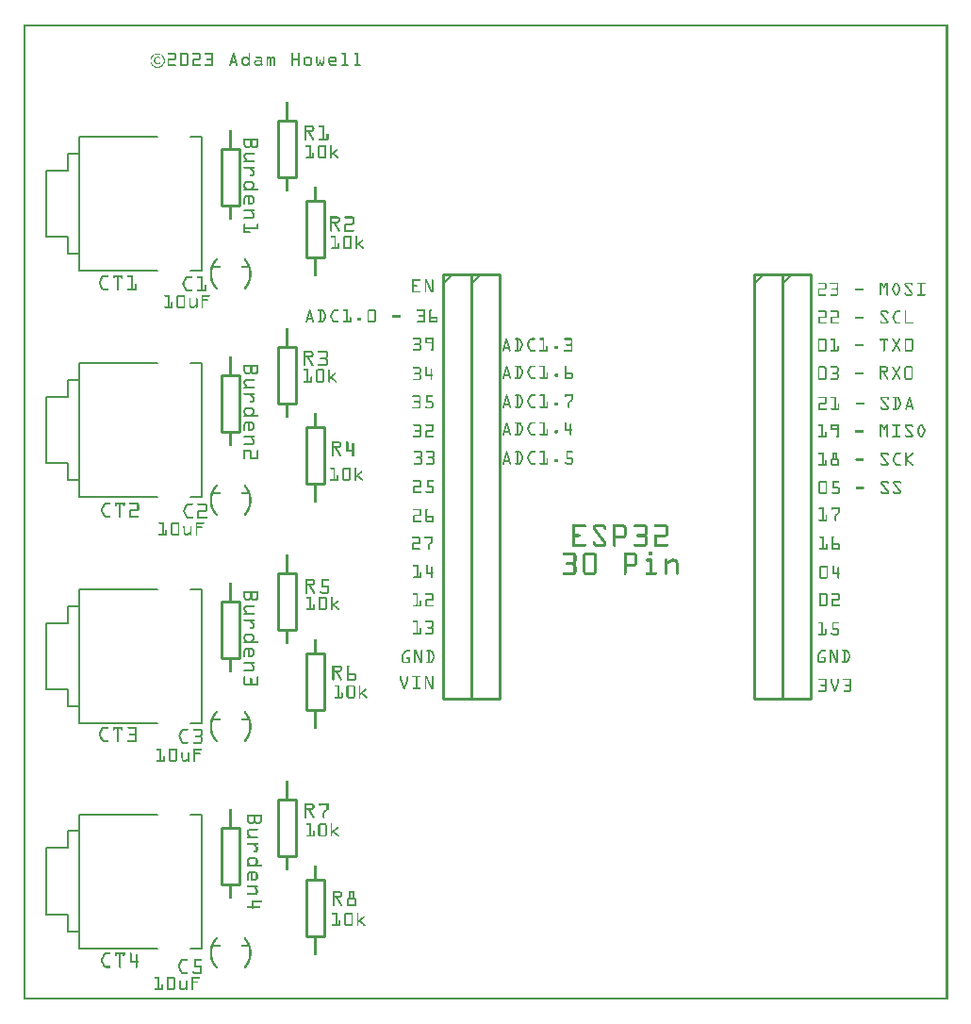
<source format=gto>
G04 MADE WITH FRITZING*
G04 WWW.FRITZING.ORG*
G04 DOUBLE SIDED*
G04 HOLES PLATED*
G04 CONTOUR ON CENTER OF CONTOUR VECTOR*
%ASAXBY*%
%FSLAX23Y23*%
%MOIN*%
%OFA0B0*%
%SFA1.0B1.0*%
%ADD10C,0.006944*%
%ADD11C,0.010000*%
%ADD12C,0.005000*%
%ADD13R,0.001000X0.001000*%
%LNSILK1*%
G90*
G70*
G54D10*
X632Y2250D02*
X632Y1778D01*
D02*
X199Y2250D02*
X199Y2191D01*
D02*
X199Y1837D02*
X199Y1778D01*
D02*
X160Y2191D02*
X160Y2132D01*
D02*
X160Y1896D02*
X160Y1837D01*
D02*
X160Y1837D02*
X199Y1837D01*
D02*
X160Y2191D02*
X199Y2191D01*
D02*
X81Y2132D02*
X81Y1896D01*
D02*
X81Y1896D02*
X160Y1896D01*
D02*
X81Y2132D02*
X160Y2132D01*
D02*
X199Y2250D02*
X475Y2250D01*
D02*
X632Y2250D02*
X593Y2250D01*
D02*
X199Y2250D02*
X199Y1778D01*
D02*
X199Y1778D02*
X475Y1778D01*
D02*
X632Y1778D02*
X593Y1778D01*
D02*
X632Y1450D02*
X632Y978D01*
D02*
X199Y1450D02*
X199Y1391D01*
D02*
X199Y1037D02*
X199Y978D01*
D02*
X160Y1391D02*
X160Y1332D01*
D02*
X160Y1096D02*
X160Y1037D01*
D02*
X160Y1037D02*
X199Y1037D01*
D02*
X160Y1391D02*
X199Y1391D01*
D02*
X81Y1332D02*
X81Y1096D01*
D02*
X81Y1096D02*
X160Y1096D01*
D02*
X81Y1332D02*
X160Y1332D01*
D02*
X199Y1450D02*
X475Y1450D01*
D02*
X632Y1450D02*
X593Y1450D01*
D02*
X199Y1450D02*
X199Y978D01*
D02*
X199Y978D02*
X475Y978D01*
D02*
X632Y978D02*
X593Y978D01*
D02*
X632Y3050D02*
X632Y2578D01*
D02*
X199Y3050D02*
X199Y2991D01*
D02*
X199Y2637D02*
X199Y2578D01*
D02*
X160Y2991D02*
X160Y2932D01*
D02*
X160Y2696D02*
X160Y2637D01*
D02*
X160Y2637D02*
X199Y2637D01*
D02*
X160Y2991D02*
X199Y2991D01*
D02*
X81Y2932D02*
X81Y2696D01*
D02*
X81Y2696D02*
X160Y2696D01*
D02*
X81Y2932D02*
X160Y2932D01*
D02*
X199Y3050D02*
X475Y3050D01*
D02*
X632Y3050D02*
X593Y3050D01*
D02*
X199Y3050D02*
X199Y2578D01*
D02*
X199Y2578D02*
X475Y2578D01*
D02*
X632Y2578D02*
X593Y2578D01*
G54D11*
D02*
X767Y2206D02*
X767Y2006D01*
D02*
X767Y2006D02*
X701Y2006D01*
D02*
X701Y2006D02*
X701Y2206D01*
D02*
X701Y2206D02*
X767Y2206D01*
D02*
X767Y1406D02*
X767Y1206D01*
D02*
X767Y1206D02*
X701Y1206D01*
D02*
X701Y1206D02*
X701Y1406D01*
D02*
X701Y1406D02*
X767Y1406D01*
D02*
X767Y3006D02*
X767Y2806D01*
D02*
X767Y2806D02*
X701Y2806D01*
D02*
X701Y2806D02*
X701Y3006D01*
D02*
X701Y3006D02*
X767Y3006D01*
D02*
X967Y2306D02*
X967Y2106D01*
D02*
X967Y2106D02*
X901Y2106D01*
D02*
X901Y2106D02*
X901Y2306D01*
D02*
X901Y2306D02*
X967Y2306D01*
D02*
X967Y1506D02*
X967Y1306D01*
D02*
X967Y1306D02*
X901Y1306D01*
D02*
X901Y1306D02*
X901Y1506D01*
D02*
X901Y1506D02*
X967Y1506D01*
D02*
X967Y3106D02*
X967Y2906D01*
D02*
X967Y2906D02*
X901Y2906D01*
D02*
X901Y2906D02*
X901Y3106D01*
D02*
X901Y3106D02*
X967Y3106D01*
D02*
X1001Y1825D02*
X1001Y2025D01*
D02*
X1001Y2025D02*
X1067Y2025D01*
D02*
X1067Y2025D02*
X1067Y1825D01*
D02*
X1067Y1825D02*
X1001Y1825D01*
D02*
X1001Y1025D02*
X1001Y1225D01*
D02*
X1001Y1225D02*
X1067Y1225D01*
D02*
X1067Y1225D02*
X1067Y1025D01*
D02*
X1067Y1025D02*
X1001Y1025D01*
D02*
X1001Y2625D02*
X1001Y2825D01*
D02*
X1001Y2825D02*
X1067Y2825D01*
D02*
X1067Y2825D02*
X1067Y2625D01*
D02*
X1067Y2625D02*
X1001Y2625D01*
D02*
X2584Y2565D02*
X2584Y1065D01*
D02*
X2584Y1065D02*
X2684Y1065D01*
D02*
X2684Y1065D02*
X2684Y2565D01*
D02*
X2684Y2565D02*
X2584Y2565D01*
G54D12*
D02*
X2584Y2530D02*
X2619Y2565D01*
G54D11*
D02*
X1584Y2565D02*
X1584Y1065D01*
D02*
X1584Y1065D02*
X1684Y1065D01*
D02*
X1684Y1065D02*
X1684Y2565D01*
D02*
X1684Y2565D02*
X1584Y2565D01*
G54D12*
D02*
X1584Y2530D02*
X1619Y2565D01*
G54D11*
D02*
X2684Y2565D02*
X2684Y1065D01*
D02*
X2684Y1065D02*
X2784Y1065D01*
D02*
X2784Y1065D02*
X2784Y2565D01*
D02*
X2784Y2565D02*
X2684Y2565D01*
G54D12*
D02*
X2684Y2530D02*
X2719Y2565D01*
G54D11*
D02*
X1484Y2565D02*
X1484Y1065D01*
D02*
X1484Y1065D02*
X1584Y1065D01*
D02*
X1584Y1065D02*
X1584Y2565D01*
D02*
X1584Y2565D02*
X1484Y2565D01*
G54D12*
D02*
X1484Y2530D02*
X1519Y2565D01*
G54D10*
D02*
X632Y655D02*
X632Y182D01*
D02*
X199Y655D02*
X199Y596D01*
D02*
X199Y241D02*
X199Y182D01*
D02*
X160Y596D02*
X160Y537D01*
D02*
X160Y300D02*
X160Y241D01*
D02*
X160Y241D02*
X199Y241D01*
D02*
X160Y596D02*
X199Y596D01*
D02*
X81Y537D02*
X81Y300D01*
D02*
X81Y300D02*
X160Y300D01*
D02*
X81Y537D02*
X160Y537D01*
D02*
X199Y655D02*
X475Y655D01*
D02*
X632Y655D02*
X593Y655D01*
D02*
X199Y655D02*
X199Y182D01*
D02*
X199Y182D02*
X475Y182D01*
D02*
X632Y182D02*
X593Y182D01*
G54D11*
D02*
X767Y606D02*
X767Y406D01*
D02*
X767Y406D02*
X701Y406D01*
D02*
X701Y406D02*
X701Y606D01*
D02*
X701Y606D02*
X767Y606D01*
D02*
X967Y706D02*
X967Y506D01*
D02*
X967Y506D02*
X901Y506D01*
D02*
X901Y506D02*
X901Y706D01*
D02*
X901Y706D02*
X967Y706D01*
D02*
X1001Y225D02*
X1001Y425D01*
D02*
X1001Y425D02*
X1067Y425D01*
D02*
X1067Y425D02*
X1067Y225D01*
D02*
X1067Y225D02*
X1001Y225D01*
G54D13*
X1Y3447D02*
X3270Y3447D01*
X1Y3446D02*
X3270Y3446D01*
X1Y3445D02*
X3270Y3445D01*
X1Y3444D02*
X3270Y3444D01*
X1Y3443D02*
X3270Y3443D01*
X1Y3442D02*
X3270Y3442D01*
X1Y3441D02*
X3270Y3441D01*
X1Y3440D02*
X3270Y3440D01*
X1Y3439D02*
X8Y3439D01*
X3263Y3439D02*
X3270Y3439D01*
X1Y3438D02*
X8Y3438D01*
X3263Y3438D02*
X3270Y3438D01*
X1Y3437D02*
X8Y3437D01*
X3263Y3437D02*
X3270Y3437D01*
X1Y3436D02*
X8Y3436D01*
X3263Y3436D02*
X3270Y3436D01*
X1Y3435D02*
X8Y3435D01*
X3263Y3435D02*
X3270Y3435D01*
X1Y3434D02*
X8Y3434D01*
X3263Y3434D02*
X3270Y3434D01*
X1Y3433D02*
X8Y3433D01*
X3263Y3433D02*
X3270Y3433D01*
X1Y3432D02*
X8Y3432D01*
X3263Y3432D02*
X3270Y3432D01*
X1Y3431D02*
X8Y3431D01*
X3263Y3431D02*
X3270Y3431D01*
X1Y3430D02*
X8Y3430D01*
X3263Y3430D02*
X3270Y3430D01*
X1Y3429D02*
X8Y3429D01*
X3263Y3429D02*
X3270Y3429D01*
X1Y3428D02*
X8Y3428D01*
X3263Y3428D02*
X3270Y3428D01*
X1Y3427D02*
X8Y3427D01*
X3263Y3427D02*
X3270Y3427D01*
X1Y3426D02*
X8Y3426D01*
X3263Y3426D02*
X3270Y3426D01*
X1Y3425D02*
X8Y3425D01*
X3263Y3425D02*
X3270Y3425D01*
X1Y3424D02*
X8Y3424D01*
X3263Y3424D02*
X3270Y3424D01*
X1Y3423D02*
X8Y3423D01*
X3263Y3423D02*
X3270Y3423D01*
X1Y3422D02*
X8Y3422D01*
X3263Y3422D02*
X3270Y3422D01*
X1Y3421D02*
X8Y3421D01*
X3263Y3421D02*
X3270Y3421D01*
X1Y3420D02*
X8Y3420D01*
X3263Y3420D02*
X3270Y3420D01*
X1Y3419D02*
X8Y3419D01*
X3263Y3419D02*
X3270Y3419D01*
X1Y3418D02*
X8Y3418D01*
X3263Y3418D02*
X3270Y3418D01*
X1Y3417D02*
X8Y3417D01*
X3263Y3417D02*
X3270Y3417D01*
X1Y3416D02*
X8Y3416D01*
X3263Y3416D02*
X3270Y3416D01*
X1Y3415D02*
X8Y3415D01*
X3263Y3415D02*
X3270Y3415D01*
X1Y3414D02*
X8Y3414D01*
X3263Y3414D02*
X3270Y3414D01*
X1Y3413D02*
X8Y3413D01*
X3263Y3413D02*
X3270Y3413D01*
X1Y3412D02*
X8Y3412D01*
X3263Y3412D02*
X3270Y3412D01*
X1Y3411D02*
X8Y3411D01*
X3263Y3411D02*
X3270Y3411D01*
X1Y3410D02*
X8Y3410D01*
X3263Y3410D02*
X3270Y3410D01*
X1Y3409D02*
X8Y3409D01*
X3263Y3409D02*
X3270Y3409D01*
X1Y3408D02*
X8Y3408D01*
X3263Y3408D02*
X3270Y3408D01*
X1Y3407D02*
X8Y3407D01*
X3263Y3407D02*
X3270Y3407D01*
X1Y3406D02*
X8Y3406D01*
X3263Y3406D02*
X3270Y3406D01*
X1Y3405D02*
X8Y3405D01*
X3263Y3405D02*
X3270Y3405D01*
X1Y3404D02*
X8Y3404D01*
X3263Y3404D02*
X3270Y3404D01*
X1Y3403D02*
X8Y3403D01*
X3263Y3403D02*
X3270Y3403D01*
X1Y3402D02*
X8Y3402D01*
X3263Y3402D02*
X3270Y3402D01*
X1Y3401D02*
X8Y3401D01*
X3263Y3401D02*
X3270Y3401D01*
X1Y3400D02*
X8Y3400D01*
X3263Y3400D02*
X3270Y3400D01*
X1Y3399D02*
X8Y3399D01*
X3263Y3399D02*
X3270Y3399D01*
X1Y3398D02*
X8Y3398D01*
X3263Y3398D02*
X3270Y3398D01*
X1Y3397D02*
X8Y3397D01*
X3263Y3397D02*
X3270Y3397D01*
X1Y3396D02*
X8Y3396D01*
X3263Y3396D02*
X3270Y3396D01*
X1Y3395D02*
X8Y3395D01*
X3263Y3395D02*
X3270Y3395D01*
X1Y3394D02*
X8Y3394D01*
X3263Y3394D02*
X3270Y3394D01*
X1Y3393D02*
X8Y3393D01*
X3263Y3393D02*
X3270Y3393D01*
X1Y3392D02*
X8Y3392D01*
X3263Y3392D02*
X3270Y3392D01*
X1Y3391D02*
X8Y3391D01*
X3263Y3391D02*
X3270Y3391D01*
X1Y3390D02*
X8Y3390D01*
X3263Y3390D02*
X3270Y3390D01*
X1Y3389D02*
X8Y3389D01*
X3263Y3389D02*
X3270Y3389D01*
X1Y3388D02*
X8Y3388D01*
X3263Y3388D02*
X3270Y3388D01*
X1Y3387D02*
X8Y3387D01*
X3263Y3387D02*
X3270Y3387D01*
X1Y3386D02*
X8Y3386D01*
X3263Y3386D02*
X3270Y3386D01*
X1Y3385D02*
X8Y3385D01*
X3263Y3385D02*
X3270Y3385D01*
X1Y3384D02*
X8Y3384D01*
X3263Y3384D02*
X3270Y3384D01*
X1Y3383D02*
X8Y3383D01*
X3263Y3383D02*
X3270Y3383D01*
X1Y3382D02*
X8Y3382D01*
X3263Y3382D02*
X3270Y3382D01*
X1Y3381D02*
X8Y3381D01*
X3263Y3381D02*
X3270Y3381D01*
X1Y3380D02*
X8Y3380D01*
X3263Y3380D02*
X3270Y3380D01*
X1Y3379D02*
X8Y3379D01*
X3263Y3379D02*
X3270Y3379D01*
X1Y3378D02*
X8Y3378D01*
X3263Y3378D02*
X3270Y3378D01*
X1Y3377D02*
X8Y3377D01*
X3263Y3377D02*
X3270Y3377D01*
X1Y3376D02*
X8Y3376D01*
X3263Y3376D02*
X3270Y3376D01*
X1Y3375D02*
X8Y3375D01*
X3263Y3375D02*
X3270Y3375D01*
X1Y3374D02*
X8Y3374D01*
X3263Y3374D02*
X3270Y3374D01*
X1Y3373D02*
X8Y3373D01*
X3263Y3373D02*
X3270Y3373D01*
X1Y3372D02*
X8Y3372D01*
X3263Y3372D02*
X3270Y3372D01*
X1Y3371D02*
X8Y3371D01*
X3263Y3371D02*
X3270Y3371D01*
X1Y3370D02*
X8Y3370D01*
X3263Y3370D02*
X3270Y3370D01*
X1Y3369D02*
X8Y3369D01*
X3263Y3369D02*
X3270Y3369D01*
X1Y3368D02*
X8Y3368D01*
X3263Y3368D02*
X3270Y3368D01*
X1Y3367D02*
X8Y3367D01*
X3263Y3367D02*
X3270Y3367D01*
X1Y3366D02*
X8Y3366D01*
X3263Y3366D02*
X3270Y3366D01*
X1Y3365D02*
X8Y3365D01*
X3263Y3365D02*
X3270Y3365D01*
X1Y3364D02*
X8Y3364D01*
X3263Y3364D02*
X3270Y3364D01*
X1Y3363D02*
X8Y3363D01*
X3263Y3363D02*
X3270Y3363D01*
X1Y3362D02*
X8Y3362D01*
X3263Y3362D02*
X3270Y3362D01*
X1Y3361D02*
X8Y3361D01*
X3263Y3361D02*
X3270Y3361D01*
X1Y3360D02*
X8Y3360D01*
X3263Y3360D02*
X3270Y3360D01*
X1Y3359D02*
X8Y3359D01*
X3263Y3359D02*
X3270Y3359D01*
X1Y3358D02*
X8Y3358D01*
X3263Y3358D02*
X3270Y3358D01*
X1Y3357D02*
X8Y3357D01*
X3263Y3357D02*
X3270Y3357D01*
X1Y3356D02*
X8Y3356D01*
X3263Y3356D02*
X3270Y3356D01*
X1Y3355D02*
X8Y3355D01*
X3263Y3355D02*
X3270Y3355D01*
X1Y3354D02*
X8Y3354D01*
X3263Y3354D02*
X3270Y3354D01*
X1Y3353D02*
X8Y3353D01*
X3263Y3353D02*
X3270Y3353D01*
X1Y3352D02*
X8Y3352D01*
X3263Y3352D02*
X3270Y3352D01*
X1Y3351D02*
X8Y3351D01*
X3263Y3351D02*
X3270Y3351D01*
X1Y3350D02*
X8Y3350D01*
X3263Y3350D02*
X3270Y3350D01*
X1Y3349D02*
X8Y3349D01*
X3263Y3349D02*
X3270Y3349D01*
X1Y3348D02*
X8Y3348D01*
X3263Y3348D02*
X3270Y3348D01*
X1Y3347D02*
X8Y3347D01*
X512Y3347D02*
X537Y3347D01*
X558Y3347D02*
X581Y3347D01*
X600Y3347D02*
X625Y3347D01*
X643Y3347D02*
X668Y3347D01*
X743Y3347D02*
X746Y3347D01*
X799Y3347D02*
X802Y3347D01*
X950Y3347D02*
X953Y3347D01*
X974Y3347D02*
X977Y3347D01*
X1128Y3347D02*
X1140Y3347D01*
X1172Y3347D02*
X1184Y3347D01*
X3263Y3347D02*
X3270Y3347D01*
X1Y3346D02*
X8Y3346D01*
X511Y3346D02*
X538Y3346D01*
X557Y3346D02*
X582Y3346D01*
X599Y3346D02*
X626Y3346D01*
X643Y3346D02*
X670Y3346D01*
X742Y3346D02*
X747Y3346D01*
X798Y3346D02*
X803Y3346D01*
X949Y3346D02*
X954Y3346D01*
X973Y3346D02*
X978Y3346D01*
X1127Y3346D02*
X1141Y3346D01*
X1171Y3346D02*
X1185Y3346D01*
X3263Y3346D02*
X3270Y3346D01*
X1Y3345D02*
X8Y3345D01*
X471Y3345D02*
X481Y3345D01*
X511Y3345D02*
X539Y3345D01*
X556Y3345D02*
X583Y3345D01*
X599Y3345D02*
X627Y3345D01*
X642Y3345D02*
X670Y3345D01*
X742Y3345D02*
X747Y3345D01*
X798Y3345D02*
X803Y3345D01*
X949Y3345D02*
X954Y3345D01*
X973Y3345D02*
X978Y3345D01*
X1127Y3345D02*
X1141Y3345D01*
X1171Y3345D02*
X1185Y3345D01*
X3263Y3345D02*
X3270Y3345D01*
X1Y3344D02*
X8Y3344D01*
X467Y3344D02*
X484Y3344D01*
X511Y3344D02*
X540Y3344D01*
X555Y3344D02*
X583Y3344D01*
X599Y3344D02*
X627Y3344D01*
X643Y3344D02*
X671Y3344D01*
X742Y3344D02*
X747Y3344D01*
X798Y3344D02*
X803Y3344D01*
X949Y3344D02*
X954Y3344D01*
X973Y3344D02*
X978Y3344D01*
X1127Y3344D02*
X1141Y3344D01*
X1171Y3344D02*
X1185Y3344D01*
X3263Y3344D02*
X3270Y3344D01*
X1Y3343D02*
X8Y3343D01*
X465Y3343D02*
X486Y3343D01*
X512Y3343D02*
X540Y3343D01*
X555Y3343D02*
X584Y3343D01*
X599Y3343D02*
X628Y3343D01*
X643Y3343D02*
X671Y3343D01*
X741Y3343D02*
X748Y3343D01*
X798Y3343D02*
X803Y3343D01*
X949Y3343D02*
X954Y3343D01*
X973Y3343D02*
X978Y3343D01*
X1128Y3343D02*
X1141Y3343D01*
X1171Y3343D02*
X1185Y3343D01*
X3263Y3343D02*
X3270Y3343D01*
X1Y3342D02*
X8Y3342D01*
X463Y3342D02*
X471Y3342D01*
X480Y3342D02*
X488Y3342D01*
X513Y3342D02*
X540Y3342D01*
X555Y3342D02*
X584Y3342D01*
X601Y3342D02*
X628Y3342D01*
X644Y3342D02*
X671Y3342D01*
X741Y3342D02*
X748Y3342D01*
X798Y3342D02*
X803Y3342D01*
X949Y3342D02*
X954Y3342D01*
X973Y3342D02*
X978Y3342D01*
X1129Y3342D02*
X1141Y3342D01*
X1173Y3342D02*
X1185Y3342D01*
X3263Y3342D02*
X3270Y3342D01*
X1Y3341D02*
X8Y3341D01*
X461Y3341D02*
X468Y3341D01*
X484Y3341D02*
X490Y3341D01*
X535Y3341D02*
X540Y3341D01*
X555Y3341D02*
X560Y3341D01*
X579Y3341D02*
X584Y3341D01*
X623Y3341D02*
X628Y3341D01*
X666Y3341D02*
X672Y3341D01*
X741Y3341D02*
X748Y3341D01*
X798Y3341D02*
X803Y3341D01*
X949Y3341D02*
X954Y3341D01*
X973Y3341D02*
X978Y3341D01*
X1136Y3341D02*
X1141Y3341D01*
X1180Y3341D02*
X1185Y3341D01*
X3263Y3341D02*
X3270Y3341D01*
X1Y3340D02*
X8Y3340D01*
X460Y3340D02*
X465Y3340D01*
X486Y3340D02*
X491Y3340D01*
X535Y3340D02*
X540Y3340D01*
X555Y3340D02*
X560Y3340D01*
X579Y3340D02*
X584Y3340D01*
X623Y3340D02*
X628Y3340D01*
X666Y3340D02*
X672Y3340D01*
X740Y3340D02*
X749Y3340D01*
X798Y3340D02*
X803Y3340D01*
X949Y3340D02*
X954Y3340D01*
X973Y3340D02*
X978Y3340D01*
X1136Y3340D02*
X1141Y3340D01*
X1180Y3340D02*
X1185Y3340D01*
X3263Y3340D02*
X3270Y3340D01*
X1Y3339D02*
X8Y3339D01*
X459Y3339D02*
X463Y3339D01*
X488Y3339D02*
X492Y3339D01*
X535Y3339D02*
X540Y3339D01*
X555Y3339D02*
X560Y3339D01*
X579Y3339D02*
X584Y3339D01*
X623Y3339D02*
X628Y3339D01*
X666Y3339D02*
X672Y3339D01*
X740Y3339D02*
X749Y3339D01*
X798Y3339D02*
X803Y3339D01*
X949Y3339D02*
X954Y3339D01*
X973Y3339D02*
X978Y3339D01*
X1136Y3339D02*
X1141Y3339D01*
X1180Y3339D02*
X1185Y3339D01*
X3263Y3339D02*
X3270Y3339D01*
X1Y3338D02*
X8Y3338D01*
X458Y3338D02*
X462Y3338D01*
X489Y3338D02*
X493Y3338D01*
X535Y3338D02*
X540Y3338D01*
X555Y3338D02*
X560Y3338D01*
X579Y3338D02*
X584Y3338D01*
X623Y3338D02*
X628Y3338D01*
X666Y3338D02*
X672Y3338D01*
X740Y3338D02*
X749Y3338D01*
X798Y3338D02*
X803Y3338D01*
X949Y3338D02*
X954Y3338D01*
X973Y3338D02*
X978Y3338D01*
X1136Y3338D02*
X1141Y3338D01*
X1180Y3338D02*
X1185Y3338D01*
X3263Y3338D02*
X3270Y3338D01*
X1Y3337D02*
X8Y3337D01*
X457Y3337D02*
X461Y3337D01*
X490Y3337D02*
X494Y3337D01*
X535Y3337D02*
X540Y3337D01*
X555Y3337D02*
X560Y3337D01*
X579Y3337D02*
X584Y3337D01*
X623Y3337D02*
X628Y3337D01*
X666Y3337D02*
X672Y3337D01*
X739Y3337D02*
X749Y3337D01*
X798Y3337D02*
X803Y3337D01*
X949Y3337D02*
X954Y3337D01*
X973Y3337D02*
X978Y3337D01*
X1136Y3337D02*
X1141Y3337D01*
X1180Y3337D02*
X1185Y3337D01*
X3263Y3337D02*
X3270Y3337D01*
X1Y3336D02*
X8Y3336D01*
X456Y3336D02*
X460Y3336D01*
X491Y3336D02*
X495Y3336D01*
X535Y3336D02*
X540Y3336D01*
X555Y3336D02*
X560Y3336D01*
X579Y3336D02*
X584Y3336D01*
X623Y3336D02*
X628Y3336D01*
X666Y3336D02*
X672Y3336D01*
X739Y3336D02*
X750Y3336D01*
X798Y3336D02*
X803Y3336D01*
X949Y3336D02*
X954Y3336D01*
X973Y3336D02*
X978Y3336D01*
X1136Y3336D02*
X1141Y3336D01*
X1180Y3336D02*
X1185Y3336D01*
X3263Y3336D02*
X3270Y3336D01*
X1Y3335D02*
X8Y3335D01*
X455Y3335D02*
X459Y3335D01*
X492Y3335D02*
X496Y3335D01*
X535Y3335D02*
X540Y3335D01*
X555Y3335D02*
X560Y3335D01*
X579Y3335D02*
X584Y3335D01*
X623Y3335D02*
X628Y3335D01*
X666Y3335D02*
X672Y3335D01*
X739Y3335D02*
X750Y3335D01*
X784Y3335D02*
X789Y3335D01*
X798Y3335D02*
X803Y3335D01*
X826Y3335D02*
X837Y3335D01*
X871Y3335D02*
X871Y3335D01*
X949Y3335D02*
X954Y3335D01*
X973Y3335D02*
X978Y3335D01*
X1003Y3335D02*
X1011Y3335D01*
X1091Y3335D02*
X1099Y3335D01*
X1136Y3335D02*
X1141Y3335D01*
X1180Y3335D02*
X1185Y3335D01*
X3263Y3335D02*
X3270Y3335D01*
X1Y3334D02*
X8Y3334D01*
X455Y3334D02*
X458Y3334D01*
X473Y3334D02*
X480Y3334D01*
X493Y3334D02*
X496Y3334D01*
X535Y3334D02*
X540Y3334D01*
X555Y3334D02*
X560Y3334D01*
X579Y3334D02*
X584Y3334D01*
X623Y3334D02*
X628Y3334D01*
X666Y3334D02*
X672Y3334D01*
X739Y3334D02*
X750Y3334D01*
X781Y3334D02*
X793Y3334D01*
X798Y3334D02*
X803Y3334D01*
X824Y3334D02*
X841Y3334D01*
X862Y3334D02*
X865Y3334D01*
X868Y3334D02*
X875Y3334D01*
X880Y3334D02*
X886Y3334D01*
X949Y3334D02*
X954Y3334D01*
X973Y3334D02*
X978Y3334D01*
X1000Y3334D02*
X1015Y3334D01*
X1037Y3334D02*
X1040Y3334D01*
X1062Y3334D02*
X1065Y3334D01*
X1087Y3334D02*
X1102Y3334D01*
X1136Y3334D02*
X1141Y3334D01*
X1180Y3334D02*
X1185Y3334D01*
X3263Y3334D02*
X3270Y3334D01*
X1Y3333D02*
X8Y3333D01*
X454Y3333D02*
X457Y3333D01*
X471Y3333D02*
X483Y3333D01*
X494Y3333D02*
X497Y3333D01*
X535Y3333D02*
X540Y3333D01*
X555Y3333D02*
X560Y3333D01*
X579Y3333D02*
X584Y3333D01*
X623Y3333D02*
X628Y3333D01*
X666Y3333D02*
X672Y3333D01*
X738Y3333D02*
X751Y3333D01*
X779Y3333D02*
X794Y3333D01*
X798Y3333D02*
X803Y3333D01*
X824Y3333D02*
X842Y3333D01*
X861Y3333D02*
X876Y3333D01*
X879Y3333D02*
X887Y3333D01*
X949Y3333D02*
X954Y3333D01*
X973Y3333D02*
X978Y3333D01*
X998Y3333D02*
X1016Y3333D01*
X1036Y3333D02*
X1041Y3333D01*
X1061Y3333D02*
X1066Y3333D01*
X1086Y3333D02*
X1104Y3333D01*
X1136Y3333D02*
X1141Y3333D01*
X1180Y3333D02*
X1185Y3333D01*
X3263Y3333D02*
X3270Y3333D01*
X1Y3332D02*
X8Y3332D01*
X454Y3332D02*
X456Y3332D01*
X469Y3332D02*
X485Y3332D01*
X495Y3332D02*
X498Y3332D01*
X535Y3332D02*
X540Y3332D01*
X555Y3332D02*
X560Y3332D01*
X579Y3332D02*
X584Y3332D01*
X623Y3332D02*
X628Y3332D01*
X666Y3332D02*
X672Y3332D01*
X738Y3332D02*
X743Y3332D01*
X745Y3332D02*
X751Y3332D01*
X778Y3332D02*
X795Y3332D01*
X798Y3332D02*
X803Y3332D01*
X824Y3332D02*
X843Y3332D01*
X861Y3332D02*
X888Y3332D01*
X949Y3332D02*
X954Y3332D01*
X973Y3332D02*
X978Y3332D01*
X997Y3332D02*
X1017Y3332D01*
X1036Y3332D02*
X1041Y3332D01*
X1061Y3332D02*
X1066Y3332D01*
X1085Y3332D02*
X1105Y3332D01*
X1136Y3332D02*
X1141Y3332D01*
X1180Y3332D02*
X1185Y3332D01*
X3263Y3332D02*
X3270Y3332D01*
X1Y3331D02*
X8Y3331D01*
X453Y3331D02*
X456Y3331D01*
X468Y3331D02*
X485Y3331D01*
X495Y3331D02*
X498Y3331D01*
X535Y3331D02*
X540Y3331D01*
X555Y3331D02*
X560Y3331D01*
X579Y3331D02*
X584Y3331D01*
X623Y3331D02*
X628Y3331D01*
X666Y3331D02*
X672Y3331D01*
X738Y3331D02*
X743Y3331D01*
X746Y3331D02*
X751Y3331D01*
X777Y3331D02*
X803Y3331D01*
X824Y3331D02*
X844Y3331D01*
X861Y3331D02*
X889Y3331D01*
X949Y3331D02*
X954Y3331D01*
X973Y3331D02*
X978Y3331D01*
X996Y3331D02*
X1019Y3331D01*
X1036Y3331D02*
X1041Y3331D01*
X1061Y3331D02*
X1066Y3331D01*
X1083Y3331D02*
X1106Y3331D01*
X1136Y3331D02*
X1141Y3331D01*
X1180Y3331D02*
X1185Y3331D01*
X3263Y3331D02*
X3270Y3331D01*
X1Y3330D02*
X8Y3330D01*
X452Y3330D02*
X455Y3330D01*
X467Y3330D02*
X475Y3330D01*
X478Y3330D02*
X485Y3330D01*
X496Y3330D02*
X499Y3330D01*
X535Y3330D02*
X540Y3330D01*
X555Y3330D02*
X560Y3330D01*
X579Y3330D02*
X584Y3330D01*
X623Y3330D02*
X628Y3330D01*
X666Y3330D02*
X671Y3330D01*
X737Y3330D02*
X743Y3330D01*
X746Y3330D02*
X751Y3330D01*
X776Y3330D02*
X803Y3330D01*
X824Y3330D02*
X845Y3330D01*
X861Y3330D02*
X890Y3330D01*
X949Y3330D02*
X954Y3330D01*
X973Y3330D02*
X978Y3330D01*
X995Y3330D02*
X1019Y3330D01*
X1036Y3330D02*
X1041Y3330D01*
X1061Y3330D02*
X1066Y3330D01*
X1082Y3330D02*
X1107Y3330D01*
X1136Y3330D02*
X1141Y3330D01*
X1180Y3330D02*
X1185Y3330D01*
X3263Y3330D02*
X3270Y3330D01*
X1Y3329D02*
X8Y3329D01*
X452Y3329D02*
X455Y3329D01*
X466Y3329D02*
X472Y3329D01*
X482Y3329D02*
X485Y3329D01*
X496Y3329D02*
X499Y3329D01*
X535Y3329D02*
X540Y3329D01*
X555Y3329D02*
X560Y3329D01*
X579Y3329D02*
X584Y3329D01*
X623Y3329D02*
X628Y3329D01*
X666Y3329D02*
X671Y3329D01*
X737Y3329D02*
X742Y3329D01*
X746Y3329D02*
X752Y3329D01*
X775Y3329D02*
X803Y3329D01*
X826Y3329D02*
X845Y3329D01*
X861Y3329D02*
X890Y3329D01*
X949Y3329D02*
X954Y3329D01*
X973Y3329D02*
X978Y3329D01*
X994Y3329D02*
X1020Y3329D01*
X1036Y3329D02*
X1041Y3329D01*
X1061Y3329D02*
X1066Y3329D01*
X1082Y3329D02*
X1108Y3329D01*
X1136Y3329D02*
X1141Y3329D01*
X1180Y3329D02*
X1185Y3329D01*
X3263Y3329D02*
X3270Y3329D01*
X1Y3328D02*
X8Y3328D01*
X452Y3328D02*
X454Y3328D01*
X465Y3328D02*
X471Y3328D01*
X484Y3328D02*
X485Y3328D01*
X497Y3328D02*
X499Y3328D01*
X535Y3328D02*
X540Y3328D01*
X555Y3328D02*
X560Y3328D01*
X579Y3328D02*
X584Y3328D01*
X623Y3328D02*
X628Y3328D01*
X665Y3328D02*
X671Y3328D01*
X737Y3328D02*
X742Y3328D01*
X747Y3328D02*
X752Y3328D01*
X775Y3328D02*
X782Y3328D01*
X792Y3328D02*
X803Y3328D01*
X840Y3328D02*
X846Y3328D01*
X861Y3328D02*
X869Y3328D01*
X873Y3328D02*
X881Y3328D01*
X885Y3328D02*
X890Y3328D01*
X949Y3328D02*
X954Y3328D01*
X973Y3328D02*
X978Y3328D01*
X994Y3328D02*
X1001Y3328D01*
X1014Y3328D02*
X1021Y3328D01*
X1036Y3328D02*
X1041Y3328D01*
X1061Y3328D02*
X1066Y3328D01*
X1081Y3328D02*
X1088Y3328D01*
X1101Y3328D02*
X1108Y3328D01*
X1136Y3328D02*
X1141Y3328D01*
X1180Y3328D02*
X1185Y3328D01*
X3263Y3328D02*
X3270Y3328D01*
X1Y3327D02*
X8Y3327D01*
X451Y3327D02*
X454Y3327D01*
X465Y3327D02*
X470Y3327D01*
X497Y3327D02*
X500Y3327D01*
X515Y3327D02*
X540Y3327D01*
X555Y3327D02*
X560Y3327D01*
X579Y3327D02*
X584Y3327D01*
X603Y3327D02*
X628Y3327D01*
X650Y3327D02*
X671Y3327D01*
X737Y3327D02*
X742Y3327D01*
X747Y3327D02*
X752Y3327D01*
X774Y3327D02*
X781Y3327D01*
X793Y3327D02*
X803Y3327D01*
X840Y3327D02*
X846Y3327D01*
X861Y3327D02*
X868Y3327D01*
X873Y3327D02*
X880Y3327D01*
X885Y3327D02*
X890Y3327D01*
X949Y3327D02*
X978Y3327D01*
X993Y3327D02*
X999Y3327D01*
X1015Y3327D02*
X1021Y3327D01*
X1036Y3327D02*
X1041Y3327D01*
X1061Y3327D02*
X1066Y3327D01*
X1081Y3327D02*
X1087Y3327D01*
X1103Y3327D02*
X1109Y3327D01*
X1136Y3327D02*
X1141Y3327D01*
X1180Y3327D02*
X1185Y3327D01*
X3263Y3327D02*
X3270Y3327D01*
X1Y3326D02*
X8Y3326D01*
X451Y3326D02*
X454Y3326D01*
X465Y3326D02*
X469Y3326D01*
X497Y3326D02*
X500Y3326D01*
X514Y3326D02*
X540Y3326D01*
X555Y3326D02*
X560Y3326D01*
X579Y3326D02*
X584Y3326D01*
X601Y3326D02*
X628Y3326D01*
X649Y3326D02*
X670Y3326D01*
X736Y3326D02*
X742Y3326D01*
X747Y3326D02*
X753Y3326D01*
X774Y3326D02*
X780Y3326D01*
X794Y3326D02*
X803Y3326D01*
X841Y3326D02*
X846Y3326D01*
X861Y3326D02*
X867Y3326D01*
X873Y3326D02*
X879Y3326D01*
X885Y3326D02*
X890Y3326D01*
X949Y3326D02*
X978Y3326D01*
X993Y3326D02*
X998Y3326D01*
X1016Y3326D02*
X1022Y3326D01*
X1036Y3326D02*
X1041Y3326D01*
X1061Y3326D02*
X1066Y3326D01*
X1080Y3326D02*
X1086Y3326D01*
X1103Y3326D02*
X1109Y3326D01*
X1136Y3326D02*
X1141Y3326D01*
X1180Y3326D02*
X1185Y3326D01*
X3263Y3326D02*
X3270Y3326D01*
X1Y3325D02*
X8Y3325D01*
X451Y3325D02*
X454Y3325D01*
X464Y3325D02*
X469Y3325D01*
X498Y3325D02*
X500Y3325D01*
X512Y3325D02*
X540Y3325D01*
X555Y3325D02*
X560Y3325D01*
X579Y3325D02*
X584Y3325D01*
X600Y3325D02*
X627Y3325D01*
X648Y3325D02*
X670Y3325D01*
X736Y3325D02*
X741Y3325D01*
X748Y3325D02*
X753Y3325D01*
X774Y3325D02*
X779Y3325D01*
X795Y3325D02*
X803Y3325D01*
X841Y3325D02*
X846Y3325D01*
X861Y3325D02*
X866Y3325D01*
X873Y3325D02*
X878Y3325D01*
X885Y3325D02*
X890Y3325D01*
X949Y3325D02*
X978Y3325D01*
X993Y3325D02*
X998Y3325D01*
X1016Y3325D02*
X1022Y3325D01*
X1036Y3325D02*
X1041Y3325D01*
X1061Y3325D02*
X1066Y3325D01*
X1080Y3325D02*
X1085Y3325D01*
X1104Y3325D02*
X1109Y3325D01*
X1136Y3325D02*
X1141Y3325D01*
X1180Y3325D02*
X1185Y3325D01*
X3263Y3325D02*
X3270Y3325D01*
X1Y3324D02*
X8Y3324D01*
X451Y3324D02*
X453Y3324D01*
X464Y3324D02*
X469Y3324D01*
X498Y3324D02*
X500Y3324D01*
X512Y3324D02*
X539Y3324D01*
X555Y3324D02*
X560Y3324D01*
X579Y3324D02*
X584Y3324D01*
X599Y3324D02*
X627Y3324D01*
X648Y3324D02*
X669Y3324D01*
X736Y3324D02*
X741Y3324D01*
X748Y3324D02*
X753Y3324D01*
X774Y3324D02*
X779Y3324D01*
X796Y3324D02*
X803Y3324D01*
X841Y3324D02*
X846Y3324D01*
X861Y3324D02*
X866Y3324D01*
X873Y3324D02*
X878Y3324D01*
X885Y3324D02*
X890Y3324D01*
X949Y3324D02*
X978Y3324D01*
X993Y3324D02*
X998Y3324D01*
X1017Y3324D02*
X1022Y3324D01*
X1036Y3324D02*
X1041Y3324D01*
X1050Y3324D02*
X1052Y3324D01*
X1061Y3324D02*
X1066Y3324D01*
X1080Y3324D02*
X1085Y3324D01*
X1104Y3324D02*
X1109Y3324D01*
X1136Y3324D02*
X1141Y3324D01*
X1180Y3324D02*
X1185Y3324D01*
X3263Y3324D02*
X3270Y3324D01*
X1Y3323D02*
X8Y3323D01*
X451Y3323D02*
X453Y3323D01*
X464Y3323D02*
X468Y3323D01*
X498Y3323D02*
X500Y3323D01*
X511Y3323D02*
X538Y3323D01*
X555Y3323D02*
X560Y3323D01*
X579Y3323D02*
X584Y3323D01*
X599Y3323D02*
X626Y3323D01*
X649Y3323D02*
X670Y3323D01*
X735Y3323D02*
X741Y3323D01*
X748Y3323D02*
X754Y3323D01*
X774Y3323D02*
X779Y3323D01*
X797Y3323D02*
X803Y3323D01*
X841Y3323D02*
X846Y3323D01*
X861Y3323D02*
X866Y3323D01*
X873Y3323D02*
X878Y3323D01*
X885Y3323D02*
X890Y3323D01*
X949Y3323D02*
X978Y3323D01*
X993Y3323D02*
X998Y3323D01*
X1017Y3323D02*
X1022Y3323D01*
X1036Y3323D02*
X1041Y3323D01*
X1049Y3323D02*
X1053Y3323D01*
X1061Y3323D02*
X1066Y3323D01*
X1080Y3323D02*
X1085Y3323D01*
X1104Y3323D02*
X1109Y3323D01*
X1136Y3323D02*
X1141Y3323D01*
X1180Y3323D02*
X1185Y3323D01*
X3263Y3323D02*
X3270Y3323D01*
X1Y3322D02*
X8Y3322D01*
X451Y3322D02*
X453Y3322D01*
X464Y3322D02*
X468Y3322D01*
X498Y3322D02*
X501Y3322D01*
X511Y3322D02*
X537Y3322D01*
X555Y3322D02*
X560Y3322D01*
X579Y3322D02*
X584Y3322D01*
X599Y3322D02*
X624Y3322D01*
X649Y3322D02*
X671Y3322D01*
X735Y3322D02*
X740Y3322D01*
X748Y3322D02*
X754Y3322D01*
X774Y3322D02*
X779Y3322D01*
X798Y3322D02*
X803Y3322D01*
X825Y3322D02*
X839Y3322D01*
X841Y3322D02*
X846Y3322D01*
X861Y3322D02*
X866Y3322D01*
X873Y3322D02*
X878Y3322D01*
X885Y3322D02*
X890Y3322D01*
X949Y3322D02*
X978Y3322D01*
X993Y3322D02*
X998Y3322D01*
X1017Y3322D02*
X1022Y3322D01*
X1036Y3322D02*
X1041Y3322D01*
X1048Y3322D02*
X1053Y3322D01*
X1061Y3322D02*
X1066Y3322D01*
X1080Y3322D02*
X1085Y3322D01*
X1104Y3322D02*
X1109Y3322D01*
X1136Y3322D02*
X1141Y3322D01*
X1180Y3322D02*
X1185Y3322D01*
X3263Y3322D02*
X3270Y3322D01*
X1Y3321D02*
X8Y3321D01*
X451Y3321D02*
X453Y3321D01*
X464Y3321D02*
X468Y3321D01*
X498Y3321D02*
X501Y3321D01*
X511Y3321D02*
X516Y3321D01*
X555Y3321D02*
X560Y3321D01*
X579Y3321D02*
X584Y3321D01*
X599Y3321D02*
X604Y3321D01*
X664Y3321D02*
X671Y3321D01*
X735Y3321D02*
X740Y3321D01*
X749Y3321D02*
X754Y3321D01*
X774Y3321D02*
X779Y3321D01*
X798Y3321D02*
X803Y3321D01*
X822Y3321D02*
X846Y3321D01*
X861Y3321D02*
X866Y3321D01*
X873Y3321D02*
X878Y3321D01*
X885Y3321D02*
X890Y3321D01*
X949Y3321D02*
X954Y3321D01*
X973Y3321D02*
X978Y3321D01*
X993Y3321D02*
X998Y3321D01*
X1017Y3321D02*
X1022Y3321D01*
X1036Y3321D02*
X1041Y3321D01*
X1048Y3321D02*
X1053Y3321D01*
X1061Y3321D02*
X1066Y3321D01*
X1080Y3321D02*
X1085Y3321D01*
X1104Y3321D02*
X1109Y3321D01*
X1136Y3321D02*
X1141Y3321D01*
X1180Y3321D02*
X1185Y3321D01*
X3263Y3321D02*
X3270Y3321D01*
X1Y3320D02*
X8Y3320D01*
X450Y3320D02*
X453Y3320D01*
X464Y3320D02*
X468Y3320D01*
X498Y3320D02*
X501Y3320D01*
X511Y3320D02*
X516Y3320D01*
X555Y3320D02*
X560Y3320D01*
X579Y3320D02*
X584Y3320D01*
X599Y3320D02*
X604Y3320D01*
X666Y3320D02*
X671Y3320D01*
X734Y3320D02*
X740Y3320D01*
X749Y3320D02*
X754Y3320D01*
X774Y3320D02*
X779Y3320D01*
X798Y3320D02*
X803Y3320D01*
X821Y3320D02*
X846Y3320D01*
X861Y3320D02*
X866Y3320D01*
X873Y3320D02*
X878Y3320D01*
X885Y3320D02*
X890Y3320D01*
X949Y3320D02*
X954Y3320D01*
X973Y3320D02*
X978Y3320D01*
X993Y3320D02*
X998Y3320D01*
X1017Y3320D02*
X1022Y3320D01*
X1036Y3320D02*
X1041Y3320D01*
X1048Y3320D02*
X1053Y3320D01*
X1061Y3320D02*
X1066Y3320D01*
X1080Y3320D02*
X1085Y3320D01*
X1104Y3320D02*
X1109Y3320D01*
X1136Y3320D02*
X1141Y3320D01*
X1180Y3320D02*
X1185Y3320D01*
X3263Y3320D02*
X3270Y3320D01*
X1Y3319D02*
X8Y3319D01*
X451Y3319D02*
X453Y3319D01*
X464Y3319D02*
X468Y3319D01*
X498Y3319D02*
X501Y3319D01*
X511Y3319D02*
X516Y3319D01*
X555Y3319D02*
X560Y3319D01*
X579Y3319D02*
X584Y3319D01*
X599Y3319D02*
X604Y3319D01*
X666Y3319D02*
X671Y3319D01*
X734Y3319D02*
X740Y3319D01*
X749Y3319D02*
X755Y3319D01*
X774Y3319D02*
X779Y3319D01*
X798Y3319D02*
X803Y3319D01*
X820Y3319D02*
X846Y3319D01*
X861Y3319D02*
X866Y3319D01*
X873Y3319D02*
X878Y3319D01*
X885Y3319D02*
X890Y3319D01*
X949Y3319D02*
X954Y3319D01*
X973Y3319D02*
X978Y3319D01*
X993Y3319D02*
X998Y3319D01*
X1017Y3319D02*
X1022Y3319D01*
X1036Y3319D02*
X1041Y3319D01*
X1048Y3319D02*
X1053Y3319D01*
X1061Y3319D02*
X1066Y3319D01*
X1080Y3319D02*
X1109Y3319D01*
X1136Y3319D02*
X1141Y3319D01*
X1180Y3319D02*
X1185Y3319D01*
X3263Y3319D02*
X3270Y3319D01*
X1Y3318D02*
X8Y3318D01*
X451Y3318D02*
X453Y3318D01*
X464Y3318D02*
X468Y3318D01*
X498Y3318D02*
X501Y3318D01*
X511Y3318D02*
X516Y3318D01*
X555Y3318D02*
X560Y3318D01*
X579Y3318D02*
X584Y3318D01*
X599Y3318D02*
X604Y3318D01*
X666Y3318D02*
X671Y3318D01*
X734Y3318D02*
X739Y3318D01*
X750Y3318D02*
X755Y3318D01*
X774Y3318D02*
X779Y3318D01*
X798Y3318D02*
X803Y3318D01*
X819Y3318D02*
X846Y3318D01*
X861Y3318D02*
X866Y3318D01*
X873Y3318D02*
X878Y3318D01*
X885Y3318D02*
X890Y3318D01*
X949Y3318D02*
X954Y3318D01*
X973Y3318D02*
X978Y3318D01*
X993Y3318D02*
X998Y3318D01*
X1017Y3318D02*
X1022Y3318D01*
X1036Y3318D02*
X1041Y3318D01*
X1048Y3318D02*
X1053Y3318D01*
X1061Y3318D02*
X1066Y3318D01*
X1080Y3318D02*
X1109Y3318D01*
X1136Y3318D02*
X1141Y3318D01*
X1180Y3318D02*
X1185Y3318D01*
X3263Y3318D02*
X3270Y3318D01*
X1Y3317D02*
X8Y3317D01*
X451Y3317D02*
X453Y3317D01*
X464Y3317D02*
X468Y3317D01*
X498Y3317D02*
X500Y3317D01*
X511Y3317D02*
X516Y3317D01*
X555Y3317D02*
X560Y3317D01*
X579Y3317D02*
X584Y3317D01*
X599Y3317D02*
X604Y3317D01*
X666Y3317D02*
X672Y3317D01*
X734Y3317D02*
X755Y3317D01*
X774Y3317D02*
X779Y3317D01*
X798Y3317D02*
X803Y3317D01*
X818Y3317D02*
X846Y3317D01*
X861Y3317D02*
X866Y3317D01*
X873Y3317D02*
X878Y3317D01*
X885Y3317D02*
X890Y3317D01*
X949Y3317D02*
X954Y3317D01*
X973Y3317D02*
X978Y3317D01*
X993Y3317D02*
X998Y3317D01*
X1017Y3317D02*
X1022Y3317D01*
X1036Y3317D02*
X1041Y3317D01*
X1048Y3317D02*
X1053Y3317D01*
X1061Y3317D02*
X1066Y3317D01*
X1080Y3317D02*
X1109Y3317D01*
X1136Y3317D02*
X1141Y3317D01*
X1180Y3317D02*
X1185Y3317D01*
X3263Y3317D02*
X3270Y3317D01*
X1Y3316D02*
X8Y3316D01*
X451Y3316D02*
X453Y3316D01*
X464Y3316D02*
X469Y3316D01*
X498Y3316D02*
X500Y3316D01*
X511Y3316D02*
X516Y3316D01*
X555Y3316D02*
X560Y3316D01*
X579Y3316D02*
X584Y3316D01*
X599Y3316D02*
X604Y3316D01*
X666Y3316D02*
X672Y3316D01*
X733Y3316D02*
X756Y3316D01*
X774Y3316D02*
X779Y3316D01*
X798Y3316D02*
X803Y3316D01*
X818Y3316D02*
X825Y3316D01*
X839Y3316D02*
X846Y3316D01*
X861Y3316D02*
X866Y3316D01*
X873Y3316D02*
X878Y3316D01*
X885Y3316D02*
X890Y3316D01*
X949Y3316D02*
X954Y3316D01*
X973Y3316D02*
X978Y3316D01*
X993Y3316D02*
X998Y3316D01*
X1017Y3316D02*
X1022Y3316D01*
X1036Y3316D02*
X1041Y3316D01*
X1048Y3316D02*
X1053Y3316D01*
X1060Y3316D02*
X1066Y3316D01*
X1080Y3316D02*
X1109Y3316D01*
X1136Y3316D02*
X1141Y3316D01*
X1180Y3316D02*
X1185Y3316D01*
X3263Y3316D02*
X3270Y3316D01*
X1Y3315D02*
X8Y3315D01*
X451Y3315D02*
X454Y3315D01*
X464Y3315D02*
X469Y3315D01*
X498Y3315D02*
X500Y3315D01*
X511Y3315D02*
X516Y3315D01*
X555Y3315D02*
X560Y3315D01*
X579Y3315D02*
X584Y3315D01*
X599Y3315D02*
X604Y3315D01*
X666Y3315D02*
X672Y3315D01*
X733Y3315D02*
X756Y3315D01*
X774Y3315D02*
X779Y3315D01*
X798Y3315D02*
X803Y3315D01*
X818Y3315D02*
X823Y3315D01*
X840Y3315D02*
X846Y3315D01*
X861Y3315D02*
X866Y3315D01*
X873Y3315D02*
X878Y3315D01*
X885Y3315D02*
X890Y3315D01*
X949Y3315D02*
X954Y3315D01*
X973Y3315D02*
X978Y3315D01*
X993Y3315D02*
X998Y3315D01*
X1017Y3315D02*
X1022Y3315D01*
X1036Y3315D02*
X1041Y3315D01*
X1048Y3315D02*
X1054Y3315D01*
X1060Y3315D02*
X1066Y3315D01*
X1080Y3315D02*
X1109Y3315D01*
X1136Y3315D02*
X1141Y3315D01*
X1180Y3315D02*
X1185Y3315D01*
X3263Y3315D02*
X3270Y3315D01*
X1Y3314D02*
X8Y3314D01*
X451Y3314D02*
X454Y3314D01*
X465Y3314D02*
X469Y3314D01*
X497Y3314D02*
X500Y3314D01*
X511Y3314D02*
X516Y3314D01*
X555Y3314D02*
X560Y3314D01*
X579Y3314D02*
X584Y3314D01*
X599Y3314D02*
X604Y3314D01*
X666Y3314D02*
X672Y3314D01*
X733Y3314D02*
X756Y3314D01*
X774Y3314D02*
X779Y3314D01*
X798Y3314D02*
X803Y3314D01*
X818Y3314D02*
X823Y3314D01*
X841Y3314D02*
X846Y3314D01*
X861Y3314D02*
X866Y3314D01*
X873Y3314D02*
X878Y3314D01*
X885Y3314D02*
X890Y3314D01*
X949Y3314D02*
X954Y3314D01*
X973Y3314D02*
X978Y3314D01*
X993Y3314D02*
X998Y3314D01*
X1017Y3314D02*
X1022Y3314D01*
X1036Y3314D02*
X1042Y3314D01*
X1048Y3314D02*
X1054Y3314D01*
X1060Y3314D02*
X1066Y3314D01*
X1080Y3314D02*
X1108Y3314D01*
X1136Y3314D02*
X1141Y3314D01*
X1180Y3314D02*
X1185Y3314D01*
X3263Y3314D02*
X3270Y3314D01*
X1Y3313D02*
X8Y3313D01*
X451Y3313D02*
X454Y3313D01*
X465Y3313D02*
X470Y3313D01*
X484Y3313D02*
X485Y3313D01*
X497Y3313D02*
X500Y3313D01*
X511Y3313D02*
X516Y3313D01*
X555Y3313D02*
X560Y3313D01*
X579Y3313D02*
X584Y3313D01*
X599Y3313D02*
X604Y3313D01*
X666Y3313D02*
X672Y3313D01*
X732Y3313D02*
X756Y3313D01*
X774Y3313D02*
X779Y3313D01*
X797Y3313D02*
X803Y3313D01*
X817Y3313D02*
X823Y3313D01*
X841Y3313D02*
X846Y3313D01*
X861Y3313D02*
X866Y3313D01*
X873Y3313D02*
X878Y3313D01*
X885Y3313D02*
X890Y3313D01*
X949Y3313D02*
X954Y3313D01*
X973Y3313D02*
X978Y3313D01*
X993Y3313D02*
X998Y3313D01*
X1017Y3313D02*
X1022Y3313D01*
X1037Y3313D02*
X1042Y3313D01*
X1047Y3313D02*
X1055Y3313D01*
X1060Y3313D02*
X1065Y3313D01*
X1080Y3313D02*
X1085Y3313D01*
X1136Y3313D02*
X1141Y3313D01*
X1180Y3313D02*
X1185Y3313D01*
X3263Y3313D02*
X3270Y3313D01*
X1Y3312D02*
X8Y3312D01*
X452Y3312D02*
X454Y3312D01*
X465Y3312D02*
X471Y3312D01*
X483Y3312D02*
X485Y3312D01*
X497Y3312D02*
X499Y3312D01*
X511Y3312D02*
X516Y3312D01*
X555Y3312D02*
X560Y3312D01*
X579Y3312D02*
X584Y3312D01*
X599Y3312D02*
X604Y3312D01*
X666Y3312D02*
X672Y3312D01*
X732Y3312D02*
X757Y3312D01*
X774Y3312D02*
X779Y3312D01*
X797Y3312D02*
X803Y3312D01*
X817Y3312D02*
X823Y3312D01*
X841Y3312D02*
X846Y3312D01*
X861Y3312D02*
X866Y3312D01*
X873Y3312D02*
X878Y3312D01*
X885Y3312D02*
X891Y3312D01*
X949Y3312D02*
X954Y3312D01*
X973Y3312D02*
X978Y3312D01*
X993Y3312D02*
X998Y3312D01*
X1017Y3312D02*
X1022Y3312D01*
X1037Y3312D02*
X1042Y3312D01*
X1047Y3312D02*
X1055Y3312D01*
X1060Y3312D02*
X1065Y3312D01*
X1080Y3312D02*
X1085Y3312D01*
X1136Y3312D02*
X1141Y3312D01*
X1180Y3312D02*
X1185Y3312D01*
X3263Y3312D02*
X3270Y3312D01*
X1Y3311D02*
X8Y3311D01*
X452Y3311D02*
X455Y3311D01*
X466Y3311D02*
X473Y3311D01*
X481Y3311D02*
X485Y3311D01*
X496Y3311D02*
X499Y3311D01*
X511Y3311D02*
X516Y3311D01*
X555Y3311D02*
X560Y3311D01*
X579Y3311D02*
X584Y3311D01*
X599Y3311D02*
X604Y3311D01*
X666Y3311D02*
X672Y3311D01*
X732Y3311D02*
X757Y3311D01*
X774Y3311D02*
X779Y3311D01*
X796Y3311D02*
X803Y3311D01*
X817Y3311D02*
X823Y3311D01*
X841Y3311D02*
X846Y3311D01*
X861Y3311D02*
X866Y3311D01*
X873Y3311D02*
X878Y3311D01*
X885Y3311D02*
X891Y3311D01*
X949Y3311D02*
X954Y3311D01*
X973Y3311D02*
X978Y3311D01*
X993Y3311D02*
X998Y3311D01*
X1016Y3311D02*
X1022Y3311D01*
X1037Y3311D02*
X1042Y3311D01*
X1046Y3311D02*
X1056Y3311D01*
X1059Y3311D02*
X1065Y3311D01*
X1080Y3311D02*
X1085Y3311D01*
X1136Y3311D02*
X1141Y3311D01*
X1180Y3311D02*
X1185Y3311D01*
X3263Y3311D02*
X3270Y3311D01*
X1Y3310D02*
X8Y3310D01*
X452Y3310D02*
X455Y3310D01*
X467Y3310D02*
X485Y3310D01*
X496Y3310D02*
X499Y3310D01*
X511Y3310D02*
X516Y3310D01*
X555Y3310D02*
X560Y3310D01*
X579Y3310D02*
X584Y3310D01*
X599Y3310D02*
X604Y3310D01*
X666Y3310D02*
X672Y3310D01*
X732Y3310D02*
X737Y3310D01*
X752Y3310D02*
X757Y3310D01*
X774Y3310D02*
X779Y3310D01*
X794Y3310D02*
X803Y3310D01*
X817Y3310D02*
X823Y3310D01*
X840Y3310D02*
X846Y3310D01*
X861Y3310D02*
X866Y3310D01*
X873Y3310D02*
X878Y3310D01*
X885Y3310D02*
X891Y3310D01*
X949Y3310D02*
X954Y3310D01*
X973Y3310D02*
X978Y3310D01*
X993Y3310D02*
X998Y3310D01*
X1016Y3310D02*
X1022Y3310D01*
X1037Y3310D02*
X1043Y3310D01*
X1046Y3310D02*
X1056Y3310D01*
X1059Y3310D02*
X1065Y3310D01*
X1080Y3310D02*
X1086Y3310D01*
X1136Y3310D02*
X1141Y3310D01*
X1180Y3310D02*
X1185Y3310D01*
X3263Y3310D02*
X3270Y3310D01*
X1Y3309D02*
X8Y3309D01*
X453Y3309D02*
X456Y3309D01*
X468Y3309D02*
X485Y3309D01*
X495Y3309D02*
X498Y3309D01*
X511Y3309D02*
X516Y3309D01*
X555Y3309D02*
X560Y3309D01*
X579Y3309D02*
X584Y3309D01*
X599Y3309D02*
X604Y3309D01*
X666Y3309D02*
X672Y3309D01*
X731Y3309D02*
X737Y3309D01*
X752Y3309D02*
X758Y3309D01*
X774Y3309D02*
X780Y3309D01*
X793Y3309D02*
X803Y3309D01*
X818Y3309D02*
X823Y3309D01*
X838Y3309D02*
X846Y3309D01*
X861Y3309D02*
X866Y3309D01*
X873Y3309D02*
X878Y3309D01*
X886Y3309D02*
X891Y3309D01*
X949Y3309D02*
X954Y3309D01*
X973Y3309D02*
X978Y3309D01*
X993Y3309D02*
X999Y3309D01*
X1015Y3309D02*
X1021Y3309D01*
X1038Y3309D02*
X1043Y3309D01*
X1045Y3309D02*
X1057Y3309D01*
X1059Y3309D02*
X1064Y3309D01*
X1081Y3309D02*
X1087Y3309D01*
X1136Y3309D02*
X1141Y3309D01*
X1180Y3309D02*
X1185Y3309D01*
X3263Y3309D02*
X3270Y3309D01*
X1Y3308D02*
X8Y3308D01*
X454Y3308D02*
X456Y3308D01*
X469Y3308D02*
X484Y3308D01*
X495Y3308D02*
X498Y3308D01*
X511Y3308D02*
X516Y3308D01*
X555Y3308D02*
X560Y3308D01*
X579Y3308D02*
X584Y3308D01*
X599Y3308D02*
X604Y3308D01*
X666Y3308D02*
X672Y3308D01*
X731Y3308D02*
X736Y3308D01*
X753Y3308D02*
X758Y3308D01*
X774Y3308D02*
X781Y3308D01*
X792Y3308D02*
X803Y3308D01*
X818Y3308D02*
X823Y3308D01*
X837Y3308D02*
X846Y3308D01*
X861Y3308D02*
X866Y3308D01*
X873Y3308D02*
X878Y3308D01*
X886Y3308D02*
X891Y3308D01*
X949Y3308D02*
X954Y3308D01*
X973Y3308D02*
X978Y3308D01*
X993Y3308D02*
X1000Y3308D01*
X1014Y3308D02*
X1021Y3308D01*
X1038Y3308D02*
X1064Y3308D01*
X1081Y3308D02*
X1088Y3308D01*
X1136Y3308D02*
X1141Y3308D01*
X1180Y3308D02*
X1185Y3308D01*
X3263Y3308D02*
X3270Y3308D01*
X1Y3307D02*
X8Y3307D01*
X454Y3307D02*
X457Y3307D01*
X471Y3307D02*
X482Y3307D01*
X494Y3307D02*
X497Y3307D01*
X511Y3307D02*
X516Y3307D01*
X555Y3307D02*
X560Y3307D01*
X579Y3307D02*
X584Y3307D01*
X599Y3307D02*
X604Y3307D01*
X666Y3307D02*
X672Y3307D01*
X731Y3307D02*
X736Y3307D01*
X753Y3307D02*
X758Y3307D01*
X775Y3307D02*
X783Y3307D01*
X791Y3307D02*
X803Y3307D01*
X818Y3307D02*
X825Y3307D01*
X835Y3307D02*
X847Y3307D01*
X861Y3307D02*
X866Y3307D01*
X873Y3307D02*
X878Y3307D01*
X886Y3307D02*
X891Y3307D01*
X949Y3307D02*
X954Y3307D01*
X973Y3307D02*
X978Y3307D01*
X994Y3307D02*
X1002Y3307D01*
X1012Y3307D02*
X1020Y3307D01*
X1038Y3307D02*
X1050Y3307D01*
X1052Y3307D02*
X1064Y3307D01*
X1081Y3307D02*
X1089Y3307D01*
X1136Y3307D02*
X1141Y3307D01*
X1180Y3307D02*
X1185Y3307D01*
X3263Y3307D02*
X3270Y3307D01*
X1Y3306D02*
X8Y3306D01*
X455Y3306D02*
X458Y3306D01*
X493Y3306D02*
X496Y3306D01*
X511Y3306D02*
X539Y3306D01*
X555Y3306D02*
X584Y3306D01*
X599Y3306D02*
X627Y3306D01*
X643Y3306D02*
X671Y3306D01*
X730Y3306D02*
X736Y3306D01*
X753Y3306D02*
X758Y3306D01*
X776Y3306D02*
X803Y3306D01*
X818Y3306D02*
X847Y3306D01*
X861Y3306D02*
X866Y3306D01*
X873Y3306D02*
X878Y3306D01*
X886Y3306D02*
X891Y3306D01*
X949Y3306D02*
X954Y3306D01*
X973Y3306D02*
X978Y3306D01*
X994Y3306D02*
X1020Y3306D01*
X1039Y3306D02*
X1049Y3306D01*
X1053Y3306D02*
X1063Y3306D01*
X1082Y3306D02*
X1108Y3306D01*
X1128Y3306D02*
X1149Y3306D01*
X1172Y3306D02*
X1193Y3306D01*
X3263Y3306D02*
X3270Y3306D01*
X1Y3305D02*
X8Y3305D01*
X455Y3305D02*
X459Y3305D01*
X492Y3305D02*
X496Y3305D01*
X511Y3305D02*
X540Y3305D01*
X555Y3305D02*
X584Y3305D01*
X599Y3305D02*
X627Y3305D01*
X643Y3305D02*
X671Y3305D01*
X730Y3305D02*
X735Y3305D01*
X753Y3305D02*
X759Y3305D01*
X777Y3305D02*
X803Y3305D01*
X819Y3305D02*
X847Y3305D01*
X861Y3305D02*
X866Y3305D01*
X873Y3305D02*
X878Y3305D01*
X886Y3305D02*
X891Y3305D01*
X949Y3305D02*
X954Y3305D01*
X973Y3305D02*
X978Y3305D01*
X995Y3305D02*
X1019Y3305D01*
X1039Y3305D02*
X1049Y3305D01*
X1053Y3305D02*
X1063Y3305D01*
X1083Y3305D02*
X1109Y3305D01*
X1127Y3305D02*
X1150Y3305D01*
X1171Y3305D02*
X1194Y3305D01*
X3263Y3305D02*
X3270Y3305D01*
X1Y3304D02*
X8Y3304D01*
X456Y3304D02*
X460Y3304D01*
X491Y3304D02*
X495Y3304D01*
X511Y3304D02*
X540Y3304D01*
X556Y3304D02*
X583Y3304D01*
X599Y3304D02*
X628Y3304D01*
X642Y3304D02*
X671Y3304D01*
X730Y3304D02*
X735Y3304D01*
X754Y3304D02*
X759Y3304D01*
X778Y3304D02*
X796Y3304D01*
X798Y3304D02*
X803Y3304D01*
X820Y3304D02*
X847Y3304D01*
X861Y3304D02*
X866Y3304D01*
X873Y3304D02*
X878Y3304D01*
X886Y3304D02*
X891Y3304D01*
X949Y3304D02*
X954Y3304D01*
X973Y3304D02*
X978Y3304D01*
X997Y3304D02*
X1018Y3304D01*
X1039Y3304D02*
X1048Y3304D01*
X1054Y3304D02*
X1063Y3304D01*
X1084Y3304D02*
X1109Y3304D01*
X1127Y3304D02*
X1150Y3304D01*
X1171Y3304D02*
X1194Y3304D01*
X3263Y3304D02*
X3270Y3304D01*
X1Y3303D02*
X8Y3303D01*
X457Y3303D02*
X461Y3303D01*
X490Y3303D02*
X494Y3303D01*
X511Y3303D02*
X540Y3303D01*
X556Y3303D02*
X582Y3303D01*
X599Y3303D02*
X628Y3303D01*
X642Y3303D02*
X670Y3303D01*
X730Y3303D02*
X735Y3303D01*
X754Y3303D02*
X759Y3303D01*
X779Y3303D02*
X795Y3303D01*
X798Y3303D02*
X803Y3303D01*
X821Y3303D02*
X839Y3303D01*
X842Y3303D02*
X846Y3303D01*
X861Y3303D02*
X866Y3303D01*
X873Y3303D02*
X878Y3303D01*
X886Y3303D02*
X891Y3303D01*
X949Y3303D02*
X954Y3303D01*
X973Y3303D02*
X978Y3303D01*
X998Y3303D02*
X1017Y3303D01*
X1039Y3303D02*
X1048Y3303D01*
X1054Y3303D02*
X1062Y3303D01*
X1085Y3303D02*
X1109Y3303D01*
X1127Y3303D02*
X1150Y3303D01*
X1171Y3303D02*
X1194Y3303D01*
X3263Y3303D02*
X3270Y3303D01*
X1Y3302D02*
X8Y3302D01*
X458Y3302D02*
X462Y3302D01*
X489Y3302D02*
X493Y3302D01*
X511Y3302D02*
X540Y3302D01*
X557Y3302D02*
X581Y3302D01*
X599Y3302D02*
X627Y3302D01*
X643Y3302D02*
X669Y3302D01*
X730Y3302D02*
X734Y3302D01*
X755Y3302D02*
X759Y3302D01*
X780Y3302D02*
X793Y3302D01*
X798Y3302D02*
X802Y3302D01*
X822Y3302D02*
X838Y3302D01*
X842Y3302D02*
X846Y3302D01*
X861Y3302D02*
X865Y3302D01*
X874Y3302D02*
X878Y3302D01*
X886Y3302D02*
X890Y3302D01*
X949Y3302D02*
X953Y3302D01*
X973Y3302D02*
X977Y3302D01*
X999Y3302D02*
X1015Y3302D01*
X1040Y3302D02*
X1047Y3302D01*
X1055Y3302D02*
X1062Y3302D01*
X1087Y3302D02*
X1109Y3302D01*
X1127Y3302D02*
X1149Y3302D01*
X1171Y3302D02*
X1193Y3302D01*
X3263Y3302D02*
X3270Y3302D01*
X1Y3301D02*
X8Y3301D01*
X459Y3301D02*
X464Y3301D01*
X488Y3301D02*
X492Y3301D01*
X511Y3301D02*
X538Y3301D01*
X559Y3301D02*
X580Y3301D01*
X599Y3301D02*
X626Y3301D01*
X644Y3301D02*
X667Y3301D01*
X732Y3301D02*
X733Y3301D01*
X756Y3301D02*
X757Y3301D01*
X782Y3301D02*
X791Y3301D01*
X799Y3301D02*
X801Y3301D01*
X824Y3301D02*
X836Y3301D01*
X843Y3301D02*
X845Y3301D01*
X862Y3301D02*
X864Y3301D01*
X875Y3301D02*
X877Y3301D01*
X887Y3301D02*
X889Y3301D01*
X951Y3301D02*
X952Y3301D01*
X975Y3301D02*
X976Y3301D01*
X1002Y3301D02*
X1013Y3301D01*
X1041Y3301D02*
X1046Y3301D01*
X1056Y3301D02*
X1061Y3301D01*
X1089Y3301D02*
X1108Y3301D01*
X1129Y3301D02*
X1148Y3301D01*
X1172Y3301D02*
X1192Y3301D01*
X3263Y3301D02*
X3270Y3301D01*
X1Y3300D02*
X8Y3300D01*
X460Y3300D02*
X465Y3300D01*
X486Y3300D02*
X491Y3300D01*
X3263Y3300D02*
X3270Y3300D01*
X1Y3299D02*
X8Y3299D01*
X461Y3299D02*
X468Y3299D01*
X483Y3299D02*
X490Y3299D01*
X3263Y3299D02*
X3270Y3299D01*
X1Y3298D02*
X8Y3298D01*
X463Y3298D02*
X471Y3298D01*
X480Y3298D02*
X488Y3298D01*
X3263Y3298D02*
X3270Y3298D01*
X1Y3297D02*
X8Y3297D01*
X465Y3297D02*
X486Y3297D01*
X3263Y3297D02*
X3270Y3297D01*
X1Y3296D02*
X8Y3296D01*
X467Y3296D02*
X484Y3296D01*
X3263Y3296D02*
X3270Y3296D01*
X1Y3295D02*
X8Y3295D01*
X471Y3295D02*
X481Y3295D01*
X3263Y3295D02*
X3270Y3295D01*
X1Y3294D02*
X8Y3294D01*
X3263Y3294D02*
X3270Y3294D01*
X1Y3293D02*
X8Y3293D01*
X3263Y3293D02*
X3270Y3293D01*
X1Y3292D02*
X8Y3292D01*
X3263Y3292D02*
X3270Y3292D01*
X1Y3291D02*
X8Y3291D01*
X3263Y3291D02*
X3270Y3291D01*
X1Y3290D02*
X8Y3290D01*
X3263Y3290D02*
X3270Y3290D01*
X1Y3289D02*
X8Y3289D01*
X3263Y3289D02*
X3270Y3289D01*
X1Y3288D02*
X8Y3288D01*
X3263Y3288D02*
X3270Y3288D01*
X1Y3287D02*
X8Y3287D01*
X3263Y3287D02*
X3270Y3287D01*
X1Y3286D02*
X8Y3286D01*
X3263Y3286D02*
X3270Y3286D01*
X1Y3285D02*
X8Y3285D01*
X3263Y3285D02*
X3270Y3285D01*
X1Y3284D02*
X8Y3284D01*
X3263Y3284D02*
X3270Y3284D01*
X1Y3283D02*
X8Y3283D01*
X3263Y3283D02*
X3270Y3283D01*
X1Y3282D02*
X8Y3282D01*
X3263Y3282D02*
X3270Y3282D01*
X1Y3281D02*
X8Y3281D01*
X3263Y3281D02*
X3270Y3281D01*
X1Y3280D02*
X8Y3280D01*
X3263Y3280D02*
X3270Y3280D01*
X1Y3279D02*
X8Y3279D01*
X3263Y3279D02*
X3270Y3279D01*
X1Y3278D02*
X8Y3278D01*
X3263Y3278D02*
X3270Y3278D01*
X1Y3277D02*
X8Y3277D01*
X3263Y3277D02*
X3270Y3277D01*
X1Y3276D02*
X8Y3276D01*
X3263Y3276D02*
X3270Y3276D01*
X1Y3275D02*
X8Y3275D01*
X3263Y3275D02*
X3270Y3275D01*
X1Y3274D02*
X8Y3274D01*
X3263Y3274D02*
X3270Y3274D01*
X1Y3273D02*
X8Y3273D01*
X3263Y3273D02*
X3270Y3273D01*
X1Y3272D02*
X8Y3272D01*
X3263Y3272D02*
X3270Y3272D01*
X1Y3271D02*
X8Y3271D01*
X3263Y3271D02*
X3270Y3271D01*
X1Y3270D02*
X8Y3270D01*
X3263Y3270D02*
X3270Y3270D01*
X1Y3269D02*
X8Y3269D01*
X3263Y3269D02*
X3270Y3269D01*
X1Y3268D02*
X8Y3268D01*
X3263Y3268D02*
X3270Y3268D01*
X1Y3267D02*
X8Y3267D01*
X3263Y3267D02*
X3270Y3267D01*
X1Y3266D02*
X8Y3266D01*
X3263Y3266D02*
X3270Y3266D01*
X1Y3265D02*
X8Y3265D01*
X3263Y3265D02*
X3270Y3265D01*
X1Y3264D02*
X8Y3264D01*
X3263Y3264D02*
X3270Y3264D01*
X1Y3263D02*
X8Y3263D01*
X3263Y3263D02*
X3270Y3263D01*
X1Y3262D02*
X8Y3262D01*
X3263Y3262D02*
X3270Y3262D01*
X1Y3261D02*
X8Y3261D01*
X3263Y3261D02*
X3270Y3261D01*
X1Y3260D02*
X8Y3260D01*
X3263Y3260D02*
X3270Y3260D01*
X1Y3259D02*
X8Y3259D01*
X3263Y3259D02*
X3270Y3259D01*
X1Y3258D02*
X8Y3258D01*
X3263Y3258D02*
X3270Y3258D01*
X1Y3257D02*
X8Y3257D01*
X3263Y3257D02*
X3270Y3257D01*
X1Y3256D02*
X8Y3256D01*
X3263Y3256D02*
X3270Y3256D01*
X1Y3255D02*
X8Y3255D01*
X3263Y3255D02*
X3270Y3255D01*
X1Y3254D02*
X8Y3254D01*
X3263Y3254D02*
X3270Y3254D01*
X1Y3253D02*
X8Y3253D01*
X3263Y3253D02*
X3270Y3253D01*
X1Y3252D02*
X8Y3252D01*
X3263Y3252D02*
X3270Y3252D01*
X1Y3251D02*
X8Y3251D01*
X3263Y3251D02*
X3270Y3251D01*
X1Y3250D02*
X8Y3250D01*
X3263Y3250D02*
X3270Y3250D01*
X1Y3249D02*
X8Y3249D01*
X3263Y3249D02*
X3270Y3249D01*
X1Y3248D02*
X8Y3248D01*
X3263Y3248D02*
X3270Y3248D01*
X1Y3247D02*
X8Y3247D01*
X3263Y3247D02*
X3270Y3247D01*
X1Y3246D02*
X8Y3246D01*
X3263Y3246D02*
X3270Y3246D01*
X1Y3245D02*
X8Y3245D01*
X3263Y3245D02*
X3270Y3245D01*
X1Y3244D02*
X8Y3244D01*
X3263Y3244D02*
X3270Y3244D01*
X1Y3243D02*
X8Y3243D01*
X3263Y3243D02*
X3270Y3243D01*
X1Y3242D02*
X8Y3242D01*
X3263Y3242D02*
X3270Y3242D01*
X1Y3241D02*
X8Y3241D01*
X3263Y3241D02*
X3270Y3241D01*
X1Y3240D02*
X8Y3240D01*
X3263Y3240D02*
X3270Y3240D01*
X1Y3239D02*
X8Y3239D01*
X3263Y3239D02*
X3270Y3239D01*
X1Y3238D02*
X8Y3238D01*
X3263Y3238D02*
X3270Y3238D01*
X1Y3237D02*
X8Y3237D01*
X3263Y3237D02*
X3270Y3237D01*
X1Y3236D02*
X8Y3236D01*
X3263Y3236D02*
X3270Y3236D01*
X1Y3235D02*
X8Y3235D01*
X3263Y3235D02*
X3270Y3235D01*
X1Y3234D02*
X8Y3234D01*
X3263Y3234D02*
X3270Y3234D01*
X1Y3233D02*
X8Y3233D01*
X3263Y3233D02*
X3270Y3233D01*
X1Y3232D02*
X8Y3232D01*
X3263Y3232D02*
X3270Y3232D01*
X1Y3231D02*
X8Y3231D01*
X3263Y3231D02*
X3270Y3231D01*
X1Y3230D02*
X8Y3230D01*
X3263Y3230D02*
X3270Y3230D01*
X1Y3229D02*
X8Y3229D01*
X3263Y3229D02*
X3270Y3229D01*
X1Y3228D02*
X8Y3228D01*
X3263Y3228D02*
X3270Y3228D01*
X1Y3227D02*
X8Y3227D01*
X3263Y3227D02*
X3270Y3227D01*
X1Y3226D02*
X8Y3226D01*
X3263Y3226D02*
X3270Y3226D01*
X1Y3225D02*
X8Y3225D01*
X3263Y3225D02*
X3270Y3225D01*
X1Y3224D02*
X8Y3224D01*
X3263Y3224D02*
X3270Y3224D01*
X1Y3223D02*
X8Y3223D01*
X3263Y3223D02*
X3270Y3223D01*
X1Y3222D02*
X8Y3222D01*
X3263Y3222D02*
X3270Y3222D01*
X1Y3221D02*
X8Y3221D01*
X3263Y3221D02*
X3270Y3221D01*
X1Y3220D02*
X8Y3220D01*
X3263Y3220D02*
X3270Y3220D01*
X1Y3219D02*
X8Y3219D01*
X3263Y3219D02*
X3270Y3219D01*
X1Y3218D02*
X8Y3218D01*
X3263Y3218D02*
X3270Y3218D01*
X1Y3217D02*
X8Y3217D01*
X3263Y3217D02*
X3270Y3217D01*
X1Y3216D02*
X8Y3216D01*
X3263Y3216D02*
X3270Y3216D01*
X1Y3215D02*
X8Y3215D01*
X3263Y3215D02*
X3270Y3215D01*
X1Y3214D02*
X8Y3214D01*
X3263Y3214D02*
X3270Y3214D01*
X1Y3213D02*
X8Y3213D01*
X3263Y3213D02*
X3270Y3213D01*
X1Y3212D02*
X8Y3212D01*
X3263Y3212D02*
X3270Y3212D01*
X1Y3211D02*
X8Y3211D01*
X3263Y3211D02*
X3270Y3211D01*
X1Y3210D02*
X8Y3210D01*
X3263Y3210D02*
X3270Y3210D01*
X1Y3209D02*
X8Y3209D01*
X3263Y3209D02*
X3270Y3209D01*
X1Y3208D02*
X8Y3208D01*
X3263Y3208D02*
X3270Y3208D01*
X1Y3207D02*
X8Y3207D01*
X3263Y3207D02*
X3270Y3207D01*
X1Y3206D02*
X8Y3206D01*
X3263Y3206D02*
X3270Y3206D01*
X1Y3205D02*
X8Y3205D01*
X3263Y3205D02*
X3270Y3205D01*
X1Y3204D02*
X8Y3204D01*
X3263Y3204D02*
X3270Y3204D01*
X1Y3203D02*
X8Y3203D01*
X3263Y3203D02*
X3270Y3203D01*
X1Y3202D02*
X8Y3202D01*
X3263Y3202D02*
X3270Y3202D01*
X1Y3201D02*
X8Y3201D01*
X3263Y3201D02*
X3270Y3201D01*
X1Y3200D02*
X8Y3200D01*
X3263Y3200D02*
X3270Y3200D01*
X1Y3199D02*
X8Y3199D01*
X3263Y3199D02*
X3270Y3199D01*
X1Y3198D02*
X8Y3198D01*
X3263Y3198D02*
X3270Y3198D01*
X1Y3197D02*
X8Y3197D01*
X3263Y3197D02*
X3270Y3197D01*
X1Y3196D02*
X8Y3196D01*
X3263Y3196D02*
X3270Y3196D01*
X1Y3195D02*
X8Y3195D01*
X3263Y3195D02*
X3270Y3195D01*
X1Y3194D02*
X8Y3194D01*
X3263Y3194D02*
X3270Y3194D01*
X1Y3193D02*
X8Y3193D01*
X3263Y3193D02*
X3270Y3193D01*
X1Y3192D02*
X8Y3192D01*
X3263Y3192D02*
X3270Y3192D01*
X1Y3191D02*
X8Y3191D01*
X3263Y3191D02*
X3270Y3191D01*
X1Y3190D02*
X8Y3190D01*
X3263Y3190D02*
X3270Y3190D01*
X1Y3189D02*
X8Y3189D01*
X3263Y3189D02*
X3270Y3189D01*
X1Y3188D02*
X8Y3188D01*
X3263Y3188D02*
X3270Y3188D01*
X1Y3187D02*
X8Y3187D01*
X3263Y3187D02*
X3270Y3187D01*
X1Y3186D02*
X8Y3186D01*
X3263Y3186D02*
X3270Y3186D01*
X1Y3185D02*
X8Y3185D01*
X3263Y3185D02*
X3270Y3185D01*
X1Y3184D02*
X8Y3184D01*
X3263Y3184D02*
X3270Y3184D01*
X1Y3183D02*
X8Y3183D01*
X3263Y3183D02*
X3270Y3183D01*
X1Y3182D02*
X8Y3182D01*
X3263Y3182D02*
X3270Y3182D01*
X1Y3181D02*
X8Y3181D01*
X3263Y3181D02*
X3270Y3181D01*
X1Y3180D02*
X8Y3180D01*
X3263Y3180D02*
X3270Y3180D01*
X1Y3179D02*
X8Y3179D01*
X3263Y3179D02*
X3270Y3179D01*
X1Y3178D02*
X8Y3178D01*
X3263Y3178D02*
X3270Y3178D01*
X1Y3177D02*
X8Y3177D01*
X3263Y3177D02*
X3270Y3177D01*
X1Y3176D02*
X8Y3176D01*
X3263Y3176D02*
X3270Y3176D01*
X1Y3175D02*
X8Y3175D01*
X3263Y3175D02*
X3270Y3175D01*
X1Y3174D02*
X8Y3174D01*
X3263Y3174D02*
X3270Y3174D01*
X1Y3173D02*
X8Y3173D01*
X929Y3173D02*
X938Y3173D01*
X3263Y3173D02*
X3270Y3173D01*
X1Y3172D02*
X8Y3172D01*
X929Y3172D02*
X938Y3172D01*
X3263Y3172D02*
X3270Y3172D01*
X1Y3171D02*
X8Y3171D01*
X929Y3171D02*
X938Y3171D01*
X3263Y3171D02*
X3270Y3171D01*
X1Y3170D02*
X8Y3170D01*
X929Y3170D02*
X938Y3170D01*
X3263Y3170D02*
X3270Y3170D01*
X1Y3169D02*
X8Y3169D01*
X929Y3169D02*
X938Y3169D01*
X3263Y3169D02*
X3270Y3169D01*
X1Y3168D02*
X8Y3168D01*
X929Y3168D02*
X938Y3168D01*
X3263Y3168D02*
X3270Y3168D01*
X1Y3167D02*
X8Y3167D01*
X929Y3167D02*
X938Y3167D01*
X3263Y3167D02*
X3270Y3167D01*
X1Y3166D02*
X8Y3166D01*
X929Y3166D02*
X938Y3166D01*
X3263Y3166D02*
X3270Y3166D01*
X1Y3165D02*
X8Y3165D01*
X929Y3165D02*
X938Y3165D01*
X3263Y3165D02*
X3270Y3165D01*
X1Y3164D02*
X8Y3164D01*
X929Y3164D02*
X938Y3164D01*
X3263Y3164D02*
X3270Y3164D01*
X1Y3163D02*
X8Y3163D01*
X929Y3163D02*
X938Y3163D01*
X3263Y3163D02*
X3270Y3163D01*
X1Y3162D02*
X8Y3162D01*
X929Y3162D02*
X938Y3162D01*
X3263Y3162D02*
X3270Y3162D01*
X1Y3161D02*
X8Y3161D01*
X929Y3161D02*
X938Y3161D01*
X3263Y3161D02*
X3270Y3161D01*
X1Y3160D02*
X8Y3160D01*
X929Y3160D02*
X938Y3160D01*
X3263Y3160D02*
X3270Y3160D01*
X1Y3159D02*
X8Y3159D01*
X929Y3159D02*
X938Y3159D01*
X3263Y3159D02*
X3270Y3159D01*
X1Y3158D02*
X8Y3158D01*
X929Y3158D02*
X938Y3158D01*
X3263Y3158D02*
X3270Y3158D01*
X1Y3157D02*
X8Y3157D01*
X929Y3157D02*
X938Y3157D01*
X3263Y3157D02*
X3270Y3157D01*
X1Y3156D02*
X8Y3156D01*
X929Y3156D02*
X938Y3156D01*
X3263Y3156D02*
X3270Y3156D01*
X1Y3155D02*
X8Y3155D01*
X929Y3155D02*
X938Y3155D01*
X3263Y3155D02*
X3270Y3155D01*
X1Y3154D02*
X8Y3154D01*
X929Y3154D02*
X938Y3154D01*
X3263Y3154D02*
X3270Y3154D01*
X1Y3153D02*
X8Y3153D01*
X929Y3153D02*
X938Y3153D01*
X3263Y3153D02*
X3270Y3153D01*
X1Y3152D02*
X8Y3152D01*
X929Y3152D02*
X938Y3152D01*
X3263Y3152D02*
X3270Y3152D01*
X1Y3151D02*
X8Y3151D01*
X929Y3151D02*
X938Y3151D01*
X3263Y3151D02*
X3270Y3151D01*
X1Y3150D02*
X8Y3150D01*
X929Y3150D02*
X938Y3150D01*
X3263Y3150D02*
X3270Y3150D01*
X1Y3149D02*
X8Y3149D01*
X929Y3149D02*
X938Y3149D01*
X3263Y3149D02*
X3270Y3149D01*
X1Y3148D02*
X8Y3148D01*
X929Y3148D02*
X938Y3148D01*
X3263Y3148D02*
X3270Y3148D01*
X1Y3147D02*
X8Y3147D01*
X929Y3147D02*
X938Y3147D01*
X3263Y3147D02*
X3270Y3147D01*
X1Y3146D02*
X8Y3146D01*
X929Y3146D02*
X938Y3146D01*
X3263Y3146D02*
X3270Y3146D01*
X1Y3145D02*
X8Y3145D01*
X929Y3145D02*
X938Y3145D01*
X3263Y3145D02*
X3270Y3145D01*
X1Y3144D02*
X8Y3144D01*
X929Y3144D02*
X938Y3144D01*
X3263Y3144D02*
X3270Y3144D01*
X1Y3143D02*
X8Y3143D01*
X929Y3143D02*
X938Y3143D01*
X3263Y3143D02*
X3270Y3143D01*
X1Y3142D02*
X8Y3142D01*
X929Y3142D02*
X938Y3142D01*
X3263Y3142D02*
X3270Y3142D01*
X1Y3141D02*
X8Y3141D01*
X929Y3141D02*
X938Y3141D01*
X3263Y3141D02*
X3270Y3141D01*
X1Y3140D02*
X8Y3140D01*
X929Y3140D02*
X938Y3140D01*
X3263Y3140D02*
X3270Y3140D01*
X1Y3139D02*
X8Y3139D01*
X929Y3139D02*
X938Y3139D01*
X3263Y3139D02*
X3270Y3139D01*
X1Y3138D02*
X8Y3138D01*
X929Y3138D02*
X938Y3138D01*
X3263Y3138D02*
X3270Y3138D01*
X1Y3137D02*
X8Y3137D01*
X929Y3137D02*
X938Y3137D01*
X3263Y3137D02*
X3270Y3137D01*
X1Y3136D02*
X8Y3136D01*
X929Y3136D02*
X938Y3136D01*
X3263Y3136D02*
X3270Y3136D01*
X1Y3135D02*
X8Y3135D01*
X929Y3135D02*
X938Y3135D01*
X3263Y3135D02*
X3270Y3135D01*
X1Y3134D02*
X8Y3134D01*
X929Y3134D02*
X938Y3134D01*
X3263Y3134D02*
X3270Y3134D01*
X1Y3133D02*
X8Y3133D01*
X929Y3133D02*
X938Y3133D01*
X3263Y3133D02*
X3270Y3133D01*
X1Y3132D02*
X8Y3132D01*
X929Y3132D02*
X938Y3132D01*
X3263Y3132D02*
X3270Y3132D01*
X1Y3131D02*
X8Y3131D01*
X929Y3131D02*
X938Y3131D01*
X3263Y3131D02*
X3270Y3131D01*
X1Y3130D02*
X8Y3130D01*
X929Y3130D02*
X938Y3130D01*
X3263Y3130D02*
X3270Y3130D01*
X1Y3129D02*
X8Y3129D01*
X929Y3129D02*
X938Y3129D01*
X3263Y3129D02*
X3270Y3129D01*
X1Y3128D02*
X8Y3128D01*
X929Y3128D02*
X938Y3128D01*
X3263Y3128D02*
X3270Y3128D01*
X1Y3127D02*
X8Y3127D01*
X929Y3127D02*
X938Y3127D01*
X3263Y3127D02*
X3270Y3127D01*
X1Y3126D02*
X8Y3126D01*
X929Y3126D02*
X938Y3126D01*
X3263Y3126D02*
X3270Y3126D01*
X1Y3125D02*
X8Y3125D01*
X929Y3125D02*
X938Y3125D01*
X3263Y3125D02*
X3270Y3125D01*
X1Y3124D02*
X8Y3124D01*
X929Y3124D02*
X938Y3124D01*
X3263Y3124D02*
X3270Y3124D01*
X1Y3123D02*
X8Y3123D01*
X929Y3123D02*
X938Y3123D01*
X3263Y3123D02*
X3270Y3123D01*
X1Y3122D02*
X8Y3122D01*
X929Y3122D02*
X938Y3122D01*
X3263Y3122D02*
X3270Y3122D01*
X1Y3121D02*
X8Y3121D01*
X929Y3121D02*
X938Y3121D01*
X3263Y3121D02*
X3270Y3121D01*
X1Y3120D02*
X8Y3120D01*
X929Y3120D02*
X938Y3120D01*
X3263Y3120D02*
X3270Y3120D01*
X1Y3119D02*
X8Y3119D01*
X929Y3119D02*
X938Y3119D01*
X3263Y3119D02*
X3270Y3119D01*
X1Y3118D02*
X8Y3118D01*
X929Y3118D02*
X938Y3118D01*
X3263Y3118D02*
X3270Y3118D01*
X1Y3117D02*
X8Y3117D01*
X929Y3117D02*
X938Y3117D01*
X3263Y3117D02*
X3270Y3117D01*
X1Y3116D02*
X8Y3116D01*
X929Y3116D02*
X938Y3116D01*
X3263Y3116D02*
X3270Y3116D01*
X1Y3115D02*
X8Y3115D01*
X929Y3115D02*
X938Y3115D01*
X3263Y3115D02*
X3270Y3115D01*
X1Y3114D02*
X8Y3114D01*
X929Y3114D02*
X938Y3114D01*
X3263Y3114D02*
X3270Y3114D01*
X1Y3113D02*
X8Y3113D01*
X929Y3113D02*
X938Y3113D01*
X3263Y3113D02*
X3270Y3113D01*
X1Y3112D02*
X8Y3112D01*
X929Y3112D02*
X938Y3112D01*
X3263Y3112D02*
X3270Y3112D01*
X1Y3111D02*
X8Y3111D01*
X929Y3111D02*
X938Y3111D01*
X3263Y3111D02*
X3270Y3111D01*
X1Y3110D02*
X8Y3110D01*
X929Y3110D02*
X938Y3110D01*
X3263Y3110D02*
X3270Y3110D01*
X1Y3109D02*
X8Y3109D01*
X929Y3109D02*
X938Y3109D01*
X3263Y3109D02*
X3270Y3109D01*
X1Y3108D02*
X8Y3108D01*
X929Y3108D02*
X938Y3108D01*
X3263Y3108D02*
X3270Y3108D01*
X1Y3107D02*
X8Y3107D01*
X929Y3107D02*
X938Y3107D01*
X3263Y3107D02*
X3270Y3107D01*
X1Y3106D02*
X8Y3106D01*
X930Y3106D02*
X938Y3106D01*
X3263Y3106D02*
X3270Y3106D01*
X1Y3105D02*
X8Y3105D01*
X3263Y3105D02*
X3270Y3105D01*
X1Y3104D02*
X8Y3104D01*
X3263Y3104D02*
X3270Y3104D01*
X1Y3103D02*
X8Y3103D01*
X3263Y3103D02*
X3270Y3103D01*
X1Y3102D02*
X8Y3102D01*
X3263Y3102D02*
X3270Y3102D01*
X1Y3101D02*
X8Y3101D01*
X3263Y3101D02*
X3270Y3101D01*
X1Y3100D02*
X8Y3100D01*
X3263Y3100D02*
X3270Y3100D01*
X1Y3099D02*
X8Y3099D01*
X3263Y3099D02*
X3270Y3099D01*
X1Y3098D02*
X8Y3098D01*
X3263Y3098D02*
X3270Y3098D01*
X1Y3097D02*
X8Y3097D01*
X3263Y3097D02*
X3270Y3097D01*
X1Y3096D02*
X8Y3096D01*
X3263Y3096D02*
X3270Y3096D01*
X1Y3095D02*
X8Y3095D01*
X3263Y3095D02*
X3270Y3095D01*
X1Y3094D02*
X8Y3094D01*
X3263Y3094D02*
X3270Y3094D01*
X1Y3093D02*
X8Y3093D01*
X3263Y3093D02*
X3270Y3093D01*
X1Y3092D02*
X8Y3092D01*
X3263Y3092D02*
X3270Y3092D01*
X1Y3091D02*
X8Y3091D01*
X996Y3091D02*
X1022Y3091D01*
X1048Y3091D02*
X1066Y3091D01*
X3263Y3091D02*
X3270Y3091D01*
X1Y3090D02*
X8Y3090D01*
X996Y3090D02*
X1024Y3090D01*
X1047Y3090D02*
X1066Y3090D01*
X3263Y3090D02*
X3270Y3090D01*
X1Y3089D02*
X8Y3089D01*
X996Y3089D02*
X1026Y3089D01*
X1046Y3089D02*
X1066Y3089D01*
X3263Y3089D02*
X3270Y3089D01*
X1Y3088D02*
X8Y3088D01*
X996Y3088D02*
X1027Y3088D01*
X1046Y3088D02*
X1066Y3088D01*
X3263Y3088D02*
X3270Y3088D01*
X1Y3087D02*
X8Y3087D01*
X996Y3087D02*
X1028Y3087D01*
X1046Y3087D02*
X1066Y3087D01*
X3263Y3087D02*
X3270Y3087D01*
X1Y3086D02*
X8Y3086D01*
X996Y3086D02*
X1028Y3086D01*
X1047Y3086D02*
X1066Y3086D01*
X3263Y3086D02*
X3270Y3086D01*
X1Y3085D02*
X8Y3085D01*
X996Y3085D02*
X1029Y3085D01*
X1048Y3085D02*
X1066Y3085D01*
X3263Y3085D02*
X3270Y3085D01*
X1Y3084D02*
X8Y3084D01*
X996Y3084D02*
X1002Y3084D01*
X1022Y3084D02*
X1029Y3084D01*
X1060Y3084D02*
X1066Y3084D01*
X3263Y3084D02*
X3270Y3084D01*
X1Y3083D02*
X8Y3083D01*
X996Y3083D02*
X1002Y3083D01*
X1023Y3083D02*
X1029Y3083D01*
X1060Y3083D02*
X1066Y3083D01*
X3263Y3083D02*
X3270Y3083D01*
X1Y3082D02*
X8Y3082D01*
X996Y3082D02*
X1002Y3082D01*
X1023Y3082D02*
X1029Y3082D01*
X1060Y3082D02*
X1066Y3082D01*
X3263Y3082D02*
X3270Y3082D01*
X1Y3081D02*
X8Y3081D01*
X996Y3081D02*
X1002Y3081D01*
X1023Y3081D02*
X1029Y3081D01*
X1060Y3081D02*
X1066Y3081D01*
X3263Y3081D02*
X3270Y3081D01*
X1Y3080D02*
X8Y3080D01*
X996Y3080D02*
X1002Y3080D01*
X1023Y3080D02*
X1030Y3080D01*
X1060Y3080D02*
X1066Y3080D01*
X3263Y3080D02*
X3270Y3080D01*
X1Y3079D02*
X8Y3079D01*
X996Y3079D02*
X1002Y3079D01*
X1023Y3079D02*
X1030Y3079D01*
X1060Y3079D02*
X1066Y3079D01*
X3263Y3079D02*
X3270Y3079D01*
X1Y3078D02*
X8Y3078D01*
X996Y3078D02*
X1002Y3078D01*
X1023Y3078D02*
X1030Y3078D01*
X1060Y3078D02*
X1066Y3078D01*
X3263Y3078D02*
X3270Y3078D01*
X1Y3077D02*
X8Y3077D01*
X996Y3077D02*
X1002Y3077D01*
X1023Y3077D02*
X1029Y3077D01*
X1060Y3077D02*
X1066Y3077D01*
X3263Y3077D02*
X3270Y3077D01*
X1Y3076D02*
X8Y3076D01*
X996Y3076D02*
X1002Y3076D01*
X1023Y3076D02*
X1029Y3076D01*
X1060Y3076D02*
X1066Y3076D01*
X3263Y3076D02*
X3270Y3076D01*
X1Y3075D02*
X8Y3075D01*
X996Y3075D02*
X1002Y3075D01*
X1022Y3075D02*
X1029Y3075D01*
X1060Y3075D02*
X1066Y3075D01*
X3263Y3075D02*
X3270Y3075D01*
X1Y3074D02*
X8Y3074D01*
X996Y3074D02*
X1002Y3074D01*
X1021Y3074D02*
X1029Y3074D01*
X1060Y3074D02*
X1066Y3074D01*
X3263Y3074D02*
X3270Y3074D01*
X1Y3073D02*
X8Y3073D01*
X730Y3073D02*
X739Y3073D01*
X996Y3073D02*
X1029Y3073D01*
X1060Y3073D02*
X1066Y3073D01*
X3263Y3073D02*
X3270Y3073D01*
X1Y3072D02*
X8Y3072D01*
X730Y3072D02*
X739Y3072D01*
X996Y3072D02*
X1028Y3072D01*
X1060Y3072D02*
X1066Y3072D01*
X3263Y3072D02*
X3270Y3072D01*
X1Y3071D02*
X8Y3071D01*
X730Y3071D02*
X739Y3071D01*
X996Y3071D02*
X1027Y3071D01*
X1060Y3071D02*
X1066Y3071D01*
X3263Y3071D02*
X3270Y3071D01*
X1Y3070D02*
X8Y3070D01*
X730Y3070D02*
X739Y3070D01*
X996Y3070D02*
X1026Y3070D01*
X1060Y3070D02*
X1066Y3070D01*
X3263Y3070D02*
X3270Y3070D01*
X1Y3069D02*
X8Y3069D01*
X730Y3069D02*
X739Y3069D01*
X996Y3069D02*
X1025Y3069D01*
X1060Y3069D02*
X1066Y3069D01*
X3263Y3069D02*
X3270Y3069D01*
X1Y3068D02*
X8Y3068D01*
X730Y3068D02*
X739Y3068D01*
X996Y3068D02*
X1024Y3068D01*
X1060Y3068D02*
X1066Y3068D01*
X3263Y3068D02*
X3270Y3068D01*
X1Y3067D02*
X8Y3067D01*
X730Y3067D02*
X739Y3067D01*
X996Y3067D02*
X1021Y3067D01*
X1060Y3067D02*
X1066Y3067D01*
X3263Y3067D02*
X3270Y3067D01*
X1Y3066D02*
X8Y3066D01*
X730Y3066D02*
X739Y3066D01*
X996Y3066D02*
X1002Y3066D01*
X1008Y3066D02*
X1015Y3066D01*
X1060Y3066D02*
X1066Y3066D01*
X3263Y3066D02*
X3270Y3066D01*
X1Y3065D02*
X8Y3065D01*
X730Y3065D02*
X739Y3065D01*
X996Y3065D02*
X1002Y3065D01*
X1009Y3065D02*
X1016Y3065D01*
X1060Y3065D02*
X1066Y3065D01*
X3263Y3065D02*
X3270Y3065D01*
X1Y3064D02*
X8Y3064D01*
X730Y3064D02*
X739Y3064D01*
X996Y3064D02*
X1002Y3064D01*
X1009Y3064D02*
X1017Y3064D01*
X1060Y3064D02*
X1066Y3064D01*
X3263Y3064D02*
X3270Y3064D01*
X1Y3063D02*
X8Y3063D01*
X730Y3063D02*
X739Y3063D01*
X996Y3063D02*
X1002Y3063D01*
X1010Y3063D02*
X1017Y3063D01*
X1060Y3063D02*
X1066Y3063D01*
X3263Y3063D02*
X3270Y3063D01*
X1Y3062D02*
X8Y3062D01*
X730Y3062D02*
X739Y3062D01*
X996Y3062D02*
X1002Y3062D01*
X1011Y3062D02*
X1018Y3062D01*
X1060Y3062D02*
X1066Y3062D01*
X3263Y3062D02*
X3270Y3062D01*
X1Y3061D02*
X8Y3061D01*
X730Y3061D02*
X739Y3061D01*
X996Y3061D02*
X1002Y3061D01*
X1011Y3061D02*
X1018Y3061D01*
X1060Y3061D02*
X1066Y3061D01*
X1075Y3061D02*
X1079Y3061D01*
X3263Y3061D02*
X3270Y3061D01*
X1Y3060D02*
X8Y3060D01*
X730Y3060D02*
X739Y3060D01*
X996Y3060D02*
X1002Y3060D01*
X1012Y3060D02*
X1019Y3060D01*
X1060Y3060D02*
X1066Y3060D01*
X1074Y3060D02*
X1079Y3060D01*
X3263Y3060D02*
X3270Y3060D01*
X1Y3059D02*
X8Y3059D01*
X730Y3059D02*
X739Y3059D01*
X996Y3059D02*
X1002Y3059D01*
X1012Y3059D02*
X1019Y3059D01*
X1060Y3059D02*
X1066Y3059D01*
X1074Y3059D02*
X1080Y3059D01*
X3263Y3059D02*
X3270Y3059D01*
X1Y3058D02*
X8Y3058D01*
X730Y3058D02*
X739Y3058D01*
X996Y3058D02*
X1002Y3058D01*
X1013Y3058D02*
X1020Y3058D01*
X1060Y3058D02*
X1066Y3058D01*
X1074Y3058D02*
X1080Y3058D01*
X3263Y3058D02*
X3270Y3058D01*
X1Y3057D02*
X8Y3057D01*
X730Y3057D02*
X739Y3057D01*
X996Y3057D02*
X1002Y3057D01*
X1013Y3057D02*
X1021Y3057D01*
X1060Y3057D02*
X1066Y3057D01*
X1074Y3057D02*
X1080Y3057D01*
X3263Y3057D02*
X3270Y3057D01*
X1Y3056D02*
X8Y3056D01*
X730Y3056D02*
X739Y3056D01*
X996Y3056D02*
X1002Y3056D01*
X1014Y3056D02*
X1021Y3056D01*
X1060Y3056D02*
X1066Y3056D01*
X1074Y3056D02*
X1080Y3056D01*
X3263Y3056D02*
X3270Y3056D01*
X1Y3055D02*
X8Y3055D01*
X730Y3055D02*
X739Y3055D01*
X996Y3055D02*
X1002Y3055D01*
X1015Y3055D02*
X1022Y3055D01*
X1060Y3055D02*
X1066Y3055D01*
X1074Y3055D02*
X1080Y3055D01*
X3263Y3055D02*
X3270Y3055D01*
X1Y3054D02*
X8Y3054D01*
X730Y3054D02*
X739Y3054D01*
X996Y3054D02*
X1002Y3054D01*
X1015Y3054D02*
X1022Y3054D01*
X1060Y3054D02*
X1066Y3054D01*
X1074Y3054D02*
X1080Y3054D01*
X3263Y3054D02*
X3270Y3054D01*
X1Y3053D02*
X8Y3053D01*
X730Y3053D02*
X739Y3053D01*
X996Y3053D02*
X1002Y3053D01*
X1016Y3053D02*
X1023Y3053D01*
X1060Y3053D02*
X1066Y3053D01*
X1074Y3053D02*
X1080Y3053D01*
X3263Y3053D02*
X3270Y3053D01*
X1Y3052D02*
X8Y3052D01*
X730Y3052D02*
X739Y3052D01*
X996Y3052D02*
X1002Y3052D01*
X1016Y3052D02*
X1024Y3052D01*
X1060Y3052D02*
X1066Y3052D01*
X1074Y3052D02*
X1080Y3052D01*
X3263Y3052D02*
X3270Y3052D01*
X1Y3051D02*
X8Y3051D01*
X730Y3051D02*
X739Y3051D01*
X996Y3051D02*
X1002Y3051D01*
X1017Y3051D02*
X1024Y3051D01*
X1060Y3051D02*
X1066Y3051D01*
X1074Y3051D02*
X1080Y3051D01*
X3263Y3051D02*
X3270Y3051D01*
X1Y3050D02*
X8Y3050D01*
X730Y3050D02*
X739Y3050D01*
X996Y3050D02*
X1002Y3050D01*
X1018Y3050D02*
X1025Y3050D01*
X1060Y3050D02*
X1066Y3050D01*
X1074Y3050D02*
X1080Y3050D01*
X3263Y3050D02*
X3270Y3050D01*
X1Y3049D02*
X8Y3049D01*
X730Y3049D02*
X739Y3049D01*
X996Y3049D02*
X1002Y3049D01*
X1018Y3049D02*
X1025Y3049D01*
X1060Y3049D02*
X1066Y3049D01*
X1074Y3049D02*
X1080Y3049D01*
X3263Y3049D02*
X3270Y3049D01*
X1Y3048D02*
X8Y3048D01*
X730Y3048D02*
X739Y3048D01*
X996Y3048D02*
X1002Y3048D01*
X1019Y3048D02*
X1026Y3048D01*
X1060Y3048D02*
X1066Y3048D01*
X1074Y3048D02*
X1080Y3048D01*
X3263Y3048D02*
X3270Y3048D01*
X1Y3047D02*
X8Y3047D01*
X730Y3047D02*
X739Y3047D01*
X996Y3047D02*
X1002Y3047D01*
X1019Y3047D02*
X1026Y3047D01*
X1060Y3047D02*
X1066Y3047D01*
X1074Y3047D02*
X1080Y3047D01*
X3263Y3047D02*
X3270Y3047D01*
X1Y3046D02*
X8Y3046D01*
X730Y3046D02*
X739Y3046D01*
X996Y3046D02*
X1002Y3046D01*
X1020Y3046D02*
X1027Y3046D01*
X1060Y3046D02*
X1066Y3046D01*
X1074Y3046D02*
X1080Y3046D01*
X3263Y3046D02*
X3270Y3046D01*
X1Y3045D02*
X8Y3045D01*
X730Y3045D02*
X739Y3045D01*
X780Y3045D02*
X833Y3045D01*
X996Y3045D02*
X1002Y3045D01*
X1020Y3045D02*
X1028Y3045D01*
X1060Y3045D02*
X1066Y3045D01*
X1074Y3045D02*
X1080Y3045D01*
X3263Y3045D02*
X3270Y3045D01*
X1Y3044D02*
X8Y3044D01*
X730Y3044D02*
X739Y3044D01*
X780Y3044D02*
X833Y3044D01*
X996Y3044D02*
X1002Y3044D01*
X1021Y3044D02*
X1028Y3044D01*
X1048Y3044D02*
X1080Y3044D01*
X3263Y3044D02*
X3270Y3044D01*
X1Y3043D02*
X8Y3043D01*
X730Y3043D02*
X739Y3043D01*
X780Y3043D02*
X833Y3043D01*
X996Y3043D02*
X1002Y3043D01*
X1022Y3043D02*
X1029Y3043D01*
X1047Y3043D02*
X1080Y3043D01*
X3263Y3043D02*
X3270Y3043D01*
X1Y3042D02*
X8Y3042D01*
X730Y3042D02*
X739Y3042D01*
X780Y3042D02*
X833Y3042D01*
X996Y3042D02*
X1002Y3042D01*
X1022Y3042D02*
X1029Y3042D01*
X1046Y3042D02*
X1080Y3042D01*
X3263Y3042D02*
X3270Y3042D01*
X1Y3041D02*
X8Y3041D01*
X730Y3041D02*
X739Y3041D01*
X780Y3041D02*
X833Y3041D01*
X996Y3041D02*
X1002Y3041D01*
X1023Y3041D02*
X1029Y3041D01*
X1046Y3041D02*
X1080Y3041D01*
X3263Y3041D02*
X3270Y3041D01*
X1Y3040D02*
X8Y3040D01*
X730Y3040D02*
X739Y3040D01*
X780Y3040D02*
X833Y3040D01*
X996Y3040D02*
X1002Y3040D01*
X1023Y3040D02*
X1029Y3040D01*
X1046Y3040D02*
X1080Y3040D01*
X3263Y3040D02*
X3270Y3040D01*
X1Y3039D02*
X8Y3039D01*
X730Y3039D02*
X739Y3039D01*
X780Y3039D02*
X833Y3039D01*
X997Y3039D02*
X1001Y3039D01*
X1024Y3039D02*
X1029Y3039D01*
X1047Y3039D02*
X1079Y3039D01*
X3263Y3039D02*
X3270Y3039D01*
X1Y3038D02*
X8Y3038D01*
X730Y3038D02*
X739Y3038D01*
X780Y3038D02*
X786Y3038D01*
X803Y3038D02*
X810Y3038D01*
X827Y3038D02*
X833Y3038D01*
X997Y3038D02*
X1000Y3038D01*
X1025Y3038D02*
X1028Y3038D01*
X1048Y3038D02*
X1078Y3038D01*
X3263Y3038D02*
X3270Y3038D01*
X1Y3037D02*
X8Y3037D01*
X730Y3037D02*
X739Y3037D01*
X780Y3037D02*
X786Y3037D01*
X803Y3037D02*
X810Y3037D01*
X827Y3037D02*
X833Y3037D01*
X3263Y3037D02*
X3270Y3037D01*
X1Y3036D02*
X8Y3036D01*
X730Y3036D02*
X739Y3036D01*
X780Y3036D02*
X786Y3036D01*
X803Y3036D02*
X810Y3036D01*
X827Y3036D02*
X833Y3036D01*
X3263Y3036D02*
X3270Y3036D01*
X1Y3035D02*
X8Y3035D01*
X730Y3035D02*
X739Y3035D01*
X780Y3035D02*
X786Y3035D01*
X803Y3035D02*
X810Y3035D01*
X827Y3035D02*
X833Y3035D01*
X3263Y3035D02*
X3270Y3035D01*
X1Y3034D02*
X8Y3034D01*
X730Y3034D02*
X739Y3034D01*
X780Y3034D02*
X786Y3034D01*
X803Y3034D02*
X810Y3034D01*
X827Y3034D02*
X833Y3034D01*
X3263Y3034D02*
X3270Y3034D01*
X1Y3033D02*
X8Y3033D01*
X730Y3033D02*
X739Y3033D01*
X780Y3033D02*
X786Y3033D01*
X803Y3033D02*
X810Y3033D01*
X827Y3033D02*
X833Y3033D01*
X3263Y3033D02*
X3270Y3033D01*
X1Y3032D02*
X8Y3032D01*
X730Y3032D02*
X739Y3032D01*
X780Y3032D02*
X786Y3032D01*
X803Y3032D02*
X810Y3032D01*
X827Y3032D02*
X833Y3032D01*
X3263Y3032D02*
X3270Y3032D01*
X1Y3031D02*
X8Y3031D01*
X730Y3031D02*
X739Y3031D01*
X780Y3031D02*
X786Y3031D01*
X803Y3031D02*
X810Y3031D01*
X827Y3031D02*
X833Y3031D01*
X3263Y3031D02*
X3270Y3031D01*
X1Y3030D02*
X8Y3030D01*
X730Y3030D02*
X739Y3030D01*
X780Y3030D02*
X786Y3030D01*
X803Y3030D02*
X810Y3030D01*
X827Y3030D02*
X833Y3030D01*
X3263Y3030D02*
X3270Y3030D01*
X1Y3029D02*
X8Y3029D01*
X730Y3029D02*
X739Y3029D01*
X780Y3029D02*
X786Y3029D01*
X803Y3029D02*
X810Y3029D01*
X827Y3029D02*
X833Y3029D01*
X3263Y3029D02*
X3270Y3029D01*
X1Y3028D02*
X8Y3028D01*
X730Y3028D02*
X739Y3028D01*
X780Y3028D02*
X786Y3028D01*
X803Y3028D02*
X810Y3028D01*
X827Y3028D02*
X833Y3028D01*
X3263Y3028D02*
X3270Y3028D01*
X1Y3027D02*
X8Y3027D01*
X730Y3027D02*
X739Y3027D01*
X780Y3027D02*
X786Y3027D01*
X803Y3027D02*
X810Y3027D01*
X827Y3027D02*
X833Y3027D01*
X3263Y3027D02*
X3270Y3027D01*
X1Y3026D02*
X8Y3026D01*
X730Y3026D02*
X739Y3026D01*
X780Y3026D02*
X786Y3026D01*
X803Y3026D02*
X810Y3026D01*
X827Y3026D02*
X833Y3026D01*
X3263Y3026D02*
X3270Y3026D01*
X1Y3025D02*
X8Y3025D01*
X730Y3025D02*
X739Y3025D01*
X780Y3025D02*
X786Y3025D01*
X803Y3025D02*
X810Y3025D01*
X827Y3025D02*
X833Y3025D01*
X3263Y3025D02*
X3270Y3025D01*
X1Y3024D02*
X8Y3024D01*
X730Y3024D02*
X739Y3024D01*
X780Y3024D02*
X786Y3024D01*
X803Y3024D02*
X810Y3024D01*
X827Y3024D02*
X833Y3024D01*
X3263Y3024D02*
X3270Y3024D01*
X1Y3023D02*
X8Y3023D01*
X730Y3023D02*
X739Y3023D01*
X780Y3023D02*
X786Y3023D01*
X803Y3023D02*
X810Y3023D01*
X827Y3023D02*
X833Y3023D01*
X3263Y3023D02*
X3270Y3023D01*
X1Y3022D02*
X8Y3022D01*
X730Y3022D02*
X739Y3022D01*
X780Y3022D02*
X786Y3022D01*
X803Y3022D02*
X810Y3022D01*
X827Y3022D02*
X833Y3022D01*
X3263Y3022D02*
X3270Y3022D01*
X1Y3021D02*
X8Y3021D01*
X730Y3021D02*
X739Y3021D01*
X780Y3021D02*
X787Y3021D01*
X802Y3021D02*
X811Y3021D01*
X826Y3021D02*
X833Y3021D01*
X3263Y3021D02*
X3270Y3021D01*
X1Y3020D02*
X8Y3020D01*
X730Y3020D02*
X739Y3020D01*
X781Y3020D02*
X788Y3020D01*
X802Y3020D02*
X811Y3020D01*
X825Y3020D02*
X832Y3020D01*
X1001Y3020D02*
X1017Y3020D01*
X1047Y3020D02*
X1069Y3020D01*
X1088Y3020D02*
X1091Y3020D01*
X3263Y3020D02*
X3270Y3020D01*
X1Y3019D02*
X8Y3019D01*
X730Y3019D02*
X739Y3019D01*
X781Y3019D02*
X789Y3019D01*
X801Y3019D02*
X812Y3019D01*
X824Y3019D02*
X832Y3019D01*
X1000Y3019D02*
X1017Y3019D01*
X1045Y3019D02*
X1070Y3019D01*
X1087Y3019D02*
X1092Y3019D01*
X3263Y3019D02*
X3270Y3019D01*
X1Y3018D02*
X8Y3018D01*
X730Y3018D02*
X739Y3018D01*
X782Y3018D02*
X791Y3018D01*
X799Y3018D02*
X814Y3018D01*
X822Y3018D02*
X831Y3018D01*
X1000Y3018D02*
X1017Y3018D01*
X1044Y3018D02*
X1071Y3018D01*
X1087Y3018D02*
X1092Y3018D01*
X3263Y3018D02*
X3270Y3018D01*
X1Y3017D02*
X8Y3017D01*
X730Y3017D02*
X739Y3017D01*
X782Y3017D02*
X831Y3017D01*
X1000Y3017D02*
X1017Y3017D01*
X1044Y3017D02*
X1072Y3017D01*
X1087Y3017D02*
X1092Y3017D01*
X3263Y3017D02*
X3270Y3017D01*
X1Y3016D02*
X8Y3016D01*
X730Y3016D02*
X739Y3016D01*
X783Y3016D02*
X830Y3016D01*
X1000Y3016D02*
X1017Y3016D01*
X1043Y3016D02*
X1072Y3016D01*
X1087Y3016D02*
X1092Y3016D01*
X3263Y3016D02*
X3270Y3016D01*
X1Y3015D02*
X8Y3015D01*
X730Y3015D02*
X739Y3015D01*
X784Y3015D02*
X829Y3015D01*
X1001Y3015D02*
X1017Y3015D01*
X1043Y3015D02*
X1072Y3015D01*
X1087Y3015D02*
X1092Y3015D01*
X3263Y3015D02*
X3270Y3015D01*
X1Y3014D02*
X8Y3014D01*
X730Y3014D02*
X739Y3014D01*
X785Y3014D02*
X805Y3014D01*
X808Y3014D02*
X828Y3014D01*
X1011Y3014D02*
X1017Y3014D01*
X1043Y3014D02*
X1048Y3014D01*
X1067Y3014D02*
X1072Y3014D01*
X1087Y3014D02*
X1092Y3014D01*
X3263Y3014D02*
X3270Y3014D01*
X1Y3013D02*
X8Y3013D01*
X730Y3013D02*
X739Y3013D01*
X786Y3013D02*
X803Y3013D01*
X810Y3013D02*
X827Y3013D01*
X1011Y3013D02*
X1017Y3013D01*
X1043Y3013D02*
X1048Y3013D01*
X1067Y3013D02*
X1072Y3013D01*
X1087Y3013D02*
X1092Y3013D01*
X3263Y3013D02*
X3270Y3013D01*
X1Y3012D02*
X8Y3012D01*
X730Y3012D02*
X739Y3012D01*
X788Y3012D02*
X802Y3012D01*
X811Y3012D02*
X825Y3012D01*
X1011Y3012D02*
X1017Y3012D01*
X1043Y3012D02*
X1048Y3012D01*
X1067Y3012D02*
X1072Y3012D01*
X1087Y3012D02*
X1092Y3012D01*
X3263Y3012D02*
X3270Y3012D01*
X1Y3011D02*
X8Y3011D01*
X730Y3011D02*
X739Y3011D01*
X790Y3011D02*
X799Y3011D01*
X814Y3011D02*
X823Y3011D01*
X1011Y3011D02*
X1017Y3011D01*
X1043Y3011D02*
X1048Y3011D01*
X1067Y3011D02*
X1072Y3011D01*
X1087Y3011D02*
X1092Y3011D01*
X3263Y3011D02*
X3270Y3011D01*
X1Y3010D02*
X8Y3010D01*
X730Y3010D02*
X739Y3010D01*
X1011Y3010D02*
X1017Y3010D01*
X1043Y3010D02*
X1048Y3010D01*
X1067Y3010D02*
X1072Y3010D01*
X1087Y3010D02*
X1092Y3010D01*
X3263Y3010D02*
X3270Y3010D01*
X1Y3009D02*
X8Y3009D01*
X730Y3009D02*
X739Y3009D01*
X1011Y3009D02*
X1017Y3009D01*
X1043Y3009D02*
X1048Y3009D01*
X1067Y3009D02*
X1072Y3009D01*
X1087Y3009D02*
X1092Y3009D01*
X3263Y3009D02*
X3270Y3009D01*
X1Y3008D02*
X8Y3008D01*
X730Y3008D02*
X739Y3008D01*
X1011Y3008D02*
X1017Y3008D01*
X1043Y3008D02*
X1048Y3008D01*
X1067Y3008D02*
X1072Y3008D01*
X1087Y3008D02*
X1092Y3008D01*
X3263Y3008D02*
X3270Y3008D01*
X1Y3007D02*
X8Y3007D01*
X730Y3007D02*
X739Y3007D01*
X1011Y3007D02*
X1017Y3007D01*
X1043Y3007D02*
X1048Y3007D01*
X1067Y3007D02*
X1072Y3007D01*
X1087Y3007D02*
X1092Y3007D01*
X1109Y3007D02*
X1112Y3007D01*
X3263Y3007D02*
X3270Y3007D01*
X1Y3006D02*
X8Y3006D01*
X1011Y3006D02*
X1017Y3006D01*
X1043Y3006D02*
X1048Y3006D01*
X1067Y3006D02*
X1072Y3006D01*
X1087Y3006D02*
X1092Y3006D01*
X1108Y3006D02*
X1113Y3006D01*
X3263Y3006D02*
X3270Y3006D01*
X1Y3005D02*
X8Y3005D01*
X1011Y3005D02*
X1017Y3005D01*
X1043Y3005D02*
X1048Y3005D01*
X1067Y3005D02*
X1072Y3005D01*
X1087Y3005D02*
X1092Y3005D01*
X1107Y3005D02*
X1113Y3005D01*
X3263Y3005D02*
X3270Y3005D01*
X1Y3004D02*
X8Y3004D01*
X1011Y3004D02*
X1017Y3004D01*
X1043Y3004D02*
X1048Y3004D01*
X1067Y3004D02*
X1072Y3004D01*
X1087Y3004D02*
X1092Y3004D01*
X1105Y3004D02*
X1113Y3004D01*
X3263Y3004D02*
X3270Y3004D01*
X1Y3003D02*
X8Y3003D01*
X1011Y3003D02*
X1017Y3003D01*
X1043Y3003D02*
X1048Y3003D01*
X1067Y3003D02*
X1072Y3003D01*
X1087Y3003D02*
X1092Y3003D01*
X1104Y3003D02*
X1112Y3003D01*
X3263Y3003D02*
X3270Y3003D01*
X1Y3002D02*
X8Y3002D01*
X1011Y3002D02*
X1017Y3002D01*
X1043Y3002D02*
X1048Y3002D01*
X1067Y3002D02*
X1072Y3002D01*
X1087Y3002D02*
X1092Y3002D01*
X1103Y3002D02*
X1111Y3002D01*
X3263Y3002D02*
X3270Y3002D01*
X1Y3001D02*
X8Y3001D01*
X1011Y3001D02*
X1017Y3001D01*
X1043Y3001D02*
X1048Y3001D01*
X1067Y3001D02*
X1072Y3001D01*
X1087Y3001D02*
X1092Y3001D01*
X1102Y3001D02*
X1110Y3001D01*
X3263Y3001D02*
X3270Y3001D01*
X1Y3000D02*
X8Y3000D01*
X1011Y3000D02*
X1017Y3000D01*
X1043Y3000D02*
X1048Y3000D01*
X1067Y3000D02*
X1072Y3000D01*
X1087Y3000D02*
X1092Y3000D01*
X1101Y3000D02*
X1109Y3000D01*
X3263Y3000D02*
X3270Y3000D01*
X1Y2999D02*
X8Y2999D01*
X1011Y2999D02*
X1017Y2999D01*
X1043Y2999D02*
X1048Y2999D01*
X1067Y2999D02*
X1072Y2999D01*
X1087Y2999D02*
X1092Y2999D01*
X1100Y2999D02*
X1108Y2999D01*
X3263Y2999D02*
X3270Y2999D01*
X1Y2998D02*
X8Y2998D01*
X1011Y2998D02*
X1017Y2998D01*
X1043Y2998D02*
X1048Y2998D01*
X1067Y2998D02*
X1072Y2998D01*
X1087Y2998D02*
X1092Y2998D01*
X1098Y2998D02*
X1107Y2998D01*
X3263Y2998D02*
X3270Y2998D01*
X1Y2997D02*
X8Y2997D01*
X1011Y2997D02*
X1017Y2997D01*
X1043Y2997D02*
X1048Y2997D01*
X1067Y2997D02*
X1072Y2997D01*
X1087Y2997D02*
X1092Y2997D01*
X1097Y2997D02*
X1106Y2997D01*
X3263Y2997D02*
X3270Y2997D01*
X1Y2996D02*
X8Y2996D01*
X1011Y2996D02*
X1017Y2996D01*
X1043Y2996D02*
X1048Y2996D01*
X1067Y2996D02*
X1072Y2996D01*
X1087Y2996D02*
X1092Y2996D01*
X1096Y2996D02*
X1104Y2996D01*
X3263Y2996D02*
X3270Y2996D01*
X1Y2995D02*
X8Y2995D01*
X1011Y2995D02*
X1017Y2995D01*
X1026Y2995D02*
X1026Y2995D01*
X1043Y2995D02*
X1048Y2995D01*
X1067Y2995D02*
X1072Y2995D01*
X1087Y2995D02*
X1092Y2995D01*
X1095Y2995D02*
X1103Y2995D01*
X3263Y2995D02*
X3270Y2995D01*
X1Y2994D02*
X8Y2994D01*
X789Y2994D02*
X817Y2994D01*
X1011Y2994D02*
X1017Y2994D01*
X1024Y2994D02*
X1028Y2994D01*
X1043Y2994D02*
X1048Y2994D01*
X1067Y2994D02*
X1072Y2994D01*
X1087Y2994D02*
X1102Y2994D01*
X3263Y2994D02*
X3270Y2994D01*
X1Y2993D02*
X8Y2993D01*
X786Y2993D02*
X818Y2993D01*
X1011Y2993D02*
X1017Y2993D01*
X1024Y2993D02*
X1028Y2993D01*
X1043Y2993D02*
X1048Y2993D01*
X1067Y2993D02*
X1072Y2993D01*
X1087Y2993D02*
X1101Y2993D01*
X3263Y2993D02*
X3270Y2993D01*
X1Y2992D02*
X8Y2992D01*
X784Y2992D02*
X818Y2992D01*
X1011Y2992D02*
X1017Y2992D01*
X1024Y2992D02*
X1029Y2992D01*
X1043Y2992D02*
X1048Y2992D01*
X1067Y2992D02*
X1072Y2992D01*
X1087Y2992D02*
X1100Y2992D01*
X3263Y2992D02*
X3270Y2992D01*
X1Y2991D02*
X8Y2991D01*
X783Y2991D02*
X818Y2991D01*
X1011Y2991D02*
X1017Y2991D01*
X1024Y2991D02*
X1029Y2991D01*
X1043Y2991D02*
X1048Y2991D01*
X1067Y2991D02*
X1072Y2991D01*
X1087Y2991D02*
X1101Y2991D01*
X3263Y2991D02*
X3270Y2991D01*
X1Y2990D02*
X8Y2990D01*
X782Y2990D02*
X818Y2990D01*
X1011Y2990D02*
X1017Y2990D01*
X1024Y2990D02*
X1029Y2990D01*
X1043Y2990D02*
X1048Y2990D01*
X1067Y2990D02*
X1072Y2990D01*
X1087Y2990D02*
X1102Y2990D01*
X3263Y2990D02*
X3270Y2990D01*
X1Y2989D02*
X8Y2989D01*
X781Y2989D02*
X817Y2989D01*
X1011Y2989D02*
X1017Y2989D01*
X1024Y2989D02*
X1029Y2989D01*
X1043Y2989D02*
X1048Y2989D01*
X1067Y2989D02*
X1072Y2989D01*
X1087Y2989D02*
X1103Y2989D01*
X3263Y2989D02*
X3270Y2989D01*
X1Y2988D02*
X8Y2988D01*
X781Y2988D02*
X815Y2988D01*
X1011Y2988D02*
X1017Y2988D01*
X1024Y2988D02*
X1029Y2988D01*
X1043Y2988D02*
X1048Y2988D01*
X1067Y2988D02*
X1072Y2988D01*
X1087Y2988D02*
X1105Y2988D01*
X3263Y2988D02*
X3270Y2988D01*
X1Y2987D02*
X8Y2987D01*
X780Y2987D02*
X789Y2987D01*
X1011Y2987D02*
X1017Y2987D01*
X1024Y2987D02*
X1029Y2987D01*
X1043Y2987D02*
X1048Y2987D01*
X1067Y2987D02*
X1072Y2987D01*
X1087Y2987D02*
X1094Y2987D01*
X1097Y2987D02*
X1106Y2987D01*
X3263Y2987D02*
X3270Y2987D01*
X1Y2986D02*
X8Y2986D01*
X780Y2986D02*
X787Y2986D01*
X1011Y2986D02*
X1017Y2986D01*
X1024Y2986D02*
X1029Y2986D01*
X1043Y2986D02*
X1048Y2986D01*
X1067Y2986D02*
X1072Y2986D01*
X1087Y2986D02*
X1093Y2986D01*
X1098Y2986D02*
X1107Y2986D01*
X3263Y2986D02*
X3270Y2986D01*
X1Y2985D02*
X8Y2985D01*
X780Y2985D02*
X786Y2985D01*
X1011Y2985D02*
X1017Y2985D01*
X1024Y2985D02*
X1029Y2985D01*
X1043Y2985D02*
X1048Y2985D01*
X1067Y2985D02*
X1072Y2985D01*
X1087Y2985D02*
X1092Y2985D01*
X1100Y2985D02*
X1108Y2985D01*
X3263Y2985D02*
X3270Y2985D01*
X1Y2984D02*
X8Y2984D01*
X780Y2984D02*
X786Y2984D01*
X1011Y2984D02*
X1017Y2984D01*
X1024Y2984D02*
X1029Y2984D01*
X1043Y2984D02*
X1048Y2984D01*
X1067Y2984D02*
X1072Y2984D01*
X1087Y2984D02*
X1092Y2984D01*
X1101Y2984D02*
X1109Y2984D01*
X3263Y2984D02*
X3270Y2984D01*
X1Y2983D02*
X8Y2983D01*
X780Y2983D02*
X786Y2983D01*
X1011Y2983D02*
X1017Y2983D01*
X1024Y2983D02*
X1029Y2983D01*
X1043Y2983D02*
X1048Y2983D01*
X1067Y2983D02*
X1072Y2983D01*
X1087Y2983D02*
X1092Y2983D01*
X1102Y2983D02*
X1110Y2983D01*
X3263Y2983D02*
X3270Y2983D01*
X1Y2982D02*
X8Y2982D01*
X780Y2982D02*
X786Y2982D01*
X1011Y2982D02*
X1017Y2982D01*
X1024Y2982D02*
X1029Y2982D01*
X1043Y2982D02*
X1048Y2982D01*
X1067Y2982D02*
X1072Y2982D01*
X1087Y2982D02*
X1092Y2982D01*
X1103Y2982D02*
X1112Y2982D01*
X3263Y2982D02*
X3270Y2982D01*
X1Y2981D02*
X8Y2981D01*
X780Y2981D02*
X786Y2981D01*
X1011Y2981D02*
X1017Y2981D01*
X1024Y2981D02*
X1029Y2981D01*
X1043Y2981D02*
X1048Y2981D01*
X1067Y2981D02*
X1072Y2981D01*
X1087Y2981D02*
X1092Y2981D01*
X1104Y2981D02*
X1113Y2981D01*
X3263Y2981D02*
X3270Y2981D01*
X1Y2980D02*
X8Y2980D01*
X780Y2980D02*
X786Y2980D01*
X1011Y2980D02*
X1017Y2980D01*
X1023Y2980D02*
X1029Y2980D01*
X1043Y2980D02*
X1048Y2980D01*
X1067Y2980D02*
X1072Y2980D01*
X1087Y2980D02*
X1092Y2980D01*
X1105Y2980D02*
X1114Y2980D01*
X3263Y2980D02*
X3270Y2980D01*
X1Y2979D02*
X8Y2979D01*
X780Y2979D02*
X786Y2979D01*
X1001Y2979D02*
X1029Y2979D01*
X1043Y2979D02*
X1072Y2979D01*
X1087Y2979D02*
X1092Y2979D01*
X1107Y2979D02*
X1115Y2979D01*
X3263Y2979D02*
X3270Y2979D01*
X1Y2978D02*
X8Y2978D01*
X780Y2978D02*
X786Y2978D01*
X1000Y2978D02*
X1029Y2978D01*
X1044Y2978D02*
X1072Y2978D01*
X1087Y2978D02*
X1092Y2978D01*
X1108Y2978D02*
X1116Y2978D01*
X3263Y2978D02*
X3270Y2978D01*
X1Y2977D02*
X8Y2977D01*
X780Y2977D02*
X787Y2977D01*
X1000Y2977D02*
X1029Y2977D01*
X1044Y2977D02*
X1072Y2977D01*
X1087Y2977D02*
X1092Y2977D01*
X1109Y2977D02*
X1116Y2977D01*
X3263Y2977D02*
X3270Y2977D01*
X1Y2976D02*
X8Y2976D01*
X781Y2976D02*
X788Y2976D01*
X1000Y2976D02*
X1029Y2976D01*
X1045Y2976D02*
X1071Y2976D01*
X1087Y2976D02*
X1092Y2976D01*
X1110Y2976D02*
X1116Y2976D01*
X3263Y2976D02*
X3270Y2976D01*
X1Y2975D02*
X8Y2975D01*
X781Y2975D02*
X788Y2975D01*
X1000Y2975D02*
X1028Y2975D01*
X1046Y2975D02*
X1070Y2975D01*
X1088Y2975D02*
X1092Y2975D01*
X1111Y2975D02*
X1116Y2975D01*
X3263Y2975D02*
X3270Y2975D01*
X1Y2974D02*
X8Y2974D01*
X782Y2974D02*
X789Y2974D01*
X1001Y2974D02*
X1027Y2974D01*
X1047Y2974D02*
X1069Y2974D01*
X1089Y2974D02*
X1091Y2974D01*
X1113Y2974D02*
X1115Y2974D01*
X3263Y2974D02*
X3270Y2974D01*
X1Y2973D02*
X8Y2973D01*
X782Y2973D02*
X790Y2973D01*
X3263Y2973D02*
X3270Y2973D01*
X1Y2972D02*
X8Y2972D01*
X783Y2972D02*
X790Y2972D01*
X3263Y2972D02*
X3270Y2972D01*
X1Y2971D02*
X8Y2971D01*
X784Y2971D02*
X791Y2971D01*
X3263Y2971D02*
X3270Y2971D01*
X1Y2970D02*
X8Y2970D01*
X784Y2970D02*
X791Y2970D01*
X3263Y2970D02*
X3270Y2970D01*
X1Y2969D02*
X8Y2969D01*
X785Y2969D02*
X792Y2969D01*
X3263Y2969D02*
X3270Y2969D01*
X1Y2968D02*
X8Y2968D01*
X785Y2968D02*
X793Y2968D01*
X3263Y2968D02*
X3270Y2968D01*
X1Y2967D02*
X8Y2967D01*
X782Y2967D02*
X816Y2967D01*
X3263Y2967D02*
X3270Y2967D01*
X1Y2966D02*
X8Y2966D01*
X781Y2966D02*
X817Y2966D01*
X3263Y2966D02*
X3270Y2966D01*
X1Y2965D02*
X8Y2965D01*
X780Y2965D02*
X818Y2965D01*
X3263Y2965D02*
X3270Y2965D01*
X1Y2964D02*
X8Y2964D01*
X780Y2964D02*
X818Y2964D01*
X3263Y2964D02*
X3270Y2964D01*
X1Y2963D02*
X8Y2963D01*
X780Y2963D02*
X818Y2963D01*
X3263Y2963D02*
X3270Y2963D01*
X1Y2962D02*
X8Y2962D01*
X780Y2962D02*
X818Y2962D01*
X3263Y2962D02*
X3270Y2962D01*
X1Y2961D02*
X8Y2961D01*
X781Y2961D02*
X817Y2961D01*
X3263Y2961D02*
X3270Y2961D01*
X1Y2960D02*
X8Y2960D01*
X3263Y2960D02*
X3270Y2960D01*
X1Y2959D02*
X8Y2959D01*
X3263Y2959D02*
X3270Y2959D01*
X1Y2958D02*
X8Y2958D01*
X3263Y2958D02*
X3270Y2958D01*
X1Y2957D02*
X8Y2957D01*
X3263Y2957D02*
X3270Y2957D01*
X1Y2956D02*
X8Y2956D01*
X3263Y2956D02*
X3270Y2956D01*
X1Y2955D02*
X8Y2955D01*
X3263Y2955D02*
X3270Y2955D01*
X1Y2954D02*
X8Y2954D01*
X3263Y2954D02*
X3270Y2954D01*
X1Y2953D02*
X8Y2953D01*
X3263Y2953D02*
X3270Y2953D01*
X1Y2952D02*
X8Y2952D01*
X3263Y2952D02*
X3270Y2952D01*
X1Y2951D02*
X8Y2951D01*
X3263Y2951D02*
X3270Y2951D01*
X1Y2950D02*
X8Y2950D01*
X3263Y2950D02*
X3270Y2950D01*
X1Y2949D02*
X8Y2949D01*
X3263Y2949D02*
X3270Y2949D01*
X1Y2948D02*
X8Y2948D01*
X3263Y2948D02*
X3270Y2948D01*
X1Y2947D02*
X8Y2947D01*
X3263Y2947D02*
X3270Y2947D01*
X1Y2946D02*
X8Y2946D01*
X3263Y2946D02*
X3270Y2946D01*
X1Y2945D02*
X8Y2945D01*
X3263Y2945D02*
X3270Y2945D01*
X1Y2944D02*
X8Y2944D01*
X781Y2944D02*
X817Y2944D01*
X3263Y2944D02*
X3270Y2944D01*
X1Y2943D02*
X8Y2943D01*
X780Y2943D02*
X818Y2943D01*
X3263Y2943D02*
X3270Y2943D01*
X1Y2942D02*
X8Y2942D01*
X780Y2942D02*
X818Y2942D01*
X3263Y2942D02*
X3270Y2942D01*
X1Y2941D02*
X8Y2941D01*
X780Y2941D02*
X818Y2941D01*
X3263Y2941D02*
X3270Y2941D01*
X1Y2940D02*
X8Y2940D01*
X780Y2940D02*
X818Y2940D01*
X3263Y2940D02*
X3270Y2940D01*
X1Y2939D02*
X8Y2939D01*
X781Y2939D02*
X817Y2939D01*
X3263Y2939D02*
X3270Y2939D01*
X1Y2938D02*
X8Y2938D01*
X782Y2938D02*
X816Y2938D01*
X3263Y2938D02*
X3270Y2938D01*
X1Y2937D02*
X8Y2937D01*
X803Y2937D02*
X811Y2937D01*
X3263Y2937D02*
X3270Y2937D01*
X1Y2936D02*
X8Y2936D01*
X804Y2936D02*
X812Y2936D01*
X3263Y2936D02*
X3270Y2936D01*
X1Y2935D02*
X8Y2935D01*
X805Y2935D02*
X813Y2935D01*
X3263Y2935D02*
X3270Y2935D01*
X1Y2934D02*
X8Y2934D01*
X806Y2934D02*
X814Y2934D01*
X3263Y2934D02*
X3270Y2934D01*
X1Y2933D02*
X8Y2933D01*
X806Y2933D02*
X815Y2933D01*
X3263Y2933D02*
X3270Y2933D01*
X1Y2932D02*
X8Y2932D01*
X807Y2932D02*
X816Y2932D01*
X3263Y2932D02*
X3270Y2932D01*
X1Y2931D02*
X8Y2931D01*
X808Y2931D02*
X816Y2931D01*
X3263Y2931D02*
X3270Y2931D01*
X1Y2930D02*
X8Y2930D01*
X809Y2930D02*
X817Y2930D01*
X3263Y2930D02*
X3270Y2930D01*
X1Y2929D02*
X8Y2929D01*
X810Y2929D02*
X818Y2929D01*
X3263Y2929D02*
X3270Y2929D01*
X1Y2928D02*
X8Y2928D01*
X811Y2928D02*
X818Y2928D01*
X3263Y2928D02*
X3270Y2928D01*
X1Y2927D02*
X8Y2927D01*
X812Y2927D02*
X818Y2927D01*
X3263Y2927D02*
X3270Y2927D01*
X1Y2926D02*
X8Y2926D01*
X812Y2926D02*
X818Y2926D01*
X3263Y2926D02*
X3270Y2926D01*
X1Y2925D02*
X8Y2925D01*
X812Y2925D02*
X818Y2925D01*
X3263Y2925D02*
X3270Y2925D01*
X1Y2924D02*
X8Y2924D01*
X812Y2924D02*
X818Y2924D01*
X3263Y2924D02*
X3270Y2924D01*
X1Y2923D02*
X8Y2923D01*
X812Y2923D02*
X818Y2923D01*
X3263Y2923D02*
X3270Y2923D01*
X1Y2922D02*
X8Y2922D01*
X812Y2922D02*
X818Y2922D01*
X3263Y2922D02*
X3270Y2922D01*
X1Y2921D02*
X8Y2921D01*
X812Y2921D02*
X818Y2921D01*
X3263Y2921D02*
X3270Y2921D01*
X1Y2920D02*
X8Y2920D01*
X812Y2920D02*
X818Y2920D01*
X3263Y2920D02*
X3270Y2920D01*
X1Y2919D02*
X8Y2919D01*
X812Y2919D02*
X818Y2919D01*
X3263Y2919D02*
X3270Y2919D01*
X1Y2918D02*
X8Y2918D01*
X811Y2918D02*
X818Y2918D01*
X3263Y2918D02*
X3270Y2918D01*
X1Y2917D02*
X8Y2917D01*
X806Y2917D02*
X818Y2917D01*
X3263Y2917D02*
X3270Y2917D01*
X1Y2916D02*
X8Y2916D01*
X804Y2916D02*
X817Y2916D01*
X3263Y2916D02*
X3270Y2916D01*
X1Y2915D02*
X8Y2915D01*
X804Y2915D02*
X817Y2915D01*
X3263Y2915D02*
X3270Y2915D01*
X1Y2914D02*
X8Y2914D01*
X804Y2914D02*
X816Y2914D01*
X3263Y2914D02*
X3270Y2914D01*
X1Y2913D02*
X8Y2913D01*
X804Y2913D02*
X815Y2913D01*
X3263Y2913D02*
X3270Y2913D01*
X1Y2912D02*
X8Y2912D01*
X804Y2912D02*
X814Y2912D01*
X3263Y2912D02*
X3270Y2912D01*
X1Y2911D02*
X8Y2911D01*
X805Y2911D02*
X812Y2911D01*
X3263Y2911D02*
X3270Y2911D01*
X1Y2910D02*
X8Y2910D01*
X3263Y2910D02*
X3270Y2910D01*
X1Y2909D02*
X8Y2909D01*
X3263Y2909D02*
X3270Y2909D01*
X1Y2908D02*
X8Y2908D01*
X3263Y2908D02*
X3270Y2908D01*
X1Y2907D02*
X8Y2907D01*
X3263Y2907D02*
X3270Y2907D01*
X1Y2906D02*
X8Y2906D01*
X930Y2906D02*
X938Y2906D01*
X3263Y2906D02*
X3270Y2906D01*
X1Y2905D02*
X8Y2905D01*
X929Y2905D02*
X938Y2905D01*
X3263Y2905D02*
X3270Y2905D01*
X1Y2904D02*
X8Y2904D01*
X929Y2904D02*
X938Y2904D01*
X3263Y2904D02*
X3270Y2904D01*
X1Y2903D02*
X8Y2903D01*
X929Y2903D02*
X938Y2903D01*
X3263Y2903D02*
X3270Y2903D01*
X1Y2902D02*
X8Y2902D01*
X929Y2902D02*
X938Y2902D01*
X3263Y2902D02*
X3270Y2902D01*
X1Y2901D02*
X8Y2901D01*
X929Y2901D02*
X938Y2901D01*
X3263Y2901D02*
X3270Y2901D01*
X1Y2900D02*
X8Y2900D01*
X929Y2900D02*
X938Y2900D01*
X3263Y2900D02*
X3270Y2900D01*
X1Y2899D02*
X8Y2899D01*
X929Y2899D02*
X938Y2899D01*
X3263Y2899D02*
X3270Y2899D01*
X1Y2898D02*
X8Y2898D01*
X929Y2898D02*
X938Y2898D01*
X3263Y2898D02*
X3270Y2898D01*
X1Y2897D02*
X8Y2897D01*
X929Y2897D02*
X938Y2897D01*
X3263Y2897D02*
X3270Y2897D01*
X1Y2896D02*
X8Y2896D01*
X929Y2896D02*
X938Y2896D01*
X3263Y2896D02*
X3270Y2896D01*
X1Y2895D02*
X8Y2895D01*
X929Y2895D02*
X938Y2895D01*
X3263Y2895D02*
X3270Y2895D01*
X1Y2894D02*
X8Y2894D01*
X789Y2894D02*
X809Y2894D01*
X929Y2894D02*
X938Y2894D01*
X3263Y2894D02*
X3270Y2894D01*
X1Y2893D02*
X8Y2893D01*
X787Y2893D02*
X811Y2893D01*
X929Y2893D02*
X938Y2893D01*
X3263Y2893D02*
X3270Y2893D01*
X1Y2892D02*
X8Y2892D01*
X786Y2892D02*
X812Y2892D01*
X929Y2892D02*
X938Y2892D01*
X3263Y2892D02*
X3270Y2892D01*
X1Y2891D02*
X8Y2891D01*
X785Y2891D02*
X813Y2891D01*
X929Y2891D02*
X938Y2891D01*
X3263Y2891D02*
X3270Y2891D01*
X1Y2890D02*
X8Y2890D01*
X784Y2890D02*
X814Y2890D01*
X929Y2890D02*
X938Y2890D01*
X3263Y2890D02*
X3270Y2890D01*
X1Y2889D02*
X8Y2889D01*
X783Y2889D02*
X815Y2889D01*
X929Y2889D02*
X938Y2889D01*
X3263Y2889D02*
X3270Y2889D01*
X1Y2888D02*
X8Y2888D01*
X782Y2888D02*
X816Y2888D01*
X929Y2888D02*
X938Y2888D01*
X3263Y2888D02*
X3270Y2888D01*
X1Y2887D02*
X8Y2887D01*
X781Y2887D02*
X790Y2887D01*
X808Y2887D02*
X817Y2887D01*
X929Y2887D02*
X938Y2887D01*
X3263Y2887D02*
X3270Y2887D01*
X1Y2886D02*
X8Y2886D01*
X781Y2886D02*
X789Y2886D01*
X810Y2886D02*
X817Y2886D01*
X929Y2886D02*
X938Y2886D01*
X3263Y2886D02*
X3270Y2886D01*
X1Y2885D02*
X8Y2885D01*
X780Y2885D02*
X788Y2885D01*
X811Y2885D02*
X818Y2885D01*
X929Y2885D02*
X938Y2885D01*
X3263Y2885D02*
X3270Y2885D01*
X1Y2884D02*
X8Y2884D01*
X780Y2884D02*
X787Y2884D01*
X811Y2884D02*
X818Y2884D01*
X929Y2884D02*
X938Y2884D01*
X3263Y2884D02*
X3270Y2884D01*
X1Y2883D02*
X8Y2883D01*
X780Y2883D02*
X786Y2883D01*
X812Y2883D02*
X818Y2883D01*
X929Y2883D02*
X938Y2883D01*
X3263Y2883D02*
X3270Y2883D01*
X1Y2882D02*
X8Y2882D01*
X780Y2882D02*
X786Y2882D01*
X812Y2882D02*
X818Y2882D01*
X929Y2882D02*
X938Y2882D01*
X3263Y2882D02*
X3270Y2882D01*
X1Y2881D02*
X8Y2881D01*
X780Y2881D02*
X786Y2881D01*
X812Y2881D02*
X818Y2881D01*
X929Y2881D02*
X938Y2881D01*
X3263Y2881D02*
X3270Y2881D01*
X1Y2880D02*
X8Y2880D01*
X780Y2880D02*
X786Y2880D01*
X812Y2880D02*
X818Y2880D01*
X929Y2880D02*
X938Y2880D01*
X3263Y2880D02*
X3270Y2880D01*
X1Y2879D02*
X8Y2879D01*
X780Y2879D02*
X786Y2879D01*
X812Y2879D02*
X818Y2879D01*
X929Y2879D02*
X938Y2879D01*
X3263Y2879D02*
X3270Y2879D01*
X1Y2878D02*
X8Y2878D01*
X780Y2878D02*
X786Y2878D01*
X812Y2878D02*
X818Y2878D01*
X929Y2878D02*
X938Y2878D01*
X3263Y2878D02*
X3270Y2878D01*
X1Y2877D02*
X8Y2877D01*
X780Y2877D02*
X786Y2877D01*
X812Y2877D02*
X818Y2877D01*
X929Y2877D02*
X938Y2877D01*
X3263Y2877D02*
X3270Y2877D01*
X1Y2876D02*
X8Y2876D01*
X780Y2876D02*
X786Y2876D01*
X812Y2876D02*
X818Y2876D01*
X929Y2876D02*
X938Y2876D01*
X3263Y2876D02*
X3270Y2876D01*
X1Y2875D02*
X8Y2875D01*
X780Y2875D02*
X786Y2875D01*
X812Y2875D02*
X818Y2875D01*
X929Y2875D02*
X938Y2875D01*
X3263Y2875D02*
X3270Y2875D01*
X1Y2874D02*
X8Y2874D01*
X780Y2874D02*
X787Y2874D01*
X811Y2874D02*
X818Y2874D01*
X929Y2874D02*
X938Y2874D01*
X3263Y2874D02*
X3270Y2874D01*
X1Y2873D02*
X8Y2873D01*
X780Y2873D02*
X788Y2873D01*
X810Y2873D02*
X818Y2873D01*
X929Y2873D02*
X938Y2873D01*
X1029Y2873D02*
X1038Y2873D01*
X3263Y2873D02*
X3270Y2873D01*
X1Y2872D02*
X8Y2872D01*
X781Y2872D02*
X789Y2872D01*
X810Y2872D02*
X817Y2872D01*
X929Y2872D02*
X938Y2872D01*
X1029Y2872D02*
X1038Y2872D01*
X3263Y2872D02*
X3270Y2872D01*
X1Y2871D02*
X8Y2871D01*
X781Y2871D02*
X789Y2871D01*
X809Y2871D02*
X817Y2871D01*
X929Y2871D02*
X938Y2871D01*
X1029Y2871D02*
X1038Y2871D01*
X3263Y2871D02*
X3270Y2871D01*
X1Y2870D02*
X8Y2870D01*
X782Y2870D02*
X790Y2870D01*
X808Y2870D02*
X816Y2870D01*
X929Y2870D02*
X938Y2870D01*
X1029Y2870D02*
X1038Y2870D01*
X3263Y2870D02*
X3270Y2870D01*
X1Y2869D02*
X8Y2869D01*
X783Y2869D02*
X791Y2869D01*
X807Y2869D02*
X815Y2869D01*
X929Y2869D02*
X938Y2869D01*
X1029Y2869D02*
X1038Y2869D01*
X3263Y2869D02*
X3270Y2869D01*
X1Y2868D02*
X8Y2868D01*
X784Y2868D02*
X792Y2868D01*
X806Y2868D02*
X814Y2868D01*
X929Y2868D02*
X938Y2868D01*
X1029Y2868D02*
X1038Y2868D01*
X3263Y2868D02*
X3270Y2868D01*
X1Y2867D02*
X8Y2867D01*
X784Y2867D02*
X794Y2867D01*
X804Y2867D02*
X814Y2867D01*
X929Y2867D02*
X938Y2867D01*
X1029Y2867D02*
X1038Y2867D01*
X3263Y2867D02*
X3270Y2867D01*
X1Y2866D02*
X8Y2866D01*
X781Y2866D02*
X832Y2866D01*
X929Y2866D02*
X938Y2866D01*
X1029Y2866D02*
X1038Y2866D01*
X3263Y2866D02*
X3270Y2866D01*
X1Y2865D02*
X8Y2865D01*
X780Y2865D02*
X833Y2865D01*
X929Y2865D02*
X938Y2865D01*
X1029Y2865D02*
X1038Y2865D01*
X3263Y2865D02*
X3270Y2865D01*
X1Y2864D02*
X8Y2864D01*
X780Y2864D02*
X833Y2864D01*
X929Y2864D02*
X938Y2864D01*
X1029Y2864D02*
X1038Y2864D01*
X3263Y2864D02*
X3270Y2864D01*
X1Y2863D02*
X8Y2863D01*
X780Y2863D02*
X833Y2863D01*
X929Y2863D02*
X938Y2863D01*
X1029Y2863D02*
X1038Y2863D01*
X3263Y2863D02*
X3270Y2863D01*
X1Y2862D02*
X8Y2862D01*
X780Y2862D02*
X833Y2862D01*
X929Y2862D02*
X938Y2862D01*
X1029Y2862D02*
X1038Y2862D01*
X3263Y2862D02*
X3270Y2862D01*
X1Y2861D02*
X8Y2861D01*
X781Y2861D02*
X832Y2861D01*
X929Y2861D02*
X938Y2861D01*
X1029Y2861D02*
X1038Y2861D01*
X3263Y2861D02*
X3270Y2861D01*
X1Y2860D02*
X8Y2860D01*
X783Y2860D02*
X830Y2860D01*
X929Y2860D02*
X938Y2860D01*
X1029Y2860D02*
X1038Y2860D01*
X3263Y2860D02*
X3270Y2860D01*
X1Y2859D02*
X8Y2859D01*
X929Y2859D02*
X938Y2859D01*
X1029Y2859D02*
X1038Y2859D01*
X3263Y2859D02*
X3270Y2859D01*
X1Y2858D02*
X8Y2858D01*
X929Y2858D02*
X933Y2858D01*
X935Y2858D02*
X938Y2858D01*
X1029Y2858D02*
X1038Y2858D01*
X3263Y2858D02*
X3270Y2858D01*
X1Y2857D02*
X8Y2857D01*
X1029Y2857D02*
X1038Y2857D01*
X3263Y2857D02*
X3270Y2857D01*
X1Y2856D02*
X8Y2856D01*
X1029Y2856D02*
X1038Y2856D01*
X3263Y2856D02*
X3270Y2856D01*
X1Y2855D02*
X8Y2855D01*
X1029Y2855D02*
X1038Y2855D01*
X3263Y2855D02*
X3270Y2855D01*
X1Y2854D02*
X8Y2854D01*
X1029Y2854D02*
X1038Y2854D01*
X3263Y2854D02*
X3270Y2854D01*
X1Y2853D02*
X8Y2853D01*
X1029Y2853D02*
X1038Y2853D01*
X3263Y2853D02*
X3270Y2853D01*
X1Y2852D02*
X8Y2852D01*
X1029Y2852D02*
X1038Y2852D01*
X3263Y2852D02*
X3270Y2852D01*
X1Y2851D02*
X8Y2851D01*
X1029Y2851D02*
X1038Y2851D01*
X3263Y2851D02*
X3270Y2851D01*
X1Y2850D02*
X8Y2850D01*
X1029Y2850D02*
X1038Y2850D01*
X3263Y2850D02*
X3270Y2850D01*
X1Y2849D02*
X8Y2849D01*
X1029Y2849D02*
X1038Y2849D01*
X3263Y2849D02*
X3270Y2849D01*
X1Y2848D02*
X8Y2848D01*
X1029Y2848D02*
X1038Y2848D01*
X3263Y2848D02*
X3270Y2848D01*
X1Y2847D02*
X8Y2847D01*
X1029Y2847D02*
X1038Y2847D01*
X3263Y2847D02*
X3270Y2847D01*
X1Y2846D02*
X8Y2846D01*
X1029Y2846D02*
X1038Y2846D01*
X3263Y2846D02*
X3270Y2846D01*
X1Y2845D02*
X8Y2845D01*
X1029Y2845D02*
X1038Y2845D01*
X3263Y2845D02*
X3270Y2845D01*
X1Y2844D02*
X8Y2844D01*
X790Y2844D02*
X808Y2844D01*
X1029Y2844D02*
X1038Y2844D01*
X3263Y2844D02*
X3270Y2844D01*
X1Y2843D02*
X8Y2843D01*
X787Y2843D02*
X811Y2843D01*
X1029Y2843D02*
X1038Y2843D01*
X3263Y2843D02*
X3270Y2843D01*
X1Y2842D02*
X8Y2842D01*
X786Y2842D02*
X812Y2842D01*
X1029Y2842D02*
X1038Y2842D01*
X3263Y2842D02*
X3270Y2842D01*
X1Y2841D02*
X8Y2841D01*
X785Y2841D02*
X813Y2841D01*
X1029Y2841D02*
X1038Y2841D01*
X3263Y2841D02*
X3270Y2841D01*
X1Y2840D02*
X8Y2840D01*
X784Y2840D02*
X814Y2840D01*
X1029Y2840D02*
X1038Y2840D01*
X3263Y2840D02*
X3270Y2840D01*
X1Y2839D02*
X8Y2839D01*
X783Y2839D02*
X815Y2839D01*
X1029Y2839D02*
X1038Y2839D01*
X3263Y2839D02*
X3270Y2839D01*
X1Y2838D02*
X8Y2838D01*
X782Y2838D02*
X816Y2838D01*
X1029Y2838D02*
X1038Y2838D01*
X3263Y2838D02*
X3270Y2838D01*
X1Y2837D02*
X8Y2837D01*
X782Y2837D02*
X790Y2837D01*
X794Y2837D02*
X801Y2837D01*
X808Y2837D02*
X817Y2837D01*
X1029Y2837D02*
X1038Y2837D01*
X3263Y2837D02*
X3270Y2837D01*
X1Y2836D02*
X8Y2836D01*
X781Y2836D02*
X789Y2836D01*
X795Y2836D02*
X801Y2836D01*
X809Y2836D02*
X817Y2836D01*
X1029Y2836D02*
X1038Y2836D01*
X3263Y2836D02*
X3270Y2836D01*
X1Y2835D02*
X8Y2835D01*
X781Y2835D02*
X788Y2835D01*
X795Y2835D02*
X801Y2835D01*
X810Y2835D02*
X818Y2835D01*
X1029Y2835D02*
X1038Y2835D01*
X3263Y2835D02*
X3270Y2835D01*
X1Y2834D02*
X8Y2834D01*
X780Y2834D02*
X787Y2834D01*
X795Y2834D02*
X801Y2834D01*
X811Y2834D02*
X818Y2834D01*
X1029Y2834D02*
X1038Y2834D01*
X3263Y2834D02*
X3270Y2834D01*
X1Y2833D02*
X8Y2833D01*
X780Y2833D02*
X786Y2833D01*
X795Y2833D02*
X801Y2833D01*
X812Y2833D02*
X818Y2833D01*
X1029Y2833D02*
X1038Y2833D01*
X3263Y2833D02*
X3270Y2833D01*
X1Y2832D02*
X8Y2832D01*
X780Y2832D02*
X786Y2832D01*
X795Y2832D02*
X801Y2832D01*
X812Y2832D02*
X818Y2832D01*
X1029Y2832D02*
X1038Y2832D01*
X3263Y2832D02*
X3270Y2832D01*
X1Y2831D02*
X8Y2831D01*
X780Y2831D02*
X786Y2831D01*
X795Y2831D02*
X801Y2831D01*
X812Y2831D02*
X818Y2831D01*
X1029Y2831D02*
X1038Y2831D01*
X3263Y2831D02*
X3270Y2831D01*
X1Y2830D02*
X8Y2830D01*
X780Y2830D02*
X786Y2830D01*
X795Y2830D02*
X801Y2830D01*
X812Y2830D02*
X818Y2830D01*
X1029Y2830D02*
X1038Y2830D01*
X3263Y2830D02*
X3270Y2830D01*
X1Y2829D02*
X8Y2829D01*
X780Y2829D02*
X786Y2829D01*
X795Y2829D02*
X801Y2829D01*
X812Y2829D02*
X818Y2829D01*
X1029Y2829D02*
X1038Y2829D01*
X3263Y2829D02*
X3270Y2829D01*
X1Y2828D02*
X8Y2828D01*
X780Y2828D02*
X786Y2828D01*
X795Y2828D02*
X801Y2828D01*
X812Y2828D02*
X818Y2828D01*
X1029Y2828D02*
X1038Y2828D01*
X3263Y2828D02*
X3270Y2828D01*
X1Y2827D02*
X8Y2827D01*
X780Y2827D02*
X786Y2827D01*
X795Y2827D02*
X801Y2827D01*
X812Y2827D02*
X818Y2827D01*
X1029Y2827D02*
X1038Y2827D01*
X3263Y2827D02*
X3270Y2827D01*
X1Y2826D02*
X8Y2826D01*
X780Y2826D02*
X786Y2826D01*
X795Y2826D02*
X801Y2826D01*
X812Y2826D02*
X818Y2826D01*
X1029Y2826D02*
X1038Y2826D01*
X3263Y2826D02*
X3270Y2826D01*
X1Y2825D02*
X8Y2825D01*
X780Y2825D02*
X786Y2825D01*
X795Y2825D02*
X801Y2825D01*
X812Y2825D02*
X818Y2825D01*
X3263Y2825D02*
X3270Y2825D01*
X1Y2824D02*
X8Y2824D01*
X780Y2824D02*
X786Y2824D01*
X795Y2824D02*
X801Y2824D01*
X812Y2824D02*
X818Y2824D01*
X3263Y2824D02*
X3270Y2824D01*
X1Y2823D02*
X8Y2823D01*
X780Y2823D02*
X786Y2823D01*
X795Y2823D02*
X801Y2823D01*
X812Y2823D02*
X818Y2823D01*
X3263Y2823D02*
X3270Y2823D01*
X1Y2822D02*
X8Y2822D01*
X780Y2822D02*
X786Y2822D01*
X795Y2822D02*
X801Y2822D01*
X812Y2822D02*
X818Y2822D01*
X3263Y2822D02*
X3270Y2822D01*
X1Y2821D02*
X8Y2821D01*
X780Y2821D02*
X786Y2821D01*
X795Y2821D02*
X801Y2821D01*
X812Y2821D02*
X818Y2821D01*
X3263Y2821D02*
X3270Y2821D01*
X1Y2820D02*
X8Y2820D01*
X780Y2820D02*
X786Y2820D01*
X795Y2820D02*
X801Y2820D01*
X811Y2820D02*
X818Y2820D01*
X3263Y2820D02*
X3270Y2820D01*
X1Y2819D02*
X8Y2819D01*
X780Y2819D02*
X786Y2819D01*
X795Y2819D02*
X801Y2819D01*
X811Y2819D02*
X818Y2819D01*
X3263Y2819D02*
X3270Y2819D01*
X1Y2818D02*
X8Y2818D01*
X780Y2818D02*
X786Y2818D01*
X795Y2818D02*
X801Y2818D01*
X809Y2818D02*
X817Y2818D01*
X3263Y2818D02*
X3270Y2818D01*
X1Y2817D02*
X8Y2817D01*
X780Y2817D02*
X786Y2817D01*
X795Y2817D02*
X801Y2817D01*
X808Y2817D02*
X817Y2817D01*
X3263Y2817D02*
X3270Y2817D01*
X1Y2816D02*
X8Y2816D01*
X780Y2816D02*
X786Y2816D01*
X795Y2816D02*
X816Y2816D01*
X3263Y2816D02*
X3270Y2816D01*
X1Y2815D02*
X8Y2815D01*
X780Y2815D02*
X786Y2815D01*
X795Y2815D02*
X815Y2815D01*
X3263Y2815D02*
X3270Y2815D01*
X1Y2814D02*
X8Y2814D01*
X780Y2814D02*
X786Y2814D01*
X795Y2814D02*
X814Y2814D01*
X3263Y2814D02*
X3270Y2814D01*
X1Y2813D02*
X8Y2813D01*
X780Y2813D02*
X786Y2813D01*
X795Y2813D02*
X813Y2813D01*
X3263Y2813D02*
X3270Y2813D01*
X1Y2812D02*
X8Y2812D01*
X780Y2812D02*
X786Y2812D01*
X795Y2812D02*
X812Y2812D01*
X3263Y2812D02*
X3270Y2812D01*
X1Y2811D02*
X8Y2811D01*
X781Y2811D02*
X785Y2811D01*
X795Y2811D02*
X811Y2811D01*
X3263Y2811D02*
X3270Y2811D01*
X1Y2810D02*
X8Y2810D01*
X782Y2810D02*
X784Y2810D01*
X797Y2810D02*
X808Y2810D01*
X3263Y2810D02*
X3270Y2810D01*
X1Y2809D02*
X8Y2809D01*
X3263Y2809D02*
X3270Y2809D01*
X1Y2808D02*
X8Y2808D01*
X3263Y2808D02*
X3270Y2808D01*
X1Y2807D02*
X8Y2807D01*
X3263Y2807D02*
X3270Y2807D01*
X1Y2806D02*
X8Y2806D01*
X730Y2806D02*
X738Y2806D01*
X3263Y2806D02*
X3270Y2806D01*
X1Y2805D02*
X8Y2805D01*
X730Y2805D02*
X739Y2805D01*
X3263Y2805D02*
X3270Y2805D01*
X1Y2804D02*
X8Y2804D01*
X730Y2804D02*
X739Y2804D01*
X3263Y2804D02*
X3270Y2804D01*
X1Y2803D02*
X8Y2803D01*
X730Y2803D02*
X739Y2803D01*
X3263Y2803D02*
X3270Y2803D01*
X1Y2802D02*
X8Y2802D01*
X730Y2802D02*
X739Y2802D01*
X3263Y2802D02*
X3270Y2802D01*
X1Y2801D02*
X8Y2801D01*
X730Y2801D02*
X739Y2801D01*
X3263Y2801D02*
X3270Y2801D01*
X1Y2800D02*
X8Y2800D01*
X730Y2800D02*
X739Y2800D01*
X3263Y2800D02*
X3270Y2800D01*
X1Y2799D02*
X8Y2799D01*
X730Y2799D02*
X739Y2799D01*
X3263Y2799D02*
X3270Y2799D01*
X1Y2798D02*
X8Y2798D01*
X730Y2798D02*
X739Y2798D01*
X3263Y2798D02*
X3270Y2798D01*
X1Y2797D02*
X8Y2797D01*
X730Y2797D02*
X739Y2797D01*
X3263Y2797D02*
X3270Y2797D01*
X1Y2796D02*
X8Y2796D01*
X730Y2796D02*
X739Y2796D01*
X3263Y2796D02*
X3270Y2796D01*
X1Y2795D02*
X8Y2795D01*
X730Y2795D02*
X739Y2795D01*
X3263Y2795D02*
X3270Y2795D01*
X1Y2794D02*
X8Y2794D01*
X730Y2794D02*
X739Y2794D01*
X783Y2794D02*
X815Y2794D01*
X3263Y2794D02*
X3270Y2794D01*
X1Y2793D02*
X8Y2793D01*
X730Y2793D02*
X739Y2793D01*
X781Y2793D02*
X817Y2793D01*
X3263Y2793D02*
X3270Y2793D01*
X1Y2792D02*
X8Y2792D01*
X730Y2792D02*
X739Y2792D01*
X780Y2792D02*
X818Y2792D01*
X3263Y2792D02*
X3270Y2792D01*
X1Y2791D02*
X8Y2791D01*
X730Y2791D02*
X739Y2791D01*
X780Y2791D02*
X818Y2791D01*
X3263Y2791D02*
X3270Y2791D01*
X1Y2790D02*
X8Y2790D01*
X730Y2790D02*
X739Y2790D01*
X780Y2790D02*
X818Y2790D01*
X3263Y2790D02*
X3270Y2790D01*
X1Y2789D02*
X8Y2789D01*
X730Y2789D02*
X739Y2789D01*
X780Y2789D02*
X818Y2789D01*
X3263Y2789D02*
X3270Y2789D01*
X1Y2788D02*
X8Y2788D01*
X730Y2788D02*
X739Y2788D01*
X781Y2788D02*
X817Y2788D01*
X3263Y2788D02*
X3270Y2788D01*
X1Y2787D02*
X8Y2787D01*
X730Y2787D02*
X739Y2787D01*
X805Y2787D02*
X813Y2787D01*
X3263Y2787D02*
X3270Y2787D01*
X1Y2786D02*
X8Y2786D01*
X730Y2786D02*
X739Y2786D01*
X806Y2786D02*
X813Y2786D01*
X3263Y2786D02*
X3270Y2786D01*
X1Y2785D02*
X8Y2785D01*
X730Y2785D02*
X739Y2785D01*
X806Y2785D02*
X814Y2785D01*
X3263Y2785D02*
X3270Y2785D01*
X1Y2784D02*
X8Y2784D01*
X730Y2784D02*
X739Y2784D01*
X807Y2784D02*
X814Y2784D01*
X3263Y2784D02*
X3270Y2784D01*
X1Y2783D02*
X8Y2783D01*
X730Y2783D02*
X739Y2783D01*
X808Y2783D02*
X815Y2783D01*
X3263Y2783D02*
X3270Y2783D01*
X1Y2782D02*
X8Y2782D01*
X730Y2782D02*
X739Y2782D01*
X808Y2782D02*
X816Y2782D01*
X3263Y2782D02*
X3270Y2782D01*
X1Y2781D02*
X8Y2781D01*
X730Y2781D02*
X739Y2781D01*
X809Y2781D02*
X816Y2781D01*
X3263Y2781D02*
X3270Y2781D01*
X1Y2780D02*
X8Y2780D01*
X730Y2780D02*
X739Y2780D01*
X810Y2780D02*
X817Y2780D01*
X3263Y2780D02*
X3270Y2780D01*
X1Y2779D02*
X8Y2779D01*
X730Y2779D02*
X739Y2779D01*
X810Y2779D02*
X817Y2779D01*
X3263Y2779D02*
X3270Y2779D01*
X1Y2778D02*
X8Y2778D01*
X730Y2778D02*
X739Y2778D01*
X811Y2778D02*
X818Y2778D01*
X3263Y2778D02*
X3270Y2778D01*
X1Y2777D02*
X8Y2777D01*
X730Y2777D02*
X739Y2777D01*
X812Y2777D02*
X818Y2777D01*
X3263Y2777D02*
X3270Y2777D01*
X1Y2776D02*
X8Y2776D01*
X730Y2776D02*
X739Y2776D01*
X812Y2776D02*
X818Y2776D01*
X3263Y2776D02*
X3270Y2776D01*
X1Y2775D02*
X8Y2775D01*
X730Y2775D02*
X739Y2775D01*
X812Y2775D02*
X818Y2775D01*
X3263Y2775D02*
X3270Y2775D01*
X1Y2774D02*
X8Y2774D01*
X730Y2774D02*
X739Y2774D01*
X812Y2774D02*
X818Y2774D01*
X3263Y2774D02*
X3270Y2774D01*
X1Y2773D02*
X8Y2773D01*
X730Y2773D02*
X739Y2773D01*
X812Y2773D02*
X818Y2773D01*
X3263Y2773D02*
X3270Y2773D01*
X1Y2772D02*
X8Y2772D01*
X730Y2772D02*
X739Y2772D01*
X812Y2772D02*
X818Y2772D01*
X3263Y2772D02*
X3270Y2772D01*
X1Y2771D02*
X8Y2771D01*
X730Y2771D02*
X739Y2771D01*
X812Y2771D02*
X818Y2771D01*
X3263Y2771D02*
X3270Y2771D01*
X1Y2770D02*
X8Y2770D01*
X730Y2770D02*
X739Y2770D01*
X812Y2770D02*
X818Y2770D01*
X3263Y2770D02*
X3270Y2770D01*
X1Y2769D02*
X8Y2769D01*
X730Y2769D02*
X739Y2769D01*
X812Y2769D02*
X818Y2769D01*
X1087Y2769D02*
X1113Y2769D01*
X1139Y2769D02*
X1166Y2769D01*
X3263Y2769D02*
X3270Y2769D01*
X1Y2768D02*
X8Y2768D01*
X730Y2768D02*
X739Y2768D01*
X811Y2768D02*
X818Y2768D01*
X1087Y2768D02*
X1115Y2768D01*
X1138Y2768D02*
X1168Y2768D01*
X3263Y2768D02*
X3270Y2768D01*
X1Y2767D02*
X8Y2767D01*
X730Y2767D02*
X739Y2767D01*
X797Y2767D02*
X818Y2767D01*
X1087Y2767D02*
X1117Y2767D01*
X1137Y2767D02*
X1169Y2767D01*
X3263Y2767D02*
X3270Y2767D01*
X1Y2766D02*
X8Y2766D01*
X730Y2766D02*
X739Y2766D01*
X782Y2766D02*
X817Y2766D01*
X1087Y2766D02*
X1118Y2766D01*
X1137Y2766D02*
X1170Y2766D01*
X3263Y2766D02*
X3270Y2766D01*
X1Y2765D02*
X8Y2765D01*
X730Y2765D02*
X739Y2765D01*
X781Y2765D02*
X817Y2765D01*
X1087Y2765D02*
X1119Y2765D01*
X1137Y2765D02*
X1170Y2765D01*
X3263Y2765D02*
X3270Y2765D01*
X1Y2764D02*
X8Y2764D01*
X730Y2764D02*
X739Y2764D01*
X780Y2764D02*
X816Y2764D01*
X1087Y2764D02*
X1119Y2764D01*
X1138Y2764D02*
X1171Y2764D01*
X3263Y2764D02*
X3270Y2764D01*
X1Y2763D02*
X8Y2763D01*
X730Y2763D02*
X739Y2763D01*
X780Y2763D02*
X815Y2763D01*
X1087Y2763D02*
X1120Y2763D01*
X1139Y2763D02*
X1171Y2763D01*
X3263Y2763D02*
X3270Y2763D01*
X1Y2762D02*
X8Y2762D01*
X730Y2762D02*
X739Y2762D01*
X780Y2762D02*
X813Y2762D01*
X1087Y2762D02*
X1093Y2762D01*
X1113Y2762D02*
X1120Y2762D01*
X1165Y2762D02*
X1171Y2762D01*
X3263Y2762D02*
X3270Y2762D01*
X1Y2761D02*
X8Y2761D01*
X730Y2761D02*
X739Y2761D01*
X781Y2761D02*
X811Y2761D01*
X1087Y2761D02*
X1093Y2761D01*
X1114Y2761D02*
X1120Y2761D01*
X1165Y2761D02*
X1171Y2761D01*
X3263Y2761D02*
X3270Y2761D01*
X1Y2760D02*
X8Y2760D01*
X730Y2760D02*
X739Y2760D01*
X782Y2760D02*
X796Y2760D01*
X1087Y2760D02*
X1093Y2760D01*
X1114Y2760D02*
X1120Y2760D01*
X1165Y2760D02*
X1171Y2760D01*
X3263Y2760D02*
X3270Y2760D01*
X1Y2759D02*
X8Y2759D01*
X730Y2759D02*
X739Y2759D01*
X1087Y2759D02*
X1093Y2759D01*
X1115Y2759D02*
X1121Y2759D01*
X1165Y2759D02*
X1171Y2759D01*
X3263Y2759D02*
X3270Y2759D01*
X1Y2758D02*
X8Y2758D01*
X730Y2758D02*
X733Y2758D01*
X735Y2758D02*
X739Y2758D01*
X1087Y2758D02*
X1093Y2758D01*
X1115Y2758D02*
X1121Y2758D01*
X1165Y2758D02*
X1171Y2758D01*
X3263Y2758D02*
X3270Y2758D01*
X1Y2757D02*
X8Y2757D01*
X1087Y2757D02*
X1093Y2757D01*
X1115Y2757D02*
X1121Y2757D01*
X1165Y2757D02*
X1171Y2757D01*
X3263Y2757D02*
X3270Y2757D01*
X1Y2756D02*
X8Y2756D01*
X1087Y2756D02*
X1093Y2756D01*
X1115Y2756D02*
X1121Y2756D01*
X1165Y2756D02*
X1171Y2756D01*
X3263Y2756D02*
X3270Y2756D01*
X1Y2755D02*
X8Y2755D01*
X1087Y2755D02*
X1093Y2755D01*
X1114Y2755D02*
X1121Y2755D01*
X1165Y2755D02*
X1171Y2755D01*
X3263Y2755D02*
X3270Y2755D01*
X1Y2754D02*
X8Y2754D01*
X1087Y2754D02*
X1093Y2754D01*
X1114Y2754D02*
X1120Y2754D01*
X1165Y2754D02*
X1171Y2754D01*
X3263Y2754D02*
X3270Y2754D01*
X1Y2753D02*
X8Y2753D01*
X1087Y2753D02*
X1093Y2753D01*
X1114Y2753D02*
X1120Y2753D01*
X1165Y2753D02*
X1171Y2753D01*
X3263Y2753D02*
X3270Y2753D01*
X1Y2752D02*
X8Y2752D01*
X1087Y2752D02*
X1093Y2752D01*
X1112Y2752D02*
X1120Y2752D01*
X1165Y2752D02*
X1171Y2752D01*
X3263Y2752D02*
X3270Y2752D01*
X1Y2751D02*
X8Y2751D01*
X1087Y2751D02*
X1120Y2751D01*
X1165Y2751D02*
X1171Y2751D01*
X3263Y2751D02*
X3270Y2751D01*
X1Y2750D02*
X8Y2750D01*
X1087Y2750D02*
X1119Y2750D01*
X1165Y2750D02*
X1171Y2750D01*
X3263Y2750D02*
X3270Y2750D01*
X1Y2749D02*
X8Y2749D01*
X1087Y2749D02*
X1118Y2749D01*
X1165Y2749D02*
X1171Y2749D01*
X3263Y2749D02*
X3270Y2749D01*
X1Y2748D02*
X8Y2748D01*
X1087Y2748D02*
X1117Y2748D01*
X1165Y2748D02*
X1171Y2748D01*
X3263Y2748D02*
X3270Y2748D01*
X1Y2747D02*
X8Y2747D01*
X1087Y2747D02*
X1116Y2747D01*
X1165Y2747D02*
X1171Y2747D01*
X3263Y2747D02*
X3270Y2747D01*
X1Y2746D02*
X8Y2746D01*
X1087Y2746D02*
X1115Y2746D01*
X1164Y2746D02*
X1171Y2746D01*
X3263Y2746D02*
X3270Y2746D01*
X1Y2745D02*
X8Y2745D01*
X1087Y2745D02*
X1112Y2745D01*
X1141Y2745D02*
X1171Y2745D01*
X3263Y2745D02*
X3270Y2745D01*
X1Y2744D02*
X8Y2744D01*
X1087Y2744D02*
X1093Y2744D01*
X1099Y2744D02*
X1106Y2744D01*
X1139Y2744D02*
X1170Y2744D01*
X3263Y2744D02*
X3270Y2744D01*
X1Y2743D02*
X8Y2743D01*
X781Y2743D02*
X785Y2743D01*
X828Y2743D02*
X832Y2743D01*
X1087Y2743D02*
X1093Y2743D01*
X1100Y2743D02*
X1107Y2743D01*
X1139Y2743D02*
X1170Y2743D01*
X3263Y2743D02*
X3270Y2743D01*
X1Y2742D02*
X8Y2742D01*
X780Y2742D02*
X785Y2742D01*
X827Y2742D02*
X833Y2742D01*
X1087Y2742D02*
X1093Y2742D01*
X1100Y2742D02*
X1108Y2742D01*
X1138Y2742D02*
X1170Y2742D01*
X3263Y2742D02*
X3270Y2742D01*
X1Y2741D02*
X8Y2741D01*
X780Y2741D02*
X786Y2741D01*
X827Y2741D02*
X833Y2741D01*
X1087Y2741D02*
X1093Y2741D01*
X1101Y2741D02*
X1108Y2741D01*
X1138Y2741D02*
X1169Y2741D01*
X3263Y2741D02*
X3270Y2741D01*
X1Y2740D02*
X8Y2740D01*
X780Y2740D02*
X786Y2740D01*
X827Y2740D02*
X833Y2740D01*
X1087Y2740D02*
X1093Y2740D01*
X1102Y2740D02*
X1109Y2740D01*
X1137Y2740D02*
X1167Y2740D01*
X3263Y2740D02*
X3270Y2740D01*
X1Y2739D02*
X8Y2739D01*
X780Y2739D02*
X786Y2739D01*
X827Y2739D02*
X833Y2739D01*
X1087Y2739D02*
X1093Y2739D01*
X1102Y2739D02*
X1109Y2739D01*
X1137Y2739D02*
X1164Y2739D01*
X3263Y2739D02*
X3270Y2739D01*
X1Y2738D02*
X8Y2738D01*
X780Y2738D02*
X786Y2738D01*
X827Y2738D02*
X833Y2738D01*
X1087Y2738D02*
X1093Y2738D01*
X1103Y2738D02*
X1110Y2738D01*
X1137Y2738D02*
X1143Y2738D01*
X3263Y2738D02*
X3270Y2738D01*
X1Y2737D02*
X8Y2737D01*
X780Y2737D02*
X786Y2737D01*
X827Y2737D02*
X833Y2737D01*
X1087Y2737D02*
X1093Y2737D01*
X1103Y2737D02*
X1111Y2737D01*
X1137Y2737D02*
X1143Y2737D01*
X3263Y2737D02*
X3270Y2737D01*
X1Y2736D02*
X8Y2736D01*
X780Y2736D02*
X786Y2736D01*
X827Y2736D02*
X833Y2736D01*
X1087Y2736D02*
X1093Y2736D01*
X1104Y2736D02*
X1111Y2736D01*
X1137Y2736D02*
X1143Y2736D01*
X3263Y2736D02*
X3270Y2736D01*
X1Y2735D02*
X8Y2735D01*
X780Y2735D02*
X786Y2735D01*
X827Y2735D02*
X833Y2735D01*
X1087Y2735D02*
X1093Y2735D01*
X1105Y2735D02*
X1112Y2735D01*
X1137Y2735D02*
X1143Y2735D01*
X3263Y2735D02*
X3270Y2735D01*
X1Y2734D02*
X8Y2734D01*
X780Y2734D02*
X786Y2734D01*
X827Y2734D02*
X833Y2734D01*
X1087Y2734D02*
X1093Y2734D01*
X1105Y2734D02*
X1112Y2734D01*
X1137Y2734D02*
X1143Y2734D01*
X3263Y2734D02*
X3270Y2734D01*
X1Y2733D02*
X8Y2733D01*
X780Y2733D02*
X786Y2733D01*
X827Y2733D02*
X833Y2733D01*
X1087Y2733D02*
X1093Y2733D01*
X1106Y2733D02*
X1113Y2733D01*
X1137Y2733D02*
X1143Y2733D01*
X3263Y2733D02*
X3270Y2733D01*
X1Y2732D02*
X8Y2732D01*
X780Y2732D02*
X786Y2732D01*
X827Y2732D02*
X833Y2732D01*
X1087Y2732D02*
X1093Y2732D01*
X1106Y2732D02*
X1113Y2732D01*
X1137Y2732D02*
X1143Y2732D01*
X3263Y2732D02*
X3270Y2732D01*
X1Y2731D02*
X8Y2731D01*
X780Y2731D02*
X786Y2731D01*
X827Y2731D02*
X833Y2731D01*
X1087Y2731D02*
X1093Y2731D01*
X1107Y2731D02*
X1114Y2731D01*
X1137Y2731D02*
X1143Y2731D01*
X3263Y2731D02*
X3270Y2731D01*
X1Y2730D02*
X8Y2730D01*
X780Y2730D02*
X833Y2730D01*
X1087Y2730D02*
X1093Y2730D01*
X1107Y2730D02*
X1115Y2730D01*
X1137Y2730D02*
X1143Y2730D01*
X3263Y2730D02*
X3270Y2730D01*
X1Y2729D02*
X8Y2729D01*
X780Y2729D02*
X833Y2729D01*
X1087Y2729D02*
X1093Y2729D01*
X1108Y2729D02*
X1115Y2729D01*
X1137Y2729D02*
X1143Y2729D01*
X3263Y2729D02*
X3270Y2729D01*
X1Y2728D02*
X8Y2728D01*
X780Y2728D02*
X833Y2728D01*
X1087Y2728D02*
X1093Y2728D01*
X1109Y2728D02*
X1116Y2728D01*
X1137Y2728D02*
X1143Y2728D01*
X3263Y2728D02*
X3270Y2728D01*
X1Y2727D02*
X8Y2727D01*
X780Y2727D02*
X833Y2727D01*
X1087Y2727D02*
X1093Y2727D01*
X1109Y2727D02*
X1116Y2727D01*
X1137Y2727D02*
X1143Y2727D01*
X3263Y2727D02*
X3270Y2727D01*
X1Y2726D02*
X8Y2726D01*
X780Y2726D02*
X833Y2726D01*
X1087Y2726D02*
X1093Y2726D01*
X1110Y2726D02*
X1117Y2726D01*
X1137Y2726D02*
X1143Y2726D01*
X3263Y2726D02*
X3270Y2726D01*
X1Y2725D02*
X8Y2725D01*
X780Y2725D02*
X833Y2725D01*
X1087Y2725D02*
X1093Y2725D01*
X1110Y2725D02*
X1118Y2725D01*
X1137Y2725D02*
X1143Y2725D01*
X3263Y2725D02*
X3270Y2725D01*
X1Y2724D02*
X8Y2724D01*
X780Y2724D02*
X833Y2724D01*
X1087Y2724D02*
X1093Y2724D01*
X1111Y2724D02*
X1118Y2724D01*
X1137Y2724D02*
X1143Y2724D01*
X3263Y2724D02*
X3270Y2724D01*
X1Y2723D02*
X8Y2723D01*
X780Y2723D02*
X786Y2723D01*
X1087Y2723D02*
X1093Y2723D01*
X1112Y2723D02*
X1119Y2723D01*
X1137Y2723D02*
X1143Y2723D01*
X3263Y2723D02*
X3270Y2723D01*
X1Y2722D02*
X8Y2722D01*
X780Y2722D02*
X786Y2722D01*
X1087Y2722D02*
X1093Y2722D01*
X1112Y2722D02*
X1119Y2722D01*
X1137Y2722D02*
X1169Y2722D01*
X3263Y2722D02*
X3270Y2722D01*
X1Y2721D02*
X8Y2721D01*
X780Y2721D02*
X786Y2721D01*
X1087Y2721D02*
X1093Y2721D01*
X1113Y2721D02*
X1120Y2721D01*
X1137Y2721D02*
X1170Y2721D01*
X3263Y2721D02*
X3270Y2721D01*
X1Y2720D02*
X8Y2720D01*
X780Y2720D02*
X786Y2720D01*
X1087Y2720D02*
X1093Y2720D01*
X1113Y2720D02*
X1120Y2720D01*
X1137Y2720D02*
X1171Y2720D01*
X3263Y2720D02*
X3270Y2720D01*
X1Y2719D02*
X8Y2719D01*
X780Y2719D02*
X786Y2719D01*
X1087Y2719D02*
X1093Y2719D01*
X1114Y2719D02*
X1121Y2719D01*
X1137Y2719D02*
X1171Y2719D01*
X3263Y2719D02*
X3270Y2719D01*
X1Y2718D02*
X8Y2718D01*
X780Y2718D02*
X786Y2718D01*
X1087Y2718D02*
X1093Y2718D01*
X1114Y2718D02*
X1120Y2718D01*
X1137Y2718D02*
X1171Y2718D01*
X3263Y2718D02*
X3270Y2718D01*
X1Y2717D02*
X8Y2717D01*
X780Y2717D02*
X786Y2717D01*
X1088Y2717D02*
X1092Y2717D01*
X1115Y2717D02*
X1120Y2717D01*
X1137Y2717D02*
X1170Y2717D01*
X3263Y2717D02*
X3270Y2717D01*
X1Y2716D02*
X8Y2716D01*
X780Y2716D02*
X801Y2716D01*
X1089Y2716D02*
X1091Y2716D01*
X1116Y2716D02*
X1119Y2716D01*
X1137Y2716D02*
X1169Y2716D01*
X3263Y2716D02*
X3270Y2716D01*
X1Y2715D02*
X8Y2715D01*
X780Y2715D02*
X803Y2715D01*
X3263Y2715D02*
X3270Y2715D01*
X1Y2714D02*
X8Y2714D01*
X780Y2714D02*
X803Y2714D01*
X3263Y2714D02*
X3270Y2714D01*
X1Y2713D02*
X8Y2713D01*
X780Y2713D02*
X804Y2713D01*
X3263Y2713D02*
X3270Y2713D01*
X1Y2712D02*
X8Y2712D01*
X780Y2712D02*
X803Y2712D01*
X3263Y2712D02*
X3270Y2712D01*
X1Y2711D02*
X8Y2711D01*
X780Y2711D02*
X803Y2711D01*
X3263Y2711D02*
X3270Y2711D01*
X1Y2710D02*
X8Y2710D01*
X781Y2710D02*
X802Y2710D01*
X3263Y2710D02*
X3270Y2710D01*
X1Y2709D02*
X8Y2709D01*
X3263Y2709D02*
X3270Y2709D01*
X1Y2708D02*
X8Y2708D01*
X3263Y2708D02*
X3270Y2708D01*
X1Y2707D02*
X8Y2707D01*
X3263Y2707D02*
X3270Y2707D01*
X1Y2706D02*
X8Y2706D01*
X3263Y2706D02*
X3270Y2706D01*
X1Y2705D02*
X8Y2705D01*
X3263Y2705D02*
X3270Y2705D01*
X1Y2704D02*
X8Y2704D01*
X3263Y2704D02*
X3270Y2704D01*
X1Y2703D02*
X8Y2703D01*
X3263Y2703D02*
X3270Y2703D01*
X1Y2702D02*
X8Y2702D01*
X3263Y2702D02*
X3270Y2702D01*
X1Y2701D02*
X8Y2701D01*
X3263Y2701D02*
X3270Y2701D01*
X1Y2700D02*
X8Y2700D01*
X1091Y2700D02*
X1106Y2700D01*
X1137Y2700D02*
X1158Y2700D01*
X1179Y2700D02*
X1180Y2700D01*
X3263Y2700D02*
X3270Y2700D01*
X1Y2699D02*
X8Y2699D01*
X1090Y2699D02*
X1106Y2699D01*
X1136Y2699D02*
X1160Y2699D01*
X1177Y2699D02*
X1181Y2699D01*
X3263Y2699D02*
X3270Y2699D01*
X1Y2698D02*
X8Y2698D01*
X1089Y2698D02*
X1106Y2698D01*
X1135Y2698D02*
X1161Y2698D01*
X1177Y2698D02*
X1182Y2698D01*
X3263Y2698D02*
X3270Y2698D01*
X1Y2697D02*
X8Y2697D01*
X1089Y2697D02*
X1106Y2697D01*
X1134Y2697D02*
X1162Y2697D01*
X1177Y2697D02*
X1182Y2697D01*
X3263Y2697D02*
X3270Y2697D01*
X1Y2696D02*
X8Y2696D01*
X1090Y2696D02*
X1106Y2696D01*
X1133Y2696D02*
X1162Y2696D01*
X1177Y2696D02*
X1182Y2696D01*
X3263Y2696D02*
X3270Y2696D01*
X1Y2695D02*
X8Y2695D01*
X1091Y2695D02*
X1106Y2695D01*
X1133Y2695D02*
X1162Y2695D01*
X1177Y2695D02*
X1182Y2695D01*
X3263Y2695D02*
X3270Y2695D01*
X1Y2694D02*
X8Y2694D01*
X1101Y2694D02*
X1106Y2694D01*
X1133Y2694D02*
X1138Y2694D01*
X1157Y2694D02*
X1162Y2694D01*
X1177Y2694D02*
X1182Y2694D01*
X3263Y2694D02*
X3270Y2694D01*
X1Y2693D02*
X8Y2693D01*
X1101Y2693D02*
X1106Y2693D01*
X1133Y2693D02*
X1138Y2693D01*
X1157Y2693D02*
X1162Y2693D01*
X1177Y2693D02*
X1182Y2693D01*
X3263Y2693D02*
X3270Y2693D01*
X1Y2692D02*
X8Y2692D01*
X1101Y2692D02*
X1106Y2692D01*
X1133Y2692D02*
X1138Y2692D01*
X1157Y2692D02*
X1162Y2692D01*
X1177Y2692D02*
X1182Y2692D01*
X3263Y2692D02*
X3270Y2692D01*
X1Y2691D02*
X8Y2691D01*
X1101Y2691D02*
X1106Y2691D01*
X1133Y2691D02*
X1138Y2691D01*
X1157Y2691D02*
X1162Y2691D01*
X1177Y2691D02*
X1182Y2691D01*
X3263Y2691D02*
X3270Y2691D01*
X1Y2690D02*
X8Y2690D01*
X1101Y2690D02*
X1106Y2690D01*
X1133Y2690D02*
X1138Y2690D01*
X1157Y2690D02*
X1162Y2690D01*
X1177Y2690D02*
X1182Y2690D01*
X3263Y2690D02*
X3270Y2690D01*
X1Y2689D02*
X8Y2689D01*
X1101Y2689D02*
X1106Y2689D01*
X1133Y2689D02*
X1138Y2689D01*
X1157Y2689D02*
X1162Y2689D01*
X1177Y2689D02*
X1182Y2689D01*
X3263Y2689D02*
X3270Y2689D01*
X1Y2688D02*
X8Y2688D01*
X1101Y2688D02*
X1106Y2688D01*
X1133Y2688D02*
X1138Y2688D01*
X1157Y2688D02*
X1162Y2688D01*
X1177Y2688D02*
X1182Y2688D01*
X3263Y2688D02*
X3270Y2688D01*
X1Y2687D02*
X8Y2687D01*
X1101Y2687D02*
X1106Y2687D01*
X1133Y2687D02*
X1138Y2687D01*
X1157Y2687D02*
X1162Y2687D01*
X1177Y2687D02*
X1182Y2687D01*
X1199Y2687D02*
X1202Y2687D01*
X3263Y2687D02*
X3270Y2687D01*
X1Y2686D02*
X8Y2686D01*
X1101Y2686D02*
X1106Y2686D01*
X1133Y2686D02*
X1138Y2686D01*
X1157Y2686D02*
X1162Y2686D01*
X1177Y2686D02*
X1182Y2686D01*
X1198Y2686D02*
X1203Y2686D01*
X3263Y2686D02*
X3270Y2686D01*
X1Y2685D02*
X8Y2685D01*
X1101Y2685D02*
X1106Y2685D01*
X1133Y2685D02*
X1138Y2685D01*
X1157Y2685D02*
X1162Y2685D01*
X1177Y2685D02*
X1182Y2685D01*
X1197Y2685D02*
X1203Y2685D01*
X3263Y2685D02*
X3270Y2685D01*
X1Y2684D02*
X8Y2684D01*
X1101Y2684D02*
X1106Y2684D01*
X1133Y2684D02*
X1138Y2684D01*
X1157Y2684D02*
X1162Y2684D01*
X1177Y2684D02*
X1182Y2684D01*
X1196Y2684D02*
X1203Y2684D01*
X3263Y2684D02*
X3270Y2684D01*
X1Y2683D02*
X8Y2683D01*
X1101Y2683D02*
X1106Y2683D01*
X1133Y2683D02*
X1138Y2683D01*
X1157Y2683D02*
X1162Y2683D01*
X1177Y2683D02*
X1182Y2683D01*
X1195Y2683D02*
X1203Y2683D01*
X3263Y2683D02*
X3270Y2683D01*
X1Y2682D02*
X8Y2682D01*
X1101Y2682D02*
X1106Y2682D01*
X1133Y2682D02*
X1138Y2682D01*
X1157Y2682D02*
X1162Y2682D01*
X1177Y2682D02*
X1182Y2682D01*
X1193Y2682D02*
X1202Y2682D01*
X3263Y2682D02*
X3270Y2682D01*
X1Y2681D02*
X8Y2681D01*
X1101Y2681D02*
X1106Y2681D01*
X1133Y2681D02*
X1138Y2681D01*
X1157Y2681D02*
X1162Y2681D01*
X1177Y2681D02*
X1182Y2681D01*
X1192Y2681D02*
X1201Y2681D01*
X3263Y2681D02*
X3270Y2681D01*
X1Y2680D02*
X8Y2680D01*
X1101Y2680D02*
X1106Y2680D01*
X1133Y2680D02*
X1138Y2680D01*
X1157Y2680D02*
X1162Y2680D01*
X1177Y2680D02*
X1182Y2680D01*
X1191Y2680D02*
X1199Y2680D01*
X3263Y2680D02*
X3270Y2680D01*
X1Y2679D02*
X8Y2679D01*
X1101Y2679D02*
X1106Y2679D01*
X1133Y2679D02*
X1138Y2679D01*
X1157Y2679D02*
X1162Y2679D01*
X1177Y2679D02*
X1182Y2679D01*
X1190Y2679D02*
X1198Y2679D01*
X3263Y2679D02*
X3270Y2679D01*
X1Y2678D02*
X8Y2678D01*
X1101Y2678D02*
X1106Y2678D01*
X1133Y2678D02*
X1138Y2678D01*
X1157Y2678D02*
X1162Y2678D01*
X1177Y2678D02*
X1182Y2678D01*
X1189Y2678D02*
X1197Y2678D01*
X3263Y2678D02*
X3270Y2678D01*
X1Y2677D02*
X8Y2677D01*
X1101Y2677D02*
X1106Y2677D01*
X1133Y2677D02*
X1138Y2677D01*
X1157Y2677D02*
X1162Y2677D01*
X1177Y2677D02*
X1182Y2677D01*
X1188Y2677D02*
X1196Y2677D01*
X3263Y2677D02*
X3270Y2677D01*
X1Y2676D02*
X8Y2676D01*
X1101Y2676D02*
X1106Y2676D01*
X1133Y2676D02*
X1138Y2676D01*
X1157Y2676D02*
X1162Y2676D01*
X1177Y2676D02*
X1182Y2676D01*
X1186Y2676D02*
X1195Y2676D01*
X3263Y2676D02*
X3270Y2676D01*
X1Y2675D02*
X8Y2675D01*
X1101Y2675D02*
X1106Y2675D01*
X1133Y2675D02*
X1138Y2675D01*
X1157Y2675D02*
X1162Y2675D01*
X1177Y2675D02*
X1182Y2675D01*
X1185Y2675D02*
X1194Y2675D01*
X3263Y2675D02*
X3270Y2675D01*
X1Y2674D02*
X8Y2674D01*
X1101Y2674D02*
X1106Y2674D01*
X1115Y2674D02*
X1117Y2674D01*
X1133Y2674D02*
X1138Y2674D01*
X1157Y2674D02*
X1162Y2674D01*
X1177Y2674D02*
X1182Y2674D01*
X1184Y2674D02*
X1192Y2674D01*
X3263Y2674D02*
X3270Y2674D01*
X1Y2673D02*
X8Y2673D01*
X1101Y2673D02*
X1106Y2673D01*
X1114Y2673D02*
X1118Y2673D01*
X1133Y2673D02*
X1138Y2673D01*
X1157Y2673D02*
X1162Y2673D01*
X1177Y2673D02*
X1191Y2673D01*
X3263Y2673D02*
X3270Y2673D01*
X1Y2672D02*
X8Y2672D01*
X1101Y2672D02*
X1106Y2672D01*
X1113Y2672D02*
X1118Y2672D01*
X1133Y2672D02*
X1138Y2672D01*
X1157Y2672D02*
X1162Y2672D01*
X1177Y2672D02*
X1190Y2672D01*
X3263Y2672D02*
X3270Y2672D01*
X1Y2671D02*
X8Y2671D01*
X1101Y2671D02*
X1106Y2671D01*
X1113Y2671D02*
X1119Y2671D01*
X1133Y2671D02*
X1138Y2671D01*
X1157Y2671D02*
X1162Y2671D01*
X1177Y2671D02*
X1190Y2671D01*
X3263Y2671D02*
X3270Y2671D01*
X1Y2670D02*
X8Y2670D01*
X1101Y2670D02*
X1106Y2670D01*
X1113Y2670D02*
X1119Y2670D01*
X1133Y2670D02*
X1138Y2670D01*
X1157Y2670D02*
X1162Y2670D01*
X1177Y2670D02*
X1192Y2670D01*
X3263Y2670D02*
X3270Y2670D01*
X1Y2669D02*
X8Y2669D01*
X1101Y2669D02*
X1106Y2669D01*
X1113Y2669D02*
X1119Y2669D01*
X1133Y2669D02*
X1138Y2669D01*
X1157Y2669D02*
X1162Y2669D01*
X1177Y2669D02*
X1193Y2669D01*
X3263Y2669D02*
X3270Y2669D01*
X1Y2668D02*
X8Y2668D01*
X1101Y2668D02*
X1106Y2668D01*
X1113Y2668D02*
X1119Y2668D01*
X1133Y2668D02*
X1138Y2668D01*
X1157Y2668D02*
X1162Y2668D01*
X1177Y2668D02*
X1194Y2668D01*
X3263Y2668D02*
X3270Y2668D01*
X1Y2667D02*
X8Y2667D01*
X1101Y2667D02*
X1106Y2667D01*
X1113Y2667D02*
X1119Y2667D01*
X1133Y2667D02*
X1138Y2667D01*
X1157Y2667D02*
X1162Y2667D01*
X1177Y2667D02*
X1184Y2667D01*
X1187Y2667D02*
X1195Y2667D01*
X3263Y2667D02*
X3270Y2667D01*
X1Y2666D02*
X8Y2666D01*
X1101Y2666D02*
X1106Y2666D01*
X1113Y2666D02*
X1119Y2666D01*
X1133Y2666D02*
X1138Y2666D01*
X1157Y2666D02*
X1162Y2666D01*
X1177Y2666D02*
X1183Y2666D01*
X1188Y2666D02*
X1196Y2666D01*
X3263Y2666D02*
X3270Y2666D01*
X1Y2665D02*
X8Y2665D01*
X1101Y2665D02*
X1106Y2665D01*
X1113Y2665D02*
X1119Y2665D01*
X1133Y2665D02*
X1138Y2665D01*
X1157Y2665D02*
X1162Y2665D01*
X1177Y2665D02*
X1182Y2665D01*
X1189Y2665D02*
X1197Y2665D01*
X3263Y2665D02*
X3270Y2665D01*
X1Y2664D02*
X8Y2664D01*
X1101Y2664D02*
X1106Y2664D01*
X1113Y2664D02*
X1119Y2664D01*
X1133Y2664D02*
X1138Y2664D01*
X1157Y2664D02*
X1162Y2664D01*
X1177Y2664D02*
X1182Y2664D01*
X1190Y2664D02*
X1199Y2664D01*
X3263Y2664D02*
X3270Y2664D01*
X1Y2663D02*
X8Y2663D01*
X1101Y2663D02*
X1106Y2663D01*
X1113Y2663D02*
X1119Y2663D01*
X1133Y2663D02*
X1138Y2663D01*
X1157Y2663D02*
X1162Y2663D01*
X1177Y2663D02*
X1182Y2663D01*
X1191Y2663D02*
X1200Y2663D01*
X3263Y2663D02*
X3270Y2663D01*
X1Y2662D02*
X8Y2662D01*
X1101Y2662D02*
X1106Y2662D01*
X1113Y2662D02*
X1119Y2662D01*
X1133Y2662D02*
X1138Y2662D01*
X1157Y2662D02*
X1162Y2662D01*
X1177Y2662D02*
X1182Y2662D01*
X1193Y2662D02*
X1201Y2662D01*
X3263Y2662D02*
X3270Y2662D01*
X1Y2661D02*
X8Y2661D01*
X1101Y2661D02*
X1106Y2661D01*
X1113Y2661D02*
X1119Y2661D01*
X1133Y2661D02*
X1138Y2661D01*
X1157Y2661D02*
X1162Y2661D01*
X1177Y2661D02*
X1182Y2661D01*
X1194Y2661D02*
X1202Y2661D01*
X3263Y2661D02*
X3270Y2661D01*
X1Y2660D02*
X8Y2660D01*
X1101Y2660D02*
X1106Y2660D01*
X1113Y2660D02*
X1119Y2660D01*
X1133Y2660D02*
X1138Y2660D01*
X1157Y2660D02*
X1162Y2660D01*
X1177Y2660D02*
X1182Y2660D01*
X1195Y2660D02*
X1203Y2660D01*
X3263Y2660D02*
X3270Y2660D01*
X1Y2659D02*
X8Y2659D01*
X1091Y2659D02*
X1119Y2659D01*
X1133Y2659D02*
X1162Y2659D01*
X1177Y2659D02*
X1182Y2659D01*
X1196Y2659D02*
X1204Y2659D01*
X3263Y2659D02*
X3270Y2659D01*
X1Y2658D02*
X8Y2658D01*
X1090Y2658D02*
X1119Y2658D01*
X1133Y2658D02*
X1162Y2658D01*
X1177Y2658D02*
X1182Y2658D01*
X1197Y2658D02*
X1205Y2658D01*
X3263Y2658D02*
X3270Y2658D01*
X1Y2657D02*
X8Y2657D01*
X1090Y2657D02*
X1119Y2657D01*
X1134Y2657D02*
X1162Y2657D01*
X1177Y2657D02*
X1182Y2657D01*
X1198Y2657D02*
X1206Y2657D01*
X3263Y2657D02*
X3270Y2657D01*
X1Y2656D02*
X8Y2656D01*
X1089Y2656D02*
X1118Y2656D01*
X1134Y2656D02*
X1161Y2656D01*
X1177Y2656D02*
X1182Y2656D01*
X1200Y2656D02*
X1206Y2656D01*
X3263Y2656D02*
X3270Y2656D01*
X1Y2655D02*
X8Y2655D01*
X1090Y2655D02*
X1118Y2655D01*
X1135Y2655D02*
X1160Y2655D01*
X1177Y2655D02*
X1182Y2655D01*
X1201Y2655D02*
X1206Y2655D01*
X3263Y2655D02*
X3270Y2655D01*
X1Y2654D02*
X8Y2654D01*
X1090Y2654D02*
X1117Y2654D01*
X1136Y2654D02*
X1159Y2654D01*
X1178Y2654D02*
X1181Y2654D01*
X1202Y2654D02*
X1205Y2654D01*
X3263Y2654D02*
X3270Y2654D01*
X1Y2653D02*
X8Y2653D01*
X3263Y2653D02*
X3270Y2653D01*
X1Y2652D02*
X8Y2652D01*
X3263Y2652D02*
X3270Y2652D01*
X1Y2651D02*
X8Y2651D01*
X3263Y2651D02*
X3270Y2651D01*
X1Y2650D02*
X8Y2650D01*
X3263Y2650D02*
X3270Y2650D01*
X1Y2649D02*
X8Y2649D01*
X3263Y2649D02*
X3270Y2649D01*
X1Y2648D02*
X8Y2648D01*
X3263Y2648D02*
X3270Y2648D01*
X1Y2647D02*
X8Y2647D01*
X3263Y2647D02*
X3270Y2647D01*
X1Y2646D02*
X8Y2646D01*
X3263Y2646D02*
X3270Y2646D01*
X1Y2645D02*
X8Y2645D01*
X3263Y2645D02*
X3270Y2645D01*
X1Y2644D02*
X8Y2644D01*
X3263Y2644D02*
X3270Y2644D01*
X1Y2643D02*
X8Y2643D01*
X3263Y2643D02*
X3270Y2643D01*
X1Y2642D02*
X8Y2642D01*
X3263Y2642D02*
X3270Y2642D01*
X1Y2641D02*
X8Y2641D01*
X3263Y2641D02*
X3270Y2641D01*
X1Y2640D02*
X8Y2640D01*
X3263Y2640D02*
X3270Y2640D01*
X1Y2639D02*
X8Y2639D01*
X3263Y2639D02*
X3270Y2639D01*
X1Y2638D02*
X8Y2638D01*
X3263Y2638D02*
X3270Y2638D01*
X1Y2637D02*
X8Y2637D01*
X3263Y2637D02*
X3270Y2637D01*
X1Y2636D02*
X8Y2636D01*
X3263Y2636D02*
X3270Y2636D01*
X1Y2635D02*
X8Y2635D01*
X3263Y2635D02*
X3270Y2635D01*
X1Y2634D02*
X8Y2634D01*
X3263Y2634D02*
X3270Y2634D01*
X1Y2633D02*
X8Y2633D01*
X3263Y2633D02*
X3270Y2633D01*
X1Y2632D02*
X8Y2632D01*
X3263Y2632D02*
X3270Y2632D01*
X1Y2631D02*
X8Y2631D01*
X3263Y2631D02*
X3270Y2631D01*
X1Y2630D02*
X8Y2630D01*
X3263Y2630D02*
X3270Y2630D01*
X1Y2629D02*
X8Y2629D01*
X3263Y2629D02*
X3270Y2629D01*
X1Y2628D02*
X8Y2628D01*
X3263Y2628D02*
X3270Y2628D01*
X1Y2627D02*
X8Y2627D01*
X3263Y2627D02*
X3270Y2627D01*
X1Y2626D02*
X8Y2626D01*
X3263Y2626D02*
X3270Y2626D01*
X1Y2625D02*
X8Y2625D01*
X1030Y2625D02*
X1038Y2625D01*
X3263Y2625D02*
X3270Y2625D01*
X1Y2624D02*
X8Y2624D01*
X1029Y2624D02*
X1038Y2624D01*
X3263Y2624D02*
X3270Y2624D01*
X1Y2623D02*
X8Y2623D01*
X1029Y2623D02*
X1038Y2623D01*
X3263Y2623D02*
X3270Y2623D01*
X1Y2622D02*
X8Y2622D01*
X1029Y2622D02*
X1038Y2622D01*
X3263Y2622D02*
X3270Y2622D01*
X1Y2621D02*
X8Y2621D01*
X1029Y2621D02*
X1038Y2621D01*
X3263Y2621D02*
X3270Y2621D01*
X1Y2620D02*
X8Y2620D01*
X683Y2620D02*
X685Y2620D01*
X783Y2620D02*
X785Y2620D01*
X1029Y2620D02*
X1038Y2620D01*
X3263Y2620D02*
X3270Y2620D01*
X1Y2619D02*
X8Y2619D01*
X681Y2619D02*
X687Y2619D01*
X782Y2619D02*
X787Y2619D01*
X1029Y2619D02*
X1038Y2619D01*
X3263Y2619D02*
X3270Y2619D01*
X1Y2618D02*
X8Y2618D01*
X681Y2618D02*
X687Y2618D01*
X781Y2618D02*
X788Y2618D01*
X1029Y2618D02*
X1038Y2618D01*
X3263Y2618D02*
X3270Y2618D01*
X1Y2617D02*
X8Y2617D01*
X680Y2617D02*
X687Y2617D01*
X781Y2617D02*
X788Y2617D01*
X1029Y2617D02*
X1038Y2617D01*
X3263Y2617D02*
X3270Y2617D01*
X1Y2616D02*
X8Y2616D01*
X679Y2616D02*
X687Y2616D01*
X781Y2616D02*
X789Y2616D01*
X1029Y2616D02*
X1038Y2616D01*
X3263Y2616D02*
X3270Y2616D01*
X1Y2615D02*
X8Y2615D01*
X678Y2615D02*
X687Y2615D01*
X781Y2615D02*
X790Y2615D01*
X1029Y2615D02*
X1038Y2615D01*
X3263Y2615D02*
X3270Y2615D01*
X1Y2614D02*
X8Y2614D01*
X677Y2614D02*
X687Y2614D01*
X781Y2614D02*
X791Y2614D01*
X1029Y2614D02*
X1038Y2614D01*
X3263Y2614D02*
X3270Y2614D01*
X1Y2613D02*
X8Y2613D01*
X676Y2613D02*
X686Y2613D01*
X782Y2613D02*
X792Y2613D01*
X1029Y2613D02*
X1038Y2613D01*
X3263Y2613D02*
X3270Y2613D01*
X1Y2612D02*
X8Y2612D01*
X676Y2612D02*
X685Y2612D01*
X783Y2612D02*
X792Y2612D01*
X1029Y2612D02*
X1038Y2612D01*
X3263Y2612D02*
X3270Y2612D01*
X1Y2611D02*
X8Y2611D01*
X675Y2611D02*
X684Y2611D01*
X784Y2611D02*
X793Y2611D01*
X1029Y2611D02*
X1038Y2611D01*
X3263Y2611D02*
X3270Y2611D01*
X1Y2610D02*
X8Y2610D01*
X674Y2610D02*
X683Y2610D01*
X785Y2610D02*
X794Y2610D01*
X1029Y2610D02*
X1038Y2610D01*
X3263Y2610D02*
X3270Y2610D01*
X1Y2609D02*
X8Y2609D01*
X674Y2609D02*
X682Y2609D01*
X786Y2609D02*
X794Y2609D01*
X1029Y2609D02*
X1038Y2609D01*
X3263Y2609D02*
X3270Y2609D01*
X1Y2608D02*
X8Y2608D01*
X673Y2608D02*
X682Y2608D01*
X786Y2608D02*
X795Y2608D01*
X1029Y2608D02*
X1038Y2608D01*
X3263Y2608D02*
X3270Y2608D01*
X1Y2607D02*
X8Y2607D01*
X672Y2607D02*
X681Y2607D01*
X787Y2607D02*
X796Y2607D01*
X1029Y2607D02*
X1038Y2607D01*
X3263Y2607D02*
X3270Y2607D01*
X1Y2606D02*
X8Y2606D01*
X672Y2606D02*
X680Y2606D01*
X788Y2606D02*
X796Y2606D01*
X1029Y2606D02*
X1038Y2606D01*
X3263Y2606D02*
X3270Y2606D01*
X1Y2605D02*
X8Y2605D01*
X671Y2605D02*
X680Y2605D01*
X788Y2605D02*
X797Y2605D01*
X1029Y2605D02*
X1038Y2605D01*
X3263Y2605D02*
X3270Y2605D01*
X1Y2604D02*
X8Y2604D01*
X671Y2604D02*
X679Y2604D01*
X789Y2604D02*
X797Y2604D01*
X1029Y2604D02*
X1038Y2604D01*
X3263Y2604D02*
X3270Y2604D01*
X1Y2603D02*
X8Y2603D01*
X670Y2603D02*
X678Y2603D01*
X790Y2603D02*
X798Y2603D01*
X1029Y2603D02*
X1038Y2603D01*
X3263Y2603D02*
X3270Y2603D01*
X1Y2602D02*
X8Y2602D01*
X670Y2602D02*
X678Y2602D01*
X790Y2602D02*
X798Y2602D01*
X1029Y2602D02*
X1038Y2602D01*
X3263Y2602D02*
X3270Y2602D01*
X1Y2601D02*
X8Y2601D01*
X669Y2601D02*
X677Y2601D01*
X791Y2601D02*
X799Y2601D01*
X1029Y2601D02*
X1038Y2601D01*
X3263Y2601D02*
X3270Y2601D01*
X1Y2600D02*
X8Y2600D01*
X669Y2600D02*
X676Y2600D01*
X792Y2600D02*
X800Y2600D01*
X1029Y2600D02*
X1038Y2600D01*
X3263Y2600D02*
X3270Y2600D01*
X1Y2599D02*
X8Y2599D01*
X668Y2599D02*
X676Y2599D01*
X792Y2599D02*
X800Y2599D01*
X1029Y2599D02*
X1038Y2599D01*
X3263Y2599D02*
X3270Y2599D01*
X1Y2598D02*
X8Y2598D01*
X668Y2598D02*
X675Y2598D01*
X793Y2598D02*
X800Y2598D01*
X1029Y2598D02*
X1038Y2598D01*
X3263Y2598D02*
X3270Y2598D01*
X1Y2597D02*
X8Y2597D01*
X667Y2597D02*
X675Y2597D01*
X793Y2597D02*
X801Y2597D01*
X1029Y2597D02*
X1038Y2597D01*
X3263Y2597D02*
X3270Y2597D01*
X1Y2596D02*
X8Y2596D01*
X667Y2596D02*
X674Y2596D01*
X794Y2596D02*
X801Y2596D01*
X1029Y2596D02*
X1038Y2596D01*
X3263Y2596D02*
X3270Y2596D01*
X1Y2595D02*
X8Y2595D01*
X666Y2595D02*
X674Y2595D01*
X794Y2595D02*
X802Y2595D01*
X1029Y2595D02*
X1038Y2595D01*
X3263Y2595D02*
X3270Y2595D01*
X1Y2594D02*
X8Y2594D01*
X666Y2594D02*
X695Y2594D01*
X773Y2594D02*
X802Y2594D01*
X1029Y2594D02*
X1038Y2594D01*
X3263Y2594D02*
X3270Y2594D01*
X1Y2593D02*
X8Y2593D01*
X666Y2593D02*
X697Y2593D01*
X771Y2593D02*
X802Y2593D01*
X1029Y2593D02*
X1038Y2593D01*
X3263Y2593D02*
X3270Y2593D01*
X1Y2592D02*
X8Y2592D01*
X665Y2592D02*
X697Y2592D01*
X771Y2592D02*
X803Y2592D01*
X1029Y2592D02*
X1038Y2592D01*
X3263Y2592D02*
X3270Y2592D01*
X1Y2591D02*
X8Y2591D01*
X665Y2591D02*
X697Y2591D01*
X771Y2591D02*
X803Y2591D01*
X1029Y2591D02*
X1038Y2591D01*
X3263Y2591D02*
X3270Y2591D01*
X1Y2590D02*
X8Y2590D01*
X665Y2590D02*
X697Y2590D01*
X771Y2590D02*
X803Y2590D01*
X1029Y2590D02*
X1038Y2590D01*
X3263Y2590D02*
X3270Y2590D01*
X1Y2589D02*
X8Y2589D01*
X664Y2589D02*
X697Y2589D01*
X771Y2589D02*
X804Y2589D01*
X1029Y2589D02*
X1038Y2589D01*
X3263Y2589D02*
X3270Y2589D01*
X1Y2588D02*
X8Y2588D01*
X664Y2588D02*
X697Y2588D01*
X772Y2588D02*
X804Y2588D01*
X1029Y2588D02*
X1038Y2588D01*
X3263Y2588D02*
X3270Y2588D01*
X1Y2587D02*
X8Y2587D01*
X664Y2587D02*
X695Y2587D01*
X773Y2587D02*
X804Y2587D01*
X1029Y2587D02*
X1038Y2587D01*
X3263Y2587D02*
X3270Y2587D01*
X1Y2586D02*
X8Y2586D01*
X663Y2586D02*
X671Y2586D01*
X798Y2586D02*
X805Y2586D01*
X1029Y2586D02*
X1038Y2586D01*
X3263Y2586D02*
X3270Y2586D01*
X1Y2585D02*
X8Y2585D01*
X663Y2585D02*
X670Y2585D01*
X798Y2585D02*
X805Y2585D01*
X1029Y2585D02*
X1038Y2585D01*
X3263Y2585D02*
X3270Y2585D01*
X1Y2584D02*
X8Y2584D01*
X663Y2584D02*
X670Y2584D01*
X798Y2584D02*
X805Y2584D01*
X1029Y2584D02*
X1038Y2584D01*
X3263Y2584D02*
X3270Y2584D01*
X1Y2583D02*
X8Y2583D01*
X663Y2583D02*
X670Y2583D01*
X798Y2583D02*
X805Y2583D01*
X1029Y2583D02*
X1038Y2583D01*
X3263Y2583D02*
X3270Y2583D01*
X1Y2582D02*
X8Y2582D01*
X662Y2582D02*
X669Y2582D01*
X799Y2582D02*
X806Y2582D01*
X1029Y2582D02*
X1038Y2582D01*
X3263Y2582D02*
X3270Y2582D01*
X1Y2581D02*
X8Y2581D01*
X662Y2581D02*
X669Y2581D01*
X799Y2581D02*
X806Y2581D01*
X1029Y2581D02*
X1038Y2581D01*
X3263Y2581D02*
X3270Y2581D01*
X1Y2580D02*
X8Y2580D01*
X662Y2580D02*
X669Y2580D01*
X799Y2580D02*
X806Y2580D01*
X1029Y2580D02*
X1038Y2580D01*
X3263Y2580D02*
X3270Y2580D01*
X1Y2579D02*
X8Y2579D01*
X662Y2579D02*
X669Y2579D01*
X799Y2579D02*
X806Y2579D01*
X1029Y2579D02*
X1038Y2579D01*
X3263Y2579D02*
X3270Y2579D01*
X1Y2578D02*
X8Y2578D01*
X662Y2578D02*
X669Y2578D01*
X799Y2578D02*
X806Y2578D01*
X1029Y2578D02*
X1038Y2578D01*
X3263Y2578D02*
X3270Y2578D01*
X1Y2577D02*
X8Y2577D01*
X661Y2577D02*
X668Y2577D01*
X800Y2577D02*
X807Y2577D01*
X1029Y2577D02*
X1038Y2577D01*
X3263Y2577D02*
X3270Y2577D01*
X1Y2576D02*
X8Y2576D01*
X661Y2576D02*
X668Y2576D01*
X800Y2576D02*
X807Y2576D01*
X1029Y2576D02*
X1038Y2576D01*
X3263Y2576D02*
X3270Y2576D01*
X1Y2575D02*
X8Y2575D01*
X661Y2575D02*
X668Y2575D01*
X800Y2575D02*
X807Y2575D01*
X1029Y2575D02*
X1038Y2575D01*
X3263Y2575D02*
X3270Y2575D01*
X1Y2574D02*
X8Y2574D01*
X661Y2574D02*
X668Y2574D01*
X800Y2574D02*
X807Y2574D01*
X1029Y2574D02*
X1038Y2574D01*
X3263Y2574D02*
X3270Y2574D01*
X1Y2573D02*
X8Y2573D01*
X661Y2573D02*
X668Y2573D01*
X800Y2573D02*
X807Y2573D01*
X1029Y2573D02*
X1038Y2573D01*
X3263Y2573D02*
X3270Y2573D01*
X1Y2572D02*
X8Y2572D01*
X661Y2572D02*
X668Y2572D01*
X800Y2572D02*
X807Y2572D01*
X1029Y2572D02*
X1038Y2572D01*
X3263Y2572D02*
X3270Y2572D01*
X1Y2571D02*
X8Y2571D01*
X661Y2571D02*
X668Y2571D01*
X800Y2571D02*
X807Y2571D01*
X1029Y2571D02*
X1038Y2571D01*
X3263Y2571D02*
X3270Y2571D01*
X1Y2570D02*
X8Y2570D01*
X661Y2570D02*
X668Y2570D01*
X800Y2570D02*
X807Y2570D01*
X1029Y2570D02*
X1038Y2570D01*
X3263Y2570D02*
X3270Y2570D01*
X1Y2569D02*
X8Y2569D01*
X661Y2569D02*
X668Y2569D01*
X800Y2569D02*
X807Y2569D01*
X1029Y2569D02*
X1038Y2569D01*
X3263Y2569D02*
X3270Y2569D01*
X1Y2568D02*
X8Y2568D01*
X661Y2568D02*
X668Y2568D01*
X800Y2568D02*
X807Y2568D01*
X1029Y2568D02*
X1038Y2568D01*
X3263Y2568D02*
X3270Y2568D01*
X1Y2567D02*
X8Y2567D01*
X661Y2567D02*
X668Y2567D01*
X800Y2567D02*
X807Y2567D01*
X1029Y2567D02*
X1038Y2567D01*
X3263Y2567D02*
X3270Y2567D01*
X1Y2566D02*
X8Y2566D01*
X661Y2566D02*
X668Y2566D01*
X800Y2566D02*
X807Y2566D01*
X1029Y2566D02*
X1038Y2566D01*
X3263Y2566D02*
X3270Y2566D01*
X1Y2565D02*
X8Y2565D01*
X661Y2565D02*
X668Y2565D01*
X800Y2565D02*
X807Y2565D01*
X1029Y2565D02*
X1038Y2565D01*
X3263Y2565D02*
X3270Y2565D01*
X1Y2564D02*
X8Y2564D01*
X661Y2564D02*
X668Y2564D01*
X800Y2564D02*
X807Y2564D01*
X1029Y2564D02*
X1038Y2564D01*
X3263Y2564D02*
X3270Y2564D01*
X1Y2563D02*
X8Y2563D01*
X661Y2563D02*
X668Y2563D01*
X800Y2563D02*
X807Y2563D01*
X1029Y2563D02*
X1038Y2563D01*
X3263Y2563D02*
X3270Y2563D01*
X1Y2562D02*
X8Y2562D01*
X661Y2562D02*
X668Y2562D01*
X800Y2562D02*
X807Y2562D01*
X1029Y2562D02*
X1038Y2562D01*
X3263Y2562D02*
X3270Y2562D01*
X1Y2561D02*
X8Y2561D01*
X283Y2561D02*
X300Y2561D01*
X319Y2561D02*
X352Y2561D01*
X370Y2561D02*
X389Y2561D01*
X661Y2561D02*
X668Y2561D01*
X800Y2561D02*
X807Y2561D01*
X1029Y2561D02*
X1038Y2561D01*
X3263Y2561D02*
X3270Y2561D01*
X1Y2560D02*
X8Y2560D01*
X281Y2560D02*
X301Y2560D01*
X319Y2560D02*
X352Y2560D01*
X369Y2560D02*
X389Y2560D01*
X661Y2560D02*
X668Y2560D01*
X800Y2560D02*
X807Y2560D01*
X1029Y2560D02*
X1038Y2560D01*
X3263Y2560D02*
X3270Y2560D01*
X1Y2559D02*
X8Y2559D01*
X280Y2559D02*
X302Y2559D01*
X319Y2559D02*
X352Y2559D01*
X369Y2559D02*
X389Y2559D01*
X661Y2559D02*
X668Y2559D01*
X800Y2559D02*
X807Y2559D01*
X1029Y2559D02*
X1038Y2559D01*
X3263Y2559D02*
X3270Y2559D01*
X1Y2558D02*
X8Y2558D01*
X279Y2558D02*
X302Y2558D01*
X319Y2558D02*
X352Y2558D01*
X369Y2558D02*
X389Y2558D01*
X661Y2558D02*
X668Y2558D01*
X800Y2558D02*
X807Y2558D01*
X1029Y2558D02*
X1032Y2558D01*
X1036Y2558D02*
X1038Y2558D01*
X3263Y2558D02*
X3270Y2558D01*
X1Y2557D02*
X8Y2557D01*
X278Y2557D02*
X302Y2557D01*
X319Y2557D02*
X352Y2557D01*
X369Y2557D02*
X389Y2557D01*
X578Y2557D02*
X596Y2557D01*
X616Y2557D02*
X634Y2557D01*
X661Y2557D02*
X668Y2557D01*
X800Y2557D02*
X807Y2557D01*
X3263Y2557D02*
X3270Y2557D01*
X1Y2556D02*
X8Y2556D01*
X277Y2556D02*
X301Y2556D01*
X319Y2556D02*
X352Y2556D01*
X370Y2556D02*
X389Y2556D01*
X576Y2556D02*
X597Y2556D01*
X615Y2556D02*
X634Y2556D01*
X661Y2556D02*
X668Y2556D01*
X800Y2556D02*
X807Y2556D01*
X3263Y2556D02*
X3270Y2556D01*
X1Y2555D02*
X8Y2555D01*
X277Y2555D02*
X300Y2555D01*
X319Y2555D02*
X352Y2555D01*
X371Y2555D02*
X389Y2555D01*
X575Y2555D02*
X598Y2555D01*
X615Y2555D02*
X634Y2555D01*
X661Y2555D02*
X668Y2555D01*
X800Y2555D02*
X807Y2555D01*
X3263Y2555D02*
X3270Y2555D01*
X1Y2554D02*
X8Y2554D01*
X276Y2554D02*
X284Y2554D01*
X319Y2554D02*
X325Y2554D01*
X332Y2554D02*
X338Y2554D01*
X346Y2554D02*
X352Y2554D01*
X383Y2554D02*
X389Y2554D01*
X574Y2554D02*
X598Y2554D01*
X614Y2554D02*
X634Y2554D01*
X661Y2554D02*
X668Y2554D01*
X800Y2554D02*
X807Y2554D01*
X3263Y2554D02*
X3270Y2554D01*
X1Y2553D02*
X8Y2553D01*
X276Y2553D02*
X283Y2553D01*
X319Y2553D02*
X325Y2553D01*
X332Y2553D02*
X338Y2553D01*
X346Y2553D02*
X352Y2553D01*
X383Y2553D02*
X389Y2553D01*
X573Y2553D02*
X597Y2553D01*
X615Y2553D02*
X634Y2553D01*
X662Y2553D02*
X669Y2553D01*
X799Y2553D02*
X806Y2553D01*
X3263Y2553D02*
X3270Y2553D01*
X1Y2552D02*
X8Y2552D01*
X275Y2552D02*
X282Y2552D01*
X319Y2552D02*
X325Y2552D01*
X332Y2552D02*
X338Y2552D01*
X346Y2552D02*
X352Y2552D01*
X383Y2552D02*
X389Y2552D01*
X573Y2552D02*
X597Y2552D01*
X615Y2552D02*
X634Y2552D01*
X662Y2552D02*
X669Y2552D01*
X799Y2552D02*
X806Y2552D01*
X3263Y2552D02*
X3270Y2552D01*
X1Y2551D02*
X8Y2551D01*
X275Y2551D02*
X282Y2551D01*
X319Y2551D02*
X324Y2551D01*
X332Y2551D02*
X338Y2551D01*
X346Y2551D02*
X352Y2551D01*
X383Y2551D02*
X389Y2551D01*
X572Y2551D02*
X595Y2551D01*
X617Y2551D02*
X634Y2551D01*
X662Y2551D02*
X669Y2551D01*
X799Y2551D02*
X806Y2551D01*
X3263Y2551D02*
X3270Y2551D01*
X1Y2550D02*
X8Y2550D01*
X274Y2550D02*
X281Y2550D01*
X319Y2550D02*
X324Y2550D01*
X332Y2550D02*
X338Y2550D01*
X347Y2550D02*
X351Y2550D01*
X383Y2550D02*
X389Y2550D01*
X572Y2550D02*
X579Y2550D01*
X628Y2550D02*
X634Y2550D01*
X662Y2550D02*
X669Y2550D01*
X799Y2550D02*
X806Y2550D01*
X3263Y2550D02*
X3270Y2550D01*
X1Y2549D02*
X8Y2549D01*
X274Y2549D02*
X281Y2549D01*
X321Y2549D02*
X322Y2549D01*
X332Y2549D02*
X338Y2549D01*
X348Y2549D02*
X350Y2549D01*
X383Y2549D02*
X389Y2549D01*
X571Y2549D02*
X578Y2549D01*
X628Y2549D02*
X634Y2549D01*
X662Y2549D02*
X670Y2549D01*
X799Y2549D02*
X806Y2549D01*
X3263Y2549D02*
X3270Y2549D01*
X1Y2548D02*
X8Y2548D01*
X273Y2548D02*
X280Y2548D01*
X332Y2548D02*
X338Y2548D01*
X383Y2548D02*
X389Y2548D01*
X571Y2548D02*
X578Y2548D01*
X628Y2548D02*
X634Y2548D01*
X663Y2548D02*
X670Y2548D01*
X798Y2548D02*
X805Y2548D01*
X3263Y2548D02*
X3270Y2548D01*
X1Y2547D02*
X8Y2547D01*
X273Y2547D02*
X280Y2547D01*
X332Y2547D02*
X338Y2547D01*
X383Y2547D02*
X389Y2547D01*
X570Y2547D02*
X577Y2547D01*
X628Y2547D02*
X634Y2547D01*
X663Y2547D02*
X670Y2547D01*
X798Y2547D02*
X805Y2547D01*
X3263Y2547D02*
X3270Y2547D01*
X1Y2546D02*
X8Y2546D01*
X272Y2546D02*
X279Y2546D01*
X332Y2546D02*
X338Y2546D01*
X383Y2546D02*
X389Y2546D01*
X570Y2546D02*
X577Y2546D01*
X628Y2546D02*
X634Y2546D01*
X663Y2546D02*
X670Y2546D01*
X798Y2546D02*
X805Y2546D01*
X1377Y2546D02*
X1405Y2546D01*
X1421Y2546D02*
X1428Y2546D01*
X1446Y2546D02*
X1449Y2546D01*
X3263Y2546D02*
X3270Y2546D01*
X1Y2545D02*
X8Y2545D01*
X272Y2545D02*
X279Y2545D01*
X332Y2545D02*
X338Y2545D01*
X383Y2545D02*
X389Y2545D01*
X569Y2545D02*
X576Y2545D01*
X628Y2545D02*
X634Y2545D01*
X663Y2545D02*
X671Y2545D01*
X797Y2545D02*
X805Y2545D01*
X1377Y2545D02*
X1406Y2545D01*
X1421Y2545D02*
X1429Y2545D01*
X1445Y2545D02*
X1450Y2545D01*
X3263Y2545D02*
X3270Y2545D01*
X1Y2544D02*
X8Y2544D01*
X271Y2544D02*
X278Y2544D01*
X332Y2544D02*
X338Y2544D01*
X383Y2544D02*
X389Y2544D01*
X569Y2544D02*
X576Y2544D01*
X628Y2544D02*
X634Y2544D01*
X664Y2544D02*
X671Y2544D01*
X797Y2544D02*
X804Y2544D01*
X1377Y2544D02*
X1406Y2544D01*
X1421Y2544D02*
X1429Y2544D01*
X1445Y2544D02*
X1450Y2544D01*
X3263Y2544D02*
X3270Y2544D01*
X1Y2543D02*
X8Y2543D01*
X271Y2543D02*
X278Y2543D01*
X332Y2543D02*
X338Y2543D01*
X383Y2543D02*
X389Y2543D01*
X568Y2543D02*
X575Y2543D01*
X628Y2543D02*
X634Y2543D01*
X664Y2543D02*
X671Y2543D01*
X797Y2543D02*
X804Y2543D01*
X1377Y2543D02*
X1406Y2543D01*
X1421Y2543D02*
X1429Y2543D01*
X1445Y2543D02*
X1450Y2543D01*
X3263Y2543D02*
X3270Y2543D01*
X1Y2542D02*
X8Y2542D01*
X270Y2542D02*
X277Y2542D01*
X332Y2542D02*
X338Y2542D01*
X383Y2542D02*
X389Y2542D01*
X568Y2542D02*
X575Y2542D01*
X628Y2542D02*
X634Y2542D01*
X664Y2542D02*
X672Y2542D01*
X796Y2542D02*
X804Y2542D01*
X1377Y2542D02*
X1405Y2542D01*
X1421Y2542D02*
X1430Y2542D01*
X1445Y2542D02*
X1450Y2542D01*
X3263Y2542D02*
X3270Y2542D01*
X1Y2541D02*
X8Y2541D01*
X270Y2541D02*
X277Y2541D01*
X332Y2541D02*
X338Y2541D01*
X383Y2541D02*
X389Y2541D01*
X567Y2541D02*
X574Y2541D01*
X628Y2541D02*
X634Y2541D01*
X665Y2541D02*
X672Y2541D01*
X796Y2541D02*
X803Y2541D01*
X1377Y2541D02*
X1404Y2541D01*
X1421Y2541D02*
X1430Y2541D01*
X1445Y2541D02*
X1450Y2541D01*
X3263Y2541D02*
X3270Y2541D01*
X1Y2540D02*
X8Y2540D01*
X269Y2540D02*
X276Y2540D01*
X332Y2540D02*
X338Y2540D01*
X383Y2540D02*
X389Y2540D01*
X567Y2540D02*
X574Y2540D01*
X628Y2540D02*
X634Y2540D01*
X665Y2540D02*
X672Y2540D01*
X796Y2540D02*
X803Y2540D01*
X1377Y2540D02*
X1382Y2540D01*
X1421Y2540D02*
X1431Y2540D01*
X1445Y2540D02*
X1450Y2540D01*
X3263Y2540D02*
X3270Y2540D01*
X1Y2539D02*
X8Y2539D01*
X269Y2539D02*
X276Y2539D01*
X332Y2539D02*
X338Y2539D01*
X383Y2539D02*
X389Y2539D01*
X566Y2539D02*
X573Y2539D01*
X628Y2539D02*
X634Y2539D01*
X665Y2539D02*
X673Y2539D01*
X795Y2539D02*
X803Y2539D01*
X1377Y2539D02*
X1382Y2539D01*
X1421Y2539D02*
X1431Y2539D01*
X1445Y2539D02*
X1450Y2539D01*
X3263Y2539D02*
X3270Y2539D01*
X1Y2538D02*
X8Y2538D01*
X269Y2538D02*
X275Y2538D01*
X332Y2538D02*
X338Y2538D01*
X383Y2538D02*
X389Y2538D01*
X566Y2538D02*
X573Y2538D01*
X628Y2538D02*
X634Y2538D01*
X666Y2538D02*
X673Y2538D01*
X795Y2538D02*
X802Y2538D01*
X1377Y2538D02*
X1382Y2538D01*
X1421Y2538D02*
X1432Y2538D01*
X1445Y2538D02*
X1450Y2538D01*
X3263Y2538D02*
X3270Y2538D01*
X1Y2537D02*
X8Y2537D01*
X269Y2537D02*
X275Y2537D01*
X332Y2537D02*
X338Y2537D01*
X383Y2537D02*
X389Y2537D01*
X566Y2537D02*
X572Y2537D01*
X628Y2537D02*
X634Y2537D01*
X666Y2537D02*
X674Y2537D01*
X795Y2537D02*
X802Y2537D01*
X1377Y2537D02*
X1382Y2537D01*
X1421Y2537D02*
X1432Y2537D01*
X1445Y2537D02*
X1450Y2537D01*
X3263Y2537D02*
X3270Y2537D01*
X1Y2536D02*
X8Y2536D01*
X268Y2536D02*
X275Y2536D01*
X332Y2536D02*
X338Y2536D01*
X383Y2536D02*
X389Y2536D01*
X565Y2536D02*
X572Y2536D01*
X628Y2536D02*
X634Y2536D01*
X666Y2536D02*
X674Y2536D01*
X794Y2536D02*
X802Y2536D01*
X1377Y2536D02*
X1382Y2536D01*
X1421Y2536D02*
X1432Y2536D01*
X1445Y2536D02*
X1450Y2536D01*
X3263Y2536D02*
X3270Y2536D01*
X1Y2535D02*
X8Y2535D01*
X268Y2535D02*
X274Y2535D01*
X332Y2535D02*
X338Y2535D01*
X383Y2535D02*
X389Y2535D01*
X565Y2535D02*
X571Y2535D01*
X628Y2535D02*
X634Y2535D01*
X667Y2535D02*
X674Y2535D01*
X794Y2535D02*
X801Y2535D01*
X1377Y2535D02*
X1382Y2535D01*
X1421Y2535D02*
X1433Y2535D01*
X1445Y2535D02*
X1450Y2535D01*
X2812Y2535D02*
X2836Y2535D01*
X2855Y2535D02*
X2880Y2535D01*
X3029Y2535D02*
X3037Y2535D01*
X3051Y2535D02*
X3059Y2535D01*
X3085Y2535D02*
X3091Y2535D01*
X3121Y2535D02*
X3142Y2535D01*
X3162Y2535D02*
X3189Y2535D01*
X3263Y2535D02*
X3270Y2535D01*
X1Y2534D02*
X8Y2534D01*
X268Y2534D02*
X274Y2534D01*
X332Y2534D02*
X338Y2534D01*
X383Y2534D02*
X389Y2534D01*
X565Y2534D02*
X571Y2534D01*
X628Y2534D02*
X634Y2534D01*
X667Y2534D02*
X675Y2534D01*
X793Y2534D02*
X801Y2534D01*
X1377Y2534D02*
X1382Y2534D01*
X1421Y2534D02*
X1426Y2534D01*
X1428Y2534D02*
X1433Y2534D01*
X1445Y2534D02*
X1450Y2534D01*
X2811Y2534D02*
X2838Y2534D01*
X2855Y2534D02*
X2882Y2534D01*
X3029Y2534D02*
X3037Y2534D01*
X3051Y2534D02*
X3059Y2534D01*
X3083Y2534D02*
X3092Y2534D01*
X3119Y2534D02*
X3143Y2534D01*
X3161Y2534D02*
X3190Y2534D01*
X3263Y2534D02*
X3270Y2534D01*
X1Y2533D02*
X8Y2533D01*
X268Y2533D02*
X275Y2533D01*
X332Y2533D02*
X338Y2533D01*
X383Y2533D02*
X389Y2533D01*
X564Y2533D02*
X570Y2533D01*
X628Y2533D02*
X634Y2533D01*
X668Y2533D02*
X675Y2533D01*
X793Y2533D02*
X800Y2533D01*
X1377Y2533D02*
X1382Y2533D01*
X1421Y2533D02*
X1426Y2533D01*
X1428Y2533D02*
X1434Y2533D01*
X1445Y2533D02*
X1450Y2533D01*
X2811Y2533D02*
X2839Y2533D01*
X2854Y2533D02*
X2882Y2533D01*
X3029Y2533D02*
X3038Y2533D01*
X3050Y2533D02*
X3059Y2533D01*
X3082Y2533D02*
X3093Y2533D01*
X3118Y2533D02*
X3144Y2533D01*
X3161Y2533D02*
X3190Y2533D01*
X3263Y2533D02*
X3270Y2533D01*
X1Y2532D02*
X8Y2532D01*
X269Y2532D02*
X275Y2532D01*
X332Y2532D02*
X338Y2532D01*
X383Y2532D02*
X389Y2532D01*
X399Y2532D02*
X400Y2532D01*
X564Y2532D02*
X570Y2532D01*
X628Y2532D02*
X634Y2532D01*
X668Y2532D02*
X676Y2532D01*
X792Y2532D02*
X800Y2532D01*
X1377Y2532D02*
X1382Y2532D01*
X1421Y2532D02*
X1426Y2532D01*
X1429Y2532D02*
X1434Y2532D01*
X1445Y2532D02*
X1450Y2532D01*
X2811Y2532D02*
X2839Y2532D01*
X2854Y2532D02*
X2883Y2532D01*
X3029Y2532D02*
X3039Y2532D01*
X3049Y2532D02*
X3059Y2532D01*
X3081Y2532D02*
X3094Y2532D01*
X3118Y2532D02*
X3145Y2532D01*
X3161Y2532D02*
X3190Y2532D01*
X3263Y2532D02*
X3270Y2532D01*
X1Y2531D02*
X8Y2531D01*
X269Y2531D02*
X275Y2531D01*
X332Y2531D02*
X338Y2531D01*
X383Y2531D02*
X389Y2531D01*
X397Y2531D02*
X401Y2531D01*
X564Y2531D02*
X570Y2531D01*
X628Y2531D02*
X634Y2531D01*
X669Y2531D02*
X677Y2531D01*
X792Y2531D02*
X799Y2531D01*
X1377Y2531D02*
X1382Y2531D01*
X1421Y2531D02*
X1426Y2531D01*
X1429Y2531D02*
X1435Y2531D01*
X1445Y2531D02*
X1450Y2531D01*
X2811Y2531D02*
X2840Y2531D01*
X2855Y2531D02*
X2883Y2531D01*
X3029Y2531D02*
X3040Y2531D01*
X3048Y2531D02*
X3059Y2531D01*
X3081Y2531D02*
X3095Y2531D01*
X3117Y2531D02*
X3145Y2531D01*
X3161Y2531D02*
X3189Y2531D01*
X3263Y2531D02*
X3270Y2531D01*
X1Y2530D02*
X8Y2530D01*
X269Y2530D02*
X276Y2530D01*
X332Y2530D02*
X338Y2530D01*
X383Y2530D02*
X389Y2530D01*
X397Y2530D02*
X402Y2530D01*
X564Y2530D02*
X570Y2530D01*
X628Y2530D02*
X634Y2530D01*
X669Y2530D02*
X677Y2530D01*
X791Y2530D02*
X799Y2530D01*
X1377Y2530D02*
X1382Y2530D01*
X1421Y2530D02*
X1426Y2530D01*
X1429Y2530D02*
X1435Y2530D01*
X1445Y2530D02*
X1450Y2530D01*
X2813Y2530D02*
X2840Y2530D01*
X2856Y2530D02*
X2883Y2530D01*
X3029Y2530D02*
X3040Y2530D01*
X3048Y2530D02*
X3059Y2530D01*
X3080Y2530D02*
X3095Y2530D01*
X3117Y2530D02*
X3146Y2530D01*
X3163Y2530D02*
X3188Y2530D01*
X3263Y2530D02*
X3270Y2530D01*
X1Y2529D02*
X8Y2529D01*
X269Y2529D02*
X276Y2529D01*
X332Y2529D02*
X338Y2529D01*
X383Y2529D02*
X389Y2529D01*
X396Y2529D02*
X402Y2529D01*
X564Y2529D02*
X570Y2529D01*
X628Y2529D02*
X634Y2529D01*
X670Y2529D02*
X678Y2529D01*
X790Y2529D02*
X798Y2529D01*
X1377Y2529D02*
X1382Y2529D01*
X1421Y2529D02*
X1426Y2529D01*
X1430Y2529D02*
X1436Y2529D01*
X1445Y2529D02*
X1450Y2529D01*
X2835Y2529D02*
X2840Y2529D01*
X2878Y2529D02*
X2883Y2529D01*
X3029Y2529D02*
X3041Y2529D01*
X3047Y2529D02*
X3059Y2529D01*
X3080Y2529D02*
X3086Y2529D01*
X3090Y2529D02*
X3096Y2529D01*
X3117Y2529D02*
X3122Y2529D01*
X3140Y2529D02*
X3146Y2529D01*
X3173Y2529D02*
X3178Y2529D01*
X3263Y2529D02*
X3270Y2529D01*
X1Y2528D02*
X8Y2528D01*
X270Y2528D02*
X277Y2528D01*
X332Y2528D02*
X338Y2528D01*
X383Y2528D02*
X389Y2528D01*
X396Y2528D02*
X402Y2528D01*
X564Y2528D02*
X571Y2528D01*
X628Y2528D02*
X634Y2528D01*
X644Y2528D02*
X646Y2528D01*
X670Y2528D02*
X678Y2528D01*
X790Y2528D02*
X798Y2528D01*
X1377Y2528D02*
X1382Y2528D01*
X1421Y2528D02*
X1426Y2528D01*
X1430Y2528D02*
X1436Y2528D01*
X1445Y2528D02*
X1450Y2528D01*
X2835Y2528D02*
X2840Y2528D01*
X2878Y2528D02*
X2883Y2528D01*
X3029Y2528D02*
X3042Y2528D01*
X3046Y2528D02*
X3059Y2528D01*
X3079Y2528D02*
X3085Y2528D01*
X3090Y2528D02*
X3096Y2528D01*
X3117Y2528D02*
X3123Y2528D01*
X3141Y2528D02*
X3146Y2528D01*
X3173Y2528D02*
X3178Y2528D01*
X3263Y2528D02*
X3270Y2528D01*
X1Y2527D02*
X8Y2527D01*
X270Y2527D02*
X277Y2527D01*
X332Y2527D02*
X338Y2527D01*
X383Y2527D02*
X389Y2527D01*
X396Y2527D02*
X402Y2527D01*
X565Y2527D02*
X571Y2527D01*
X628Y2527D02*
X634Y2527D01*
X643Y2527D02*
X647Y2527D01*
X671Y2527D02*
X679Y2527D01*
X789Y2527D02*
X797Y2527D01*
X1377Y2527D02*
X1382Y2527D01*
X1421Y2527D02*
X1426Y2527D01*
X1431Y2527D02*
X1436Y2527D01*
X1445Y2527D02*
X1450Y2527D01*
X2835Y2527D02*
X2840Y2527D01*
X2878Y2527D02*
X2883Y2527D01*
X3029Y2527D02*
X3042Y2527D01*
X3046Y2527D02*
X3059Y2527D01*
X3079Y2527D02*
X3085Y2527D01*
X3091Y2527D02*
X3097Y2527D01*
X3117Y2527D02*
X3123Y2527D01*
X3141Y2527D02*
X3146Y2527D01*
X3173Y2527D02*
X3178Y2527D01*
X3263Y2527D02*
X3270Y2527D01*
X1Y2526D02*
X8Y2526D01*
X271Y2526D02*
X278Y2526D01*
X332Y2526D02*
X338Y2526D01*
X383Y2526D02*
X389Y2526D01*
X396Y2526D02*
X402Y2526D01*
X565Y2526D02*
X571Y2526D01*
X628Y2526D02*
X634Y2526D01*
X642Y2526D02*
X648Y2526D01*
X671Y2526D02*
X680Y2526D01*
X788Y2526D02*
X797Y2526D01*
X1377Y2526D02*
X1392Y2526D01*
X1421Y2526D02*
X1426Y2526D01*
X1431Y2526D02*
X1437Y2526D01*
X1445Y2526D02*
X1450Y2526D01*
X2835Y2526D02*
X2840Y2526D01*
X2878Y2526D02*
X2883Y2526D01*
X3029Y2526D02*
X3043Y2526D01*
X3045Y2526D02*
X3051Y2526D01*
X3053Y2526D02*
X3059Y2526D01*
X3078Y2526D02*
X3084Y2526D01*
X3091Y2526D02*
X3097Y2526D01*
X3118Y2526D02*
X3124Y2526D01*
X3142Y2526D02*
X3146Y2526D01*
X3173Y2526D02*
X3178Y2526D01*
X3263Y2526D02*
X3270Y2526D01*
X1Y2525D02*
X8Y2525D01*
X271Y2525D02*
X278Y2525D01*
X332Y2525D02*
X338Y2525D01*
X383Y2525D02*
X389Y2525D01*
X396Y2525D02*
X402Y2525D01*
X565Y2525D02*
X572Y2525D01*
X628Y2525D02*
X634Y2525D01*
X642Y2525D02*
X648Y2525D01*
X672Y2525D02*
X680Y2525D01*
X788Y2525D02*
X796Y2525D01*
X1377Y2525D02*
X1393Y2525D01*
X1421Y2525D02*
X1426Y2525D01*
X1432Y2525D02*
X1437Y2525D01*
X1445Y2525D02*
X1450Y2525D01*
X2835Y2525D02*
X2840Y2525D01*
X2878Y2525D02*
X2883Y2525D01*
X3029Y2525D02*
X3035Y2525D01*
X3037Y2525D02*
X3051Y2525D01*
X3053Y2525D02*
X3059Y2525D01*
X3078Y2525D02*
X3084Y2525D01*
X3092Y2525D02*
X3098Y2525D01*
X3118Y2525D02*
X3125Y2525D01*
X3143Y2525D02*
X3144Y2525D01*
X3173Y2525D02*
X3178Y2525D01*
X3263Y2525D02*
X3270Y2525D01*
X1Y2524D02*
X8Y2524D01*
X272Y2524D02*
X279Y2524D01*
X332Y2524D02*
X338Y2524D01*
X383Y2524D02*
X389Y2524D01*
X396Y2524D02*
X402Y2524D01*
X566Y2524D02*
X573Y2524D01*
X628Y2524D02*
X634Y2524D01*
X642Y2524D02*
X648Y2524D01*
X672Y2524D02*
X681Y2524D01*
X787Y2524D02*
X796Y2524D01*
X1377Y2524D02*
X1394Y2524D01*
X1421Y2524D02*
X1426Y2524D01*
X1432Y2524D02*
X1438Y2524D01*
X1445Y2524D02*
X1450Y2524D01*
X2835Y2524D02*
X2840Y2524D01*
X2878Y2524D02*
X2883Y2524D01*
X3029Y2524D02*
X3035Y2524D01*
X3038Y2524D02*
X3050Y2524D01*
X3053Y2524D02*
X3059Y2524D01*
X3077Y2524D02*
X3083Y2524D01*
X3092Y2524D02*
X3098Y2524D01*
X3119Y2524D02*
X3126Y2524D01*
X3173Y2524D02*
X3178Y2524D01*
X3263Y2524D02*
X3270Y2524D01*
X1Y2523D02*
X8Y2523D01*
X272Y2523D02*
X279Y2523D01*
X332Y2523D02*
X338Y2523D01*
X383Y2523D02*
X389Y2523D01*
X396Y2523D02*
X402Y2523D01*
X566Y2523D02*
X573Y2523D01*
X628Y2523D02*
X634Y2523D01*
X642Y2523D02*
X648Y2523D01*
X673Y2523D02*
X682Y2523D01*
X786Y2523D02*
X795Y2523D01*
X1377Y2523D02*
X1394Y2523D01*
X1421Y2523D02*
X1426Y2523D01*
X1432Y2523D02*
X1438Y2523D01*
X1445Y2523D02*
X1450Y2523D01*
X2835Y2523D02*
X2840Y2523D01*
X2878Y2523D02*
X2883Y2523D01*
X3029Y2523D02*
X3035Y2523D01*
X3039Y2523D02*
X3049Y2523D01*
X3053Y2523D02*
X3059Y2523D01*
X3077Y2523D02*
X3083Y2523D01*
X3093Y2523D02*
X3099Y2523D01*
X3120Y2523D02*
X3127Y2523D01*
X3173Y2523D02*
X3178Y2523D01*
X3263Y2523D02*
X3270Y2523D01*
X1Y2522D02*
X8Y2522D01*
X273Y2522D02*
X280Y2522D01*
X332Y2522D02*
X338Y2522D01*
X383Y2522D02*
X389Y2522D01*
X396Y2522D02*
X402Y2522D01*
X567Y2522D02*
X574Y2522D01*
X628Y2522D02*
X634Y2522D01*
X642Y2522D02*
X648Y2522D01*
X674Y2522D02*
X682Y2522D01*
X786Y2522D02*
X794Y2522D01*
X1377Y2522D02*
X1394Y2522D01*
X1421Y2522D02*
X1426Y2522D01*
X1433Y2522D02*
X1439Y2522D01*
X1445Y2522D02*
X1450Y2522D01*
X2835Y2522D02*
X2840Y2522D01*
X2878Y2522D02*
X2883Y2522D01*
X3029Y2522D02*
X3035Y2522D01*
X3039Y2522D02*
X3049Y2522D01*
X3053Y2522D02*
X3059Y2522D01*
X3076Y2522D02*
X3082Y2522D01*
X3093Y2522D02*
X3099Y2522D01*
X3121Y2522D02*
X3127Y2522D01*
X3173Y2522D02*
X3178Y2522D01*
X3263Y2522D02*
X3270Y2522D01*
X1Y2521D02*
X8Y2521D01*
X273Y2521D02*
X280Y2521D01*
X332Y2521D02*
X338Y2521D01*
X383Y2521D02*
X389Y2521D01*
X396Y2521D02*
X402Y2521D01*
X567Y2521D02*
X574Y2521D01*
X628Y2521D02*
X634Y2521D01*
X642Y2521D02*
X648Y2521D01*
X674Y2521D02*
X683Y2521D01*
X785Y2521D02*
X794Y2521D01*
X1377Y2521D02*
X1393Y2521D01*
X1421Y2521D02*
X1426Y2521D01*
X1433Y2521D02*
X1439Y2521D01*
X1445Y2521D02*
X1450Y2521D01*
X2835Y2521D02*
X2840Y2521D01*
X2878Y2521D02*
X2883Y2521D01*
X3029Y2521D02*
X3035Y2521D01*
X3040Y2521D02*
X3048Y2521D01*
X3053Y2521D02*
X3059Y2521D01*
X3076Y2521D02*
X3082Y2521D01*
X3094Y2521D02*
X3100Y2521D01*
X3121Y2521D02*
X3128Y2521D01*
X3173Y2521D02*
X3178Y2521D01*
X3263Y2521D02*
X3270Y2521D01*
X1Y2520D02*
X8Y2520D01*
X274Y2520D02*
X281Y2520D01*
X332Y2520D02*
X338Y2520D01*
X383Y2520D02*
X389Y2520D01*
X396Y2520D02*
X402Y2520D01*
X568Y2520D02*
X575Y2520D01*
X628Y2520D02*
X634Y2520D01*
X642Y2520D02*
X648Y2520D01*
X675Y2520D02*
X684Y2520D01*
X784Y2520D02*
X793Y2520D01*
X1377Y2520D02*
X1382Y2520D01*
X1421Y2520D02*
X1426Y2520D01*
X1434Y2520D02*
X1439Y2520D01*
X1445Y2520D02*
X1450Y2520D01*
X2835Y2520D02*
X2840Y2520D01*
X2878Y2520D02*
X2883Y2520D01*
X3029Y2520D02*
X3035Y2520D01*
X3041Y2520D02*
X3047Y2520D01*
X3053Y2520D02*
X3059Y2520D01*
X3075Y2520D02*
X3081Y2520D01*
X3094Y2520D02*
X3100Y2520D01*
X3122Y2520D02*
X3129Y2520D01*
X3173Y2520D02*
X3178Y2520D01*
X3263Y2520D02*
X3270Y2520D01*
X1Y2519D02*
X8Y2519D01*
X274Y2519D02*
X281Y2519D01*
X332Y2519D02*
X338Y2519D01*
X383Y2519D02*
X389Y2519D01*
X396Y2519D02*
X402Y2519D01*
X568Y2519D02*
X575Y2519D01*
X628Y2519D02*
X634Y2519D01*
X642Y2519D02*
X648Y2519D01*
X676Y2519D02*
X685Y2519D01*
X783Y2519D02*
X792Y2519D01*
X1377Y2519D02*
X1382Y2519D01*
X1421Y2519D02*
X1426Y2519D01*
X1434Y2519D02*
X1440Y2519D01*
X1445Y2519D02*
X1450Y2519D01*
X2835Y2519D02*
X2840Y2519D01*
X2878Y2519D02*
X2883Y2519D01*
X3029Y2519D02*
X3035Y2519D01*
X3041Y2519D02*
X3047Y2519D01*
X3053Y2519D02*
X3059Y2519D01*
X3075Y2519D02*
X3081Y2519D01*
X3095Y2519D02*
X3101Y2519D01*
X3123Y2519D02*
X3130Y2519D01*
X3173Y2519D02*
X3178Y2519D01*
X3263Y2519D02*
X3270Y2519D01*
X1Y2518D02*
X8Y2518D01*
X275Y2518D02*
X282Y2518D01*
X332Y2518D02*
X338Y2518D01*
X383Y2518D02*
X389Y2518D01*
X396Y2518D02*
X402Y2518D01*
X569Y2518D02*
X576Y2518D01*
X628Y2518D02*
X634Y2518D01*
X642Y2518D02*
X648Y2518D01*
X676Y2518D02*
X686Y2518D01*
X782Y2518D02*
X792Y2518D01*
X1377Y2518D02*
X1382Y2518D01*
X1421Y2518D02*
X1426Y2518D01*
X1435Y2518D02*
X1440Y2518D01*
X1445Y2518D02*
X1450Y2518D01*
X2835Y2518D02*
X2840Y2518D01*
X2878Y2518D02*
X2883Y2518D01*
X3029Y2518D02*
X3035Y2518D01*
X3041Y2518D02*
X3047Y2518D01*
X3053Y2518D02*
X3059Y2518D01*
X3074Y2518D02*
X3080Y2518D01*
X3095Y2518D02*
X3101Y2518D01*
X3124Y2518D02*
X3130Y2518D01*
X3173Y2518D02*
X3178Y2518D01*
X3263Y2518D02*
X3270Y2518D01*
X1Y2517D02*
X8Y2517D01*
X275Y2517D02*
X282Y2517D01*
X332Y2517D02*
X338Y2517D01*
X383Y2517D02*
X389Y2517D01*
X396Y2517D02*
X402Y2517D01*
X569Y2517D02*
X576Y2517D01*
X628Y2517D02*
X634Y2517D01*
X642Y2517D02*
X648Y2517D01*
X677Y2517D02*
X687Y2517D01*
X781Y2517D02*
X791Y2517D01*
X1377Y2517D02*
X1382Y2517D01*
X1421Y2517D02*
X1426Y2517D01*
X1435Y2517D02*
X1441Y2517D01*
X1445Y2517D02*
X1450Y2517D01*
X2835Y2517D02*
X2840Y2517D01*
X2878Y2517D02*
X2883Y2517D01*
X3029Y2517D02*
X3035Y2517D01*
X3042Y2517D02*
X3046Y2517D01*
X3053Y2517D02*
X3059Y2517D01*
X3074Y2517D02*
X3080Y2517D01*
X3096Y2517D02*
X3101Y2517D01*
X3124Y2517D02*
X3131Y2517D01*
X3173Y2517D02*
X3178Y2517D01*
X3263Y2517D02*
X3270Y2517D01*
X1Y2516D02*
X8Y2516D01*
X276Y2516D02*
X283Y2516D01*
X332Y2516D02*
X338Y2516D01*
X383Y2516D02*
X389Y2516D01*
X396Y2516D02*
X402Y2516D01*
X570Y2516D02*
X577Y2516D01*
X628Y2516D02*
X634Y2516D01*
X642Y2516D02*
X648Y2516D01*
X678Y2516D02*
X687Y2516D01*
X781Y2516D02*
X790Y2516D01*
X1377Y2516D02*
X1382Y2516D01*
X1421Y2516D02*
X1426Y2516D01*
X1436Y2516D02*
X1441Y2516D01*
X1445Y2516D02*
X1450Y2516D01*
X2835Y2516D02*
X2840Y2516D01*
X2877Y2516D02*
X2883Y2516D01*
X3029Y2516D02*
X3035Y2516D01*
X3042Y2516D02*
X3046Y2516D01*
X3053Y2516D02*
X3059Y2516D01*
X3074Y2516D02*
X3079Y2516D01*
X3096Y2516D02*
X3102Y2516D01*
X3125Y2516D02*
X3132Y2516D01*
X3173Y2516D02*
X3178Y2516D01*
X3263Y2516D02*
X3270Y2516D01*
X1Y2515D02*
X8Y2515D01*
X276Y2515D02*
X284Y2515D01*
X332Y2515D02*
X338Y2515D01*
X383Y2515D02*
X389Y2515D01*
X396Y2515D02*
X402Y2515D01*
X570Y2515D02*
X577Y2515D01*
X628Y2515D02*
X634Y2515D01*
X642Y2515D02*
X648Y2515D01*
X679Y2515D02*
X687Y2515D01*
X781Y2515D02*
X789Y2515D01*
X1377Y2515D02*
X1382Y2515D01*
X1421Y2515D02*
X1426Y2515D01*
X1436Y2515D02*
X1442Y2515D01*
X1445Y2515D02*
X1450Y2515D01*
X2815Y2515D02*
X2840Y2515D01*
X2862Y2515D02*
X2883Y2515D01*
X2944Y2515D02*
X2969Y2515D01*
X3029Y2515D02*
X3035Y2515D01*
X3043Y2515D02*
X3045Y2515D01*
X3053Y2515D02*
X3059Y2515D01*
X3074Y2515D02*
X3079Y2515D01*
X3097Y2515D02*
X3102Y2515D01*
X3126Y2515D02*
X3133Y2515D01*
X3173Y2515D02*
X3178Y2515D01*
X3263Y2515D02*
X3270Y2515D01*
X1Y2514D02*
X8Y2514D01*
X277Y2514D02*
X300Y2514D01*
X332Y2514D02*
X338Y2514D01*
X371Y2514D02*
X402Y2514D01*
X571Y2514D02*
X578Y2514D01*
X628Y2514D02*
X634Y2514D01*
X642Y2514D02*
X648Y2514D01*
X680Y2514D02*
X687Y2514D01*
X781Y2514D02*
X788Y2514D01*
X1377Y2514D02*
X1382Y2514D01*
X1421Y2514D02*
X1426Y2514D01*
X1436Y2514D02*
X1442Y2514D01*
X1445Y2514D02*
X1450Y2514D01*
X2813Y2514D02*
X2840Y2514D01*
X2861Y2514D02*
X2882Y2514D01*
X2942Y2514D02*
X2970Y2514D01*
X3029Y2514D02*
X3035Y2514D01*
X3053Y2514D02*
X3059Y2514D01*
X3073Y2514D02*
X3079Y2514D01*
X3097Y2514D02*
X3102Y2514D01*
X3127Y2514D02*
X3134Y2514D01*
X3173Y2514D02*
X3178Y2514D01*
X3263Y2514D02*
X3270Y2514D01*
X1Y2513D02*
X8Y2513D01*
X277Y2513D02*
X301Y2513D01*
X332Y2513D02*
X338Y2513D01*
X370Y2513D02*
X402Y2513D01*
X571Y2513D02*
X578Y2513D01*
X628Y2513D02*
X634Y2513D01*
X642Y2513D02*
X648Y2513D01*
X681Y2513D02*
X687Y2513D01*
X781Y2513D02*
X787Y2513D01*
X1377Y2513D02*
X1382Y2513D01*
X1421Y2513D02*
X1426Y2513D01*
X1437Y2513D02*
X1443Y2513D01*
X1445Y2513D02*
X1450Y2513D01*
X2812Y2513D02*
X2839Y2513D01*
X2860Y2513D02*
X2882Y2513D01*
X2942Y2513D02*
X2971Y2513D01*
X3029Y2513D02*
X3035Y2513D01*
X3053Y2513D02*
X3059Y2513D01*
X3073Y2513D02*
X3078Y2513D01*
X3097Y2513D02*
X3102Y2513D01*
X3128Y2513D02*
X3134Y2513D01*
X3173Y2513D02*
X3178Y2513D01*
X3263Y2513D02*
X3270Y2513D01*
X1Y2512D02*
X8Y2512D01*
X278Y2512D02*
X302Y2512D01*
X332Y2512D02*
X338Y2512D01*
X369Y2512D02*
X402Y2512D01*
X572Y2512D02*
X579Y2512D01*
X628Y2512D02*
X634Y2512D01*
X642Y2512D02*
X648Y2512D01*
X682Y2512D02*
X686Y2512D01*
X781Y2512D02*
X787Y2512D01*
X1377Y2512D02*
X1382Y2512D01*
X1421Y2512D02*
X1426Y2512D01*
X1437Y2512D02*
X1443Y2512D01*
X1445Y2512D02*
X1450Y2512D01*
X2811Y2512D02*
X2839Y2512D01*
X2860Y2512D02*
X2881Y2512D01*
X2942Y2512D02*
X2971Y2512D01*
X3029Y2512D02*
X3035Y2512D01*
X3053Y2512D02*
X3059Y2512D01*
X3073Y2512D02*
X3078Y2512D01*
X3097Y2512D02*
X3102Y2512D01*
X3128Y2512D02*
X3135Y2512D01*
X3173Y2512D02*
X3178Y2512D01*
X3263Y2512D02*
X3270Y2512D01*
X1Y2511D02*
X8Y2511D01*
X279Y2511D02*
X302Y2511D01*
X332Y2511D02*
X338Y2511D01*
X369Y2511D02*
X402Y2511D01*
X572Y2511D02*
X580Y2511D01*
X628Y2511D02*
X634Y2511D01*
X642Y2511D02*
X648Y2511D01*
X683Y2511D02*
X685Y2511D01*
X783Y2511D02*
X785Y2511D01*
X1377Y2511D02*
X1382Y2511D01*
X1421Y2511D02*
X1426Y2511D01*
X1438Y2511D02*
X1450Y2511D01*
X2811Y2511D02*
X2838Y2511D01*
X2861Y2511D02*
X2882Y2511D01*
X2942Y2511D02*
X2971Y2511D01*
X3029Y2511D02*
X3035Y2511D01*
X3053Y2511D02*
X3059Y2511D01*
X3073Y2511D02*
X3078Y2511D01*
X3097Y2511D02*
X3102Y2511D01*
X3129Y2511D02*
X3136Y2511D01*
X3173Y2511D02*
X3178Y2511D01*
X3263Y2511D02*
X3270Y2511D01*
X1Y2510D02*
X8Y2510D01*
X280Y2510D02*
X302Y2510D01*
X333Y2510D02*
X338Y2510D01*
X369Y2510D02*
X402Y2510D01*
X573Y2510D02*
X596Y2510D01*
X616Y2510D02*
X648Y2510D01*
X1377Y2510D02*
X1382Y2510D01*
X1421Y2510D02*
X1426Y2510D01*
X1438Y2510D02*
X1450Y2510D01*
X2811Y2510D02*
X2836Y2510D01*
X2861Y2510D02*
X2883Y2510D01*
X2942Y2510D02*
X2971Y2510D01*
X3029Y2510D02*
X3035Y2510D01*
X3053Y2510D02*
X3059Y2510D01*
X3073Y2510D02*
X3079Y2510D01*
X3097Y2510D02*
X3102Y2510D01*
X3130Y2510D02*
X3137Y2510D01*
X3173Y2510D02*
X3178Y2510D01*
X3263Y2510D02*
X3270Y2510D01*
X1Y2509D02*
X8Y2509D01*
X281Y2509D02*
X301Y2509D01*
X333Y2509D02*
X338Y2509D01*
X369Y2509D02*
X402Y2509D01*
X573Y2509D02*
X597Y2509D01*
X615Y2509D02*
X648Y2509D01*
X1377Y2509D02*
X1382Y2509D01*
X1421Y2509D02*
X1426Y2509D01*
X1439Y2509D02*
X1450Y2509D01*
X2811Y2509D02*
X2816Y2509D01*
X2876Y2509D02*
X2883Y2509D01*
X2942Y2509D02*
X2971Y2509D01*
X3029Y2509D02*
X3035Y2509D01*
X3053Y2509D02*
X3059Y2509D01*
X3074Y2509D02*
X3079Y2509D01*
X3096Y2509D02*
X3102Y2509D01*
X3131Y2509D02*
X3137Y2509D01*
X3173Y2509D02*
X3178Y2509D01*
X3263Y2509D02*
X3270Y2509D01*
X1Y2508D02*
X8Y2508D01*
X283Y2508D02*
X300Y2508D01*
X334Y2508D02*
X337Y2508D01*
X370Y2508D02*
X401Y2508D01*
X574Y2508D02*
X598Y2508D01*
X615Y2508D02*
X648Y2508D01*
X1377Y2508D02*
X1382Y2508D01*
X1421Y2508D02*
X1426Y2508D01*
X1439Y2508D02*
X1450Y2508D01*
X2811Y2508D02*
X2816Y2508D01*
X2878Y2508D02*
X2883Y2508D01*
X2942Y2508D02*
X2970Y2508D01*
X3029Y2508D02*
X3035Y2508D01*
X3053Y2508D02*
X3059Y2508D01*
X3074Y2508D02*
X3080Y2508D01*
X3096Y2508D02*
X3102Y2508D01*
X3131Y2508D02*
X3138Y2508D01*
X3173Y2508D02*
X3178Y2508D01*
X3263Y2508D02*
X3270Y2508D01*
X1Y2507D02*
X8Y2507D01*
X575Y2507D02*
X598Y2507D01*
X614Y2507D02*
X648Y2507D01*
X1377Y2507D02*
X1382Y2507D01*
X1421Y2507D02*
X1426Y2507D01*
X1439Y2507D02*
X1450Y2507D01*
X2811Y2507D02*
X2816Y2507D01*
X2878Y2507D02*
X2883Y2507D01*
X2944Y2507D02*
X2969Y2507D01*
X3029Y2507D02*
X3035Y2507D01*
X3053Y2507D02*
X3059Y2507D01*
X3074Y2507D02*
X3080Y2507D01*
X3096Y2507D02*
X3101Y2507D01*
X3132Y2507D02*
X3139Y2507D01*
X3173Y2507D02*
X3178Y2507D01*
X3263Y2507D02*
X3270Y2507D01*
X1Y2506D02*
X8Y2506D01*
X576Y2506D02*
X597Y2506D01*
X615Y2506D02*
X648Y2506D01*
X1377Y2506D02*
X1382Y2506D01*
X1421Y2506D02*
X1426Y2506D01*
X1440Y2506D02*
X1450Y2506D01*
X2811Y2506D02*
X2816Y2506D01*
X2878Y2506D02*
X2883Y2506D01*
X3029Y2506D02*
X3035Y2506D01*
X3053Y2506D02*
X3059Y2506D01*
X3075Y2506D02*
X3081Y2506D01*
X3095Y2506D02*
X3101Y2506D01*
X3133Y2506D02*
X3140Y2506D01*
X3173Y2506D02*
X3178Y2506D01*
X3263Y2506D02*
X3270Y2506D01*
X1Y2505D02*
X8Y2505D01*
X578Y2505D02*
X597Y2505D01*
X615Y2505D02*
X647Y2505D01*
X1377Y2505D02*
X1405Y2505D01*
X1421Y2505D02*
X1426Y2505D01*
X1440Y2505D02*
X1450Y2505D01*
X2811Y2505D02*
X2816Y2505D01*
X2878Y2505D02*
X2883Y2505D01*
X3029Y2505D02*
X3035Y2505D01*
X3053Y2505D02*
X3059Y2505D01*
X3075Y2505D02*
X3081Y2505D01*
X3095Y2505D02*
X3100Y2505D01*
X3134Y2505D02*
X3141Y2505D01*
X3173Y2505D02*
X3178Y2505D01*
X3263Y2505D02*
X3270Y2505D01*
X1Y2504D02*
X8Y2504D01*
X580Y2504D02*
X596Y2504D01*
X617Y2504D02*
X646Y2504D01*
X1377Y2504D02*
X1406Y2504D01*
X1421Y2504D02*
X1426Y2504D01*
X1441Y2504D02*
X1450Y2504D01*
X2811Y2504D02*
X2816Y2504D01*
X2878Y2504D02*
X2883Y2504D01*
X3029Y2504D02*
X3035Y2504D01*
X3053Y2504D02*
X3059Y2504D01*
X3076Y2504D02*
X3082Y2504D01*
X3094Y2504D02*
X3100Y2504D01*
X3134Y2504D02*
X3141Y2504D01*
X3173Y2504D02*
X3178Y2504D01*
X3263Y2504D02*
X3270Y2504D01*
X1Y2503D02*
X8Y2503D01*
X1377Y2503D02*
X1406Y2503D01*
X1421Y2503D02*
X1426Y2503D01*
X1441Y2503D02*
X1450Y2503D01*
X2811Y2503D02*
X2816Y2503D01*
X2878Y2503D02*
X2883Y2503D01*
X3029Y2503D02*
X3035Y2503D01*
X3053Y2503D02*
X3059Y2503D01*
X3076Y2503D02*
X3082Y2503D01*
X3094Y2503D02*
X3099Y2503D01*
X3135Y2503D02*
X3142Y2503D01*
X3173Y2503D02*
X3178Y2503D01*
X3263Y2503D02*
X3270Y2503D01*
X1Y2502D02*
X8Y2502D01*
X1377Y2502D02*
X1406Y2502D01*
X1421Y2502D02*
X1426Y2502D01*
X1442Y2502D02*
X1450Y2502D01*
X2811Y2502D02*
X2816Y2502D01*
X2878Y2502D02*
X2883Y2502D01*
X3029Y2502D02*
X3035Y2502D01*
X3053Y2502D02*
X3059Y2502D01*
X3077Y2502D02*
X3083Y2502D01*
X3093Y2502D02*
X3099Y2502D01*
X3136Y2502D02*
X3143Y2502D01*
X3173Y2502D02*
X3178Y2502D01*
X3263Y2502D02*
X3270Y2502D01*
X1Y2501D02*
X8Y2501D01*
X1377Y2501D02*
X1406Y2501D01*
X1421Y2501D02*
X1425Y2501D01*
X1442Y2501D02*
X1450Y2501D01*
X2811Y2501D02*
X2816Y2501D01*
X2878Y2501D02*
X2883Y2501D01*
X3029Y2501D02*
X3035Y2501D01*
X3053Y2501D02*
X3059Y2501D01*
X3077Y2501D02*
X3083Y2501D01*
X3093Y2501D02*
X3098Y2501D01*
X3137Y2501D02*
X3144Y2501D01*
X3173Y2501D02*
X3178Y2501D01*
X3263Y2501D02*
X3270Y2501D01*
X1Y2500D02*
X8Y2500D01*
X1377Y2500D02*
X1404Y2500D01*
X1422Y2500D02*
X1424Y2500D01*
X1443Y2500D02*
X1450Y2500D01*
X2811Y2500D02*
X2816Y2500D01*
X2878Y2500D02*
X2883Y2500D01*
X3029Y2500D02*
X3035Y2500D01*
X3053Y2500D02*
X3059Y2500D01*
X3078Y2500D02*
X3084Y2500D01*
X3092Y2500D02*
X3098Y2500D01*
X3138Y2500D02*
X3144Y2500D01*
X3173Y2500D02*
X3178Y2500D01*
X3263Y2500D02*
X3270Y2500D01*
X1Y2499D02*
X8Y2499D01*
X2811Y2499D02*
X2816Y2499D01*
X2878Y2499D02*
X2883Y2499D01*
X3029Y2499D02*
X3035Y2499D01*
X3053Y2499D02*
X3059Y2499D01*
X3078Y2499D02*
X3084Y2499D01*
X3092Y2499D02*
X3097Y2499D01*
X3118Y2499D02*
X3121Y2499D01*
X3138Y2499D02*
X3145Y2499D01*
X3173Y2499D02*
X3178Y2499D01*
X3263Y2499D02*
X3270Y2499D01*
X1Y2498D02*
X8Y2498D01*
X2811Y2498D02*
X2816Y2498D01*
X2878Y2498D02*
X2883Y2498D01*
X3029Y2498D02*
X3035Y2498D01*
X3053Y2498D02*
X3059Y2498D01*
X3079Y2498D02*
X3085Y2498D01*
X3091Y2498D02*
X3097Y2498D01*
X3117Y2498D02*
X3122Y2498D01*
X3139Y2498D02*
X3146Y2498D01*
X3173Y2498D02*
X3178Y2498D01*
X3263Y2498D02*
X3270Y2498D01*
X1Y2497D02*
X8Y2497D01*
X2811Y2497D02*
X2816Y2497D01*
X2878Y2497D02*
X2883Y2497D01*
X3029Y2497D02*
X3035Y2497D01*
X3053Y2497D02*
X3059Y2497D01*
X3079Y2497D02*
X3085Y2497D01*
X3091Y2497D02*
X3096Y2497D01*
X3117Y2497D02*
X3122Y2497D01*
X3140Y2497D02*
X3146Y2497D01*
X3173Y2497D02*
X3178Y2497D01*
X3263Y2497D02*
X3270Y2497D01*
X1Y2496D02*
X8Y2496D01*
X2811Y2496D02*
X2816Y2496D01*
X2878Y2496D02*
X2883Y2496D01*
X3029Y2496D02*
X3035Y2496D01*
X3053Y2496D02*
X3059Y2496D01*
X3080Y2496D02*
X3086Y2496D01*
X3090Y2496D02*
X3096Y2496D01*
X3117Y2496D02*
X3122Y2496D01*
X3141Y2496D02*
X3146Y2496D01*
X3173Y2496D02*
X3178Y2496D01*
X3263Y2496D02*
X3270Y2496D01*
X1Y2495D02*
X8Y2495D01*
X2811Y2495D02*
X2816Y2495D01*
X2878Y2495D02*
X2883Y2495D01*
X3029Y2495D02*
X3035Y2495D01*
X3053Y2495D02*
X3059Y2495D01*
X3080Y2495D02*
X3087Y2495D01*
X3089Y2495D02*
X3095Y2495D01*
X3117Y2495D02*
X3123Y2495D01*
X3141Y2495D02*
X3146Y2495D01*
X3173Y2495D02*
X3178Y2495D01*
X3263Y2495D02*
X3270Y2495D01*
X1Y2494D02*
X8Y2494D01*
X2811Y2494D02*
X2839Y2494D01*
X2855Y2494D02*
X2883Y2494D01*
X3029Y2494D02*
X3035Y2494D01*
X3053Y2494D02*
X3059Y2494D01*
X3081Y2494D02*
X3095Y2494D01*
X3118Y2494D02*
X3146Y2494D01*
X3162Y2494D02*
X3189Y2494D01*
X3263Y2494D02*
X3270Y2494D01*
X1Y2493D02*
X8Y2493D01*
X2811Y2493D02*
X2839Y2493D01*
X2855Y2493D02*
X2883Y2493D01*
X3029Y2493D02*
X3035Y2493D01*
X3053Y2493D02*
X3059Y2493D01*
X3081Y2493D02*
X3094Y2493D01*
X3118Y2493D02*
X3146Y2493D01*
X3161Y2493D02*
X3190Y2493D01*
X3263Y2493D02*
X3270Y2493D01*
X1Y2492D02*
X8Y2492D01*
X2811Y2492D02*
X2840Y2492D01*
X2854Y2492D02*
X2883Y2492D01*
X3029Y2492D02*
X3035Y2492D01*
X3053Y2492D02*
X3059Y2492D01*
X3082Y2492D02*
X3094Y2492D01*
X3119Y2492D02*
X3145Y2492D01*
X3161Y2492D02*
X3190Y2492D01*
X3263Y2492D02*
X3270Y2492D01*
X1Y2491D02*
X8Y2491D01*
X501Y2491D02*
X517Y2491D01*
X547Y2491D02*
X570Y2491D01*
X631Y2491D02*
X660Y2491D01*
X2811Y2491D02*
X2840Y2491D01*
X2854Y2491D02*
X2882Y2491D01*
X3030Y2491D02*
X3034Y2491D01*
X3054Y2491D02*
X3058Y2491D01*
X3083Y2491D02*
X3093Y2491D01*
X3120Y2491D02*
X3144Y2491D01*
X3161Y2491D02*
X3190Y2491D01*
X3263Y2491D02*
X3270Y2491D01*
X1Y2490D02*
X8Y2490D01*
X500Y2490D02*
X517Y2490D01*
X546Y2490D02*
X571Y2490D01*
X631Y2490D02*
X660Y2490D01*
X2811Y2490D02*
X2839Y2490D01*
X2855Y2490D02*
X2881Y2490D01*
X3030Y2490D02*
X3034Y2490D01*
X3054Y2490D02*
X3058Y2490D01*
X3084Y2490D02*
X3092Y2490D01*
X3121Y2490D02*
X3143Y2490D01*
X3161Y2490D02*
X3189Y2490D01*
X3263Y2490D02*
X3270Y2490D01*
X1Y2489D02*
X8Y2489D01*
X500Y2489D02*
X517Y2489D01*
X545Y2489D02*
X572Y2489D01*
X631Y2489D02*
X660Y2489D01*
X2811Y2489D02*
X2838Y2489D01*
X2856Y2489D02*
X2879Y2489D01*
X3031Y2489D02*
X3033Y2489D01*
X3055Y2489D02*
X3057Y2489D01*
X3086Y2489D02*
X3089Y2489D01*
X3123Y2489D02*
X3141Y2489D01*
X3162Y2489D02*
X3188Y2489D01*
X3263Y2489D02*
X3270Y2489D01*
X1Y2488D02*
X8Y2488D01*
X500Y2488D02*
X517Y2488D01*
X544Y2488D02*
X572Y2488D01*
X631Y2488D02*
X660Y2488D01*
X3263Y2488D02*
X3270Y2488D01*
X1Y2487D02*
X8Y2487D01*
X501Y2487D02*
X517Y2487D01*
X544Y2487D02*
X573Y2487D01*
X631Y2487D02*
X660Y2487D01*
X3263Y2487D02*
X3270Y2487D01*
X1Y2486D02*
X8Y2486D01*
X502Y2486D02*
X517Y2486D01*
X544Y2486D02*
X573Y2486D01*
X631Y2486D02*
X658Y2486D01*
X3263Y2486D02*
X3270Y2486D01*
X1Y2485D02*
X8Y2485D01*
X512Y2485D02*
X517Y2485D01*
X544Y2485D02*
X549Y2485D01*
X568Y2485D02*
X573Y2485D01*
X631Y2485D02*
X636Y2485D01*
X3263Y2485D02*
X3270Y2485D01*
X1Y2484D02*
X8Y2484D01*
X512Y2484D02*
X517Y2484D01*
X544Y2484D02*
X549Y2484D01*
X568Y2484D02*
X573Y2484D01*
X631Y2484D02*
X636Y2484D01*
X3263Y2484D02*
X3270Y2484D01*
X1Y2483D02*
X8Y2483D01*
X512Y2483D02*
X517Y2483D01*
X544Y2483D02*
X549Y2483D01*
X568Y2483D02*
X573Y2483D01*
X631Y2483D02*
X636Y2483D01*
X3263Y2483D02*
X3270Y2483D01*
X1Y2482D02*
X8Y2482D01*
X512Y2482D02*
X517Y2482D01*
X544Y2482D02*
X549Y2482D01*
X568Y2482D02*
X573Y2482D01*
X631Y2482D02*
X636Y2482D01*
X3263Y2482D02*
X3270Y2482D01*
X1Y2481D02*
X8Y2481D01*
X512Y2481D02*
X517Y2481D01*
X544Y2481D02*
X549Y2481D01*
X568Y2481D02*
X573Y2481D01*
X631Y2481D02*
X636Y2481D01*
X3263Y2481D02*
X3270Y2481D01*
X1Y2480D02*
X8Y2480D01*
X512Y2480D02*
X517Y2480D01*
X544Y2480D02*
X549Y2480D01*
X568Y2480D02*
X573Y2480D01*
X631Y2480D02*
X636Y2480D01*
X3263Y2480D02*
X3270Y2480D01*
X1Y2479D02*
X8Y2479D01*
X512Y2479D02*
X517Y2479D01*
X544Y2479D02*
X549Y2479D01*
X568Y2479D02*
X573Y2479D01*
X590Y2479D02*
X590Y2479D01*
X614Y2479D02*
X614Y2479D01*
X631Y2479D02*
X636Y2479D01*
X3263Y2479D02*
X3270Y2479D01*
X1Y2478D02*
X8Y2478D01*
X512Y2478D02*
X517Y2478D01*
X544Y2478D02*
X549Y2478D01*
X568Y2478D02*
X573Y2478D01*
X588Y2478D02*
X592Y2478D01*
X612Y2478D02*
X616Y2478D01*
X631Y2478D02*
X636Y2478D01*
X3263Y2478D02*
X3270Y2478D01*
X1Y2477D02*
X8Y2477D01*
X512Y2477D02*
X517Y2477D01*
X544Y2477D02*
X549Y2477D01*
X568Y2477D02*
X573Y2477D01*
X588Y2477D02*
X592Y2477D01*
X612Y2477D02*
X617Y2477D01*
X631Y2477D02*
X636Y2477D01*
X3263Y2477D02*
X3270Y2477D01*
X1Y2476D02*
X8Y2476D01*
X512Y2476D02*
X517Y2476D01*
X544Y2476D02*
X549Y2476D01*
X568Y2476D02*
X573Y2476D01*
X588Y2476D02*
X593Y2476D01*
X612Y2476D02*
X617Y2476D01*
X631Y2476D02*
X653Y2476D01*
X3263Y2476D02*
X3270Y2476D01*
X1Y2475D02*
X8Y2475D01*
X512Y2475D02*
X517Y2475D01*
X544Y2475D02*
X549Y2475D01*
X568Y2475D02*
X573Y2475D01*
X588Y2475D02*
X593Y2475D01*
X612Y2475D02*
X617Y2475D01*
X631Y2475D02*
X654Y2475D01*
X3263Y2475D02*
X3270Y2475D01*
X1Y2474D02*
X8Y2474D01*
X512Y2474D02*
X517Y2474D01*
X544Y2474D02*
X549Y2474D01*
X568Y2474D02*
X573Y2474D01*
X588Y2474D02*
X593Y2474D01*
X612Y2474D02*
X617Y2474D01*
X631Y2474D02*
X654Y2474D01*
X3263Y2474D02*
X3270Y2474D01*
X1Y2473D02*
X8Y2473D01*
X512Y2473D02*
X517Y2473D01*
X544Y2473D02*
X549Y2473D01*
X568Y2473D02*
X573Y2473D01*
X588Y2473D02*
X593Y2473D01*
X612Y2473D02*
X617Y2473D01*
X631Y2473D02*
X654Y2473D01*
X3263Y2473D02*
X3270Y2473D01*
X1Y2472D02*
X8Y2472D01*
X512Y2472D02*
X517Y2472D01*
X544Y2472D02*
X549Y2472D01*
X568Y2472D02*
X573Y2472D01*
X588Y2472D02*
X593Y2472D01*
X612Y2472D02*
X617Y2472D01*
X631Y2472D02*
X654Y2472D01*
X3263Y2472D02*
X3270Y2472D01*
X1Y2471D02*
X8Y2471D01*
X512Y2471D02*
X517Y2471D01*
X544Y2471D02*
X549Y2471D01*
X568Y2471D02*
X573Y2471D01*
X588Y2471D02*
X593Y2471D01*
X612Y2471D02*
X617Y2471D01*
X631Y2471D02*
X653Y2471D01*
X3263Y2471D02*
X3270Y2471D01*
X1Y2470D02*
X8Y2470D01*
X512Y2470D02*
X517Y2470D01*
X544Y2470D02*
X549Y2470D01*
X568Y2470D02*
X573Y2470D01*
X588Y2470D02*
X593Y2470D01*
X612Y2470D02*
X617Y2470D01*
X631Y2470D02*
X637Y2470D01*
X3263Y2470D02*
X3270Y2470D01*
X1Y2469D02*
X8Y2469D01*
X512Y2469D02*
X517Y2469D01*
X544Y2469D02*
X549Y2469D01*
X568Y2469D02*
X573Y2469D01*
X588Y2469D02*
X593Y2469D01*
X612Y2469D02*
X617Y2469D01*
X631Y2469D02*
X636Y2469D01*
X3263Y2469D02*
X3270Y2469D01*
X1Y2468D02*
X8Y2468D01*
X512Y2468D02*
X517Y2468D01*
X544Y2468D02*
X549Y2468D01*
X568Y2468D02*
X573Y2468D01*
X588Y2468D02*
X593Y2468D01*
X612Y2468D02*
X617Y2468D01*
X631Y2468D02*
X636Y2468D01*
X3263Y2468D02*
X3270Y2468D01*
X1Y2467D02*
X8Y2467D01*
X512Y2467D02*
X517Y2467D01*
X544Y2467D02*
X549Y2467D01*
X568Y2467D02*
X573Y2467D01*
X588Y2467D02*
X593Y2467D01*
X612Y2467D02*
X617Y2467D01*
X631Y2467D02*
X636Y2467D01*
X3263Y2467D02*
X3270Y2467D01*
X1Y2466D02*
X8Y2466D01*
X512Y2466D02*
X517Y2466D01*
X526Y2466D02*
X527Y2466D01*
X544Y2466D02*
X549Y2466D01*
X568Y2466D02*
X573Y2466D01*
X588Y2466D02*
X593Y2466D01*
X612Y2466D02*
X617Y2466D01*
X631Y2466D02*
X636Y2466D01*
X3263Y2466D02*
X3270Y2466D01*
X1Y2465D02*
X8Y2465D01*
X512Y2465D02*
X517Y2465D01*
X525Y2465D02*
X528Y2465D01*
X544Y2465D02*
X549Y2465D01*
X568Y2465D02*
X573Y2465D01*
X588Y2465D02*
X593Y2465D01*
X612Y2465D02*
X617Y2465D01*
X631Y2465D02*
X636Y2465D01*
X3263Y2465D02*
X3270Y2465D01*
X1Y2464D02*
X8Y2464D01*
X512Y2464D02*
X517Y2464D01*
X524Y2464D02*
X529Y2464D01*
X544Y2464D02*
X549Y2464D01*
X568Y2464D02*
X573Y2464D01*
X588Y2464D02*
X593Y2464D01*
X612Y2464D02*
X617Y2464D01*
X631Y2464D02*
X636Y2464D01*
X3263Y2464D02*
X3270Y2464D01*
X1Y2463D02*
X8Y2463D01*
X512Y2463D02*
X517Y2463D01*
X524Y2463D02*
X529Y2463D01*
X544Y2463D02*
X549Y2463D01*
X568Y2463D02*
X573Y2463D01*
X588Y2463D02*
X593Y2463D01*
X612Y2463D02*
X617Y2463D01*
X631Y2463D02*
X636Y2463D01*
X3263Y2463D02*
X3270Y2463D01*
X1Y2462D02*
X8Y2462D01*
X512Y2462D02*
X517Y2462D01*
X524Y2462D02*
X529Y2462D01*
X544Y2462D02*
X549Y2462D01*
X568Y2462D02*
X573Y2462D01*
X588Y2462D02*
X593Y2462D01*
X612Y2462D02*
X617Y2462D01*
X631Y2462D02*
X636Y2462D01*
X3263Y2462D02*
X3270Y2462D01*
X1Y2461D02*
X8Y2461D01*
X512Y2461D02*
X517Y2461D01*
X524Y2461D02*
X529Y2461D01*
X544Y2461D02*
X549Y2461D01*
X568Y2461D02*
X573Y2461D01*
X588Y2461D02*
X593Y2461D01*
X612Y2461D02*
X617Y2461D01*
X631Y2461D02*
X636Y2461D01*
X3263Y2461D02*
X3270Y2461D01*
X1Y2460D02*
X8Y2460D01*
X512Y2460D02*
X517Y2460D01*
X524Y2460D02*
X529Y2460D01*
X544Y2460D02*
X549Y2460D01*
X568Y2460D02*
X573Y2460D01*
X588Y2460D02*
X593Y2460D01*
X612Y2460D02*
X617Y2460D01*
X631Y2460D02*
X636Y2460D01*
X3263Y2460D02*
X3270Y2460D01*
X1Y2459D02*
X8Y2459D01*
X512Y2459D02*
X517Y2459D01*
X524Y2459D02*
X529Y2459D01*
X544Y2459D02*
X549Y2459D01*
X568Y2459D02*
X573Y2459D01*
X588Y2459D02*
X593Y2459D01*
X612Y2459D02*
X617Y2459D01*
X631Y2459D02*
X636Y2459D01*
X3263Y2459D02*
X3270Y2459D01*
X1Y2458D02*
X8Y2458D01*
X512Y2458D02*
X517Y2458D01*
X524Y2458D02*
X529Y2458D01*
X544Y2458D02*
X549Y2458D01*
X568Y2458D02*
X573Y2458D01*
X588Y2458D02*
X593Y2458D01*
X612Y2458D02*
X617Y2458D01*
X631Y2458D02*
X636Y2458D01*
X3263Y2458D02*
X3270Y2458D01*
X1Y2457D02*
X8Y2457D01*
X512Y2457D02*
X517Y2457D01*
X524Y2457D02*
X529Y2457D01*
X544Y2457D02*
X549Y2457D01*
X568Y2457D02*
X573Y2457D01*
X588Y2457D02*
X593Y2457D01*
X611Y2457D02*
X617Y2457D01*
X631Y2457D02*
X636Y2457D01*
X3263Y2457D02*
X3270Y2457D01*
X1Y2456D02*
X8Y2456D01*
X512Y2456D02*
X517Y2456D01*
X524Y2456D02*
X529Y2456D01*
X544Y2456D02*
X549Y2456D01*
X568Y2456D02*
X573Y2456D01*
X588Y2456D02*
X593Y2456D01*
X610Y2456D02*
X617Y2456D01*
X631Y2456D02*
X636Y2456D01*
X3263Y2456D02*
X3270Y2456D01*
X1Y2455D02*
X8Y2455D01*
X512Y2455D02*
X517Y2455D01*
X524Y2455D02*
X529Y2455D01*
X544Y2455D02*
X549Y2455D01*
X568Y2455D02*
X573Y2455D01*
X588Y2455D02*
X593Y2455D01*
X608Y2455D02*
X617Y2455D01*
X631Y2455D02*
X636Y2455D01*
X3263Y2455D02*
X3270Y2455D01*
X1Y2454D02*
X8Y2454D01*
X512Y2454D02*
X517Y2454D01*
X524Y2454D02*
X529Y2454D01*
X544Y2454D02*
X549Y2454D01*
X568Y2454D02*
X573Y2454D01*
X588Y2454D02*
X593Y2454D01*
X607Y2454D02*
X617Y2454D01*
X631Y2454D02*
X636Y2454D01*
X3263Y2454D02*
X3270Y2454D01*
X1Y2453D02*
X8Y2453D01*
X512Y2453D02*
X517Y2453D01*
X524Y2453D02*
X529Y2453D01*
X544Y2453D02*
X549Y2453D01*
X568Y2453D02*
X573Y2453D01*
X588Y2453D02*
X594Y2453D01*
X605Y2453D02*
X617Y2453D01*
X631Y2453D02*
X636Y2453D01*
X3263Y2453D02*
X3270Y2453D01*
X1Y2452D02*
X8Y2452D01*
X512Y2452D02*
X517Y2452D01*
X524Y2452D02*
X529Y2452D01*
X544Y2452D02*
X549Y2452D01*
X568Y2452D02*
X573Y2452D01*
X588Y2452D02*
X594Y2452D01*
X604Y2452D02*
X617Y2452D01*
X631Y2452D02*
X636Y2452D01*
X3263Y2452D02*
X3270Y2452D01*
X1Y2451D02*
X8Y2451D01*
X512Y2451D02*
X517Y2451D01*
X524Y2451D02*
X529Y2451D01*
X544Y2451D02*
X549Y2451D01*
X568Y2451D02*
X573Y2451D01*
X589Y2451D02*
X595Y2451D01*
X602Y2451D02*
X617Y2451D01*
X631Y2451D02*
X636Y2451D01*
X3263Y2451D02*
X3270Y2451D01*
X1Y2450D02*
X8Y2450D01*
X501Y2450D02*
X529Y2450D01*
X544Y2450D02*
X573Y2450D01*
X589Y2450D02*
X617Y2450D01*
X631Y2450D02*
X636Y2450D01*
X3263Y2450D02*
X3270Y2450D01*
X1Y2449D02*
X8Y2449D01*
X500Y2449D02*
X529Y2449D01*
X544Y2449D02*
X573Y2449D01*
X590Y2449D02*
X609Y2449D01*
X612Y2449D02*
X617Y2449D01*
X631Y2449D02*
X636Y2449D01*
X3263Y2449D02*
X3270Y2449D01*
X1Y2448D02*
X8Y2448D01*
X500Y2448D02*
X529Y2448D01*
X545Y2448D02*
X572Y2448D01*
X590Y2448D02*
X608Y2448D01*
X612Y2448D02*
X617Y2448D01*
X631Y2448D02*
X636Y2448D01*
X3263Y2448D02*
X3270Y2448D01*
X1Y2447D02*
X8Y2447D01*
X500Y2447D02*
X529Y2447D01*
X545Y2447D02*
X571Y2447D01*
X591Y2447D02*
X606Y2447D01*
X612Y2447D02*
X617Y2447D01*
X631Y2447D02*
X636Y2447D01*
X3263Y2447D02*
X3270Y2447D01*
X1Y2446D02*
X8Y2446D01*
X501Y2446D02*
X529Y2446D01*
X546Y2446D02*
X570Y2446D01*
X593Y2446D02*
X604Y2446D01*
X612Y2446D02*
X616Y2446D01*
X632Y2446D02*
X636Y2446D01*
X3263Y2446D02*
X3270Y2446D01*
X1Y2445D02*
X8Y2445D01*
X502Y2445D02*
X527Y2445D01*
X548Y2445D02*
X569Y2445D01*
X595Y2445D02*
X602Y2445D01*
X613Y2445D02*
X615Y2445D01*
X633Y2445D02*
X635Y2445D01*
X3263Y2445D02*
X3270Y2445D01*
X1Y2444D02*
X8Y2444D01*
X3263Y2444D02*
X3270Y2444D01*
X1Y2443D02*
X8Y2443D01*
X3263Y2443D02*
X3270Y2443D01*
X1Y2442D02*
X8Y2442D01*
X3263Y2442D02*
X3270Y2442D01*
X1Y2441D02*
X8Y2441D01*
X3263Y2441D02*
X3270Y2441D01*
X1Y2440D02*
X8Y2440D01*
X1013Y2440D02*
X1015Y2440D01*
X1045Y2440D02*
X1059Y2440D01*
X1100Y2440D02*
X1114Y2440D01*
X1132Y2440D02*
X1148Y2440D01*
X1222Y2440D02*
X1243Y2440D01*
X1395Y2440D02*
X1418Y2440D01*
X1439Y2440D02*
X1443Y2440D01*
X3263Y2440D02*
X3270Y2440D01*
X1Y2439D02*
X8Y2439D01*
X1012Y2439D02*
X1016Y2439D01*
X1044Y2439D02*
X1061Y2439D01*
X1098Y2439D02*
X1115Y2439D01*
X1131Y2439D02*
X1148Y2439D01*
X1221Y2439D02*
X1245Y2439D01*
X1394Y2439D02*
X1420Y2439D01*
X1438Y2439D02*
X1445Y2439D01*
X3263Y2439D02*
X3270Y2439D01*
X1Y2438D02*
X8Y2438D01*
X1011Y2438D02*
X1016Y2438D01*
X1043Y2438D02*
X1062Y2438D01*
X1097Y2438D02*
X1116Y2438D01*
X1131Y2438D02*
X1148Y2438D01*
X1220Y2438D02*
X1246Y2438D01*
X1393Y2438D02*
X1421Y2438D01*
X1437Y2438D02*
X1445Y2438D01*
X3263Y2438D02*
X3270Y2438D01*
X1Y2437D02*
X8Y2437D01*
X1011Y2437D02*
X1017Y2437D01*
X1043Y2437D02*
X1063Y2437D01*
X1096Y2437D02*
X1116Y2437D01*
X1131Y2437D02*
X1148Y2437D01*
X1219Y2437D02*
X1247Y2437D01*
X1393Y2437D02*
X1422Y2437D01*
X1437Y2437D02*
X1445Y2437D01*
X3263Y2437D02*
X3270Y2437D01*
X1Y2436D02*
X8Y2436D01*
X1011Y2436D02*
X1017Y2436D01*
X1043Y2436D02*
X1064Y2436D01*
X1095Y2436D02*
X1116Y2436D01*
X1131Y2436D02*
X1148Y2436D01*
X1218Y2436D02*
X1247Y2436D01*
X1394Y2436D02*
X1422Y2436D01*
X1437Y2436D02*
X1445Y2436D01*
X2813Y2436D02*
X2837Y2436D01*
X2857Y2436D02*
X2880Y2436D01*
X3035Y2436D02*
X3054Y2436D01*
X3088Y2436D02*
X3102Y2436D01*
X3120Y2436D02*
X3121Y2436D01*
X3263Y2436D02*
X3270Y2436D01*
X1Y2435D02*
X8Y2435D01*
X1010Y2435D02*
X1017Y2435D01*
X1044Y2435D02*
X1065Y2435D01*
X1094Y2435D02*
X1115Y2435D01*
X1132Y2435D02*
X1148Y2435D01*
X1218Y2435D02*
X1247Y2435D01*
X1394Y2435D02*
X1422Y2435D01*
X1437Y2435D02*
X1444Y2435D01*
X2812Y2435D02*
X2838Y2435D01*
X2856Y2435D02*
X2882Y2435D01*
X3034Y2435D02*
X3056Y2435D01*
X3085Y2435D02*
X3103Y2435D01*
X3119Y2435D02*
X3123Y2435D01*
X3263Y2435D02*
X3270Y2435D01*
X1Y2434D02*
X8Y2434D01*
X1010Y2434D02*
X1017Y2434D01*
X1049Y2434D02*
X1054Y2434D01*
X1058Y2434D02*
X1065Y2434D01*
X1094Y2434D02*
X1101Y2434D01*
X1142Y2434D02*
X1148Y2434D01*
X1218Y2434D02*
X1224Y2434D01*
X1242Y2434D02*
X1247Y2434D01*
X1417Y2434D02*
X1422Y2434D01*
X1437Y2434D02*
X1442Y2434D01*
X2812Y2434D02*
X2839Y2434D01*
X2856Y2434D02*
X2883Y2434D01*
X3032Y2434D02*
X3057Y2434D01*
X3084Y2434D02*
X3103Y2434D01*
X3118Y2434D02*
X3123Y2434D01*
X3263Y2434D02*
X3270Y2434D01*
X1Y2433D02*
X8Y2433D01*
X1010Y2433D02*
X1018Y2433D01*
X1049Y2433D02*
X1054Y2433D01*
X1060Y2433D02*
X1066Y2433D01*
X1093Y2433D02*
X1099Y2433D01*
X1143Y2433D02*
X1148Y2433D01*
X1218Y2433D02*
X1223Y2433D01*
X1242Y2433D02*
X1247Y2433D01*
X1417Y2433D02*
X1422Y2433D01*
X1437Y2433D02*
X1442Y2433D01*
X2812Y2433D02*
X2840Y2433D01*
X2856Y2433D02*
X2884Y2433D01*
X3032Y2433D02*
X3058Y2433D01*
X3083Y2433D02*
X3103Y2433D01*
X3118Y2433D02*
X3123Y2433D01*
X3263Y2433D02*
X3270Y2433D01*
X1Y2432D02*
X8Y2432D01*
X1010Y2432D02*
X1018Y2432D01*
X1049Y2432D02*
X1054Y2432D01*
X1060Y2432D02*
X1066Y2432D01*
X1093Y2432D02*
X1099Y2432D01*
X1143Y2432D02*
X1148Y2432D01*
X1218Y2432D02*
X1223Y2432D01*
X1242Y2432D02*
X1247Y2432D01*
X1417Y2432D02*
X1422Y2432D01*
X1437Y2432D02*
X1442Y2432D01*
X2812Y2432D02*
X2841Y2432D01*
X2856Y2432D02*
X2884Y2432D01*
X3031Y2432D02*
X3059Y2432D01*
X3082Y2432D02*
X3103Y2432D01*
X3118Y2432D02*
X3123Y2432D01*
X3263Y2432D02*
X3270Y2432D01*
X1Y2431D02*
X8Y2431D01*
X1009Y2431D02*
X1018Y2431D01*
X1049Y2431D02*
X1054Y2431D01*
X1061Y2431D02*
X1067Y2431D01*
X1092Y2431D02*
X1098Y2431D01*
X1143Y2431D02*
X1148Y2431D01*
X1218Y2431D02*
X1223Y2431D01*
X1242Y2431D02*
X1247Y2431D01*
X1417Y2431D02*
X1422Y2431D01*
X1437Y2431D02*
X1442Y2431D01*
X2813Y2431D02*
X2841Y2431D01*
X2857Y2431D02*
X2885Y2431D01*
X3031Y2431D02*
X3059Y2431D01*
X3082Y2431D02*
X3102Y2431D01*
X3118Y2431D02*
X3123Y2431D01*
X3263Y2431D02*
X3270Y2431D01*
X1Y2430D02*
X8Y2430D01*
X1009Y2430D02*
X1019Y2430D01*
X1049Y2430D02*
X1054Y2430D01*
X1061Y2430D02*
X1067Y2430D01*
X1092Y2430D02*
X1098Y2430D01*
X1143Y2430D02*
X1148Y2430D01*
X1218Y2430D02*
X1223Y2430D01*
X1242Y2430D02*
X1247Y2430D01*
X1417Y2430D02*
X1422Y2430D01*
X1437Y2430D02*
X1442Y2430D01*
X2835Y2430D02*
X2841Y2430D01*
X2879Y2430D02*
X2885Y2430D01*
X3031Y2430D02*
X3036Y2430D01*
X3053Y2430D02*
X3059Y2430D01*
X3081Y2430D02*
X3088Y2430D01*
X3118Y2430D02*
X3123Y2430D01*
X3263Y2430D02*
X3270Y2430D01*
X1Y2429D02*
X8Y2429D01*
X1009Y2429D02*
X1019Y2429D01*
X1049Y2429D02*
X1054Y2429D01*
X1062Y2429D02*
X1068Y2429D01*
X1091Y2429D02*
X1097Y2429D01*
X1143Y2429D02*
X1148Y2429D01*
X1218Y2429D02*
X1223Y2429D01*
X1242Y2429D02*
X1247Y2429D01*
X1417Y2429D02*
X1422Y2429D01*
X1437Y2429D02*
X1442Y2429D01*
X2836Y2429D02*
X2841Y2429D01*
X2879Y2429D02*
X2885Y2429D01*
X3031Y2429D02*
X3036Y2429D01*
X3054Y2429D02*
X3060Y2429D01*
X3081Y2429D02*
X3087Y2429D01*
X3118Y2429D02*
X3123Y2429D01*
X3263Y2429D02*
X3270Y2429D01*
X1Y2428D02*
X8Y2428D01*
X1008Y2428D02*
X1019Y2428D01*
X1049Y2428D02*
X1054Y2428D01*
X1062Y2428D02*
X1068Y2428D01*
X1091Y2428D02*
X1097Y2428D01*
X1143Y2428D02*
X1148Y2428D01*
X1218Y2428D02*
X1223Y2428D01*
X1242Y2428D02*
X1247Y2428D01*
X1417Y2428D02*
X1422Y2428D01*
X1437Y2428D02*
X1442Y2428D01*
X2836Y2428D02*
X2841Y2428D01*
X2879Y2428D02*
X2885Y2428D01*
X3031Y2428D02*
X3037Y2428D01*
X3055Y2428D02*
X3060Y2428D01*
X3080Y2428D02*
X3086Y2428D01*
X3118Y2428D02*
X3123Y2428D01*
X3263Y2428D02*
X3270Y2428D01*
X1Y2427D02*
X8Y2427D01*
X1008Y2427D02*
X1020Y2427D01*
X1049Y2427D02*
X1054Y2427D01*
X1063Y2427D02*
X1069Y2427D01*
X1090Y2427D02*
X1096Y2427D01*
X1143Y2427D02*
X1148Y2427D01*
X1218Y2427D02*
X1223Y2427D01*
X1242Y2427D02*
X1247Y2427D01*
X1417Y2427D02*
X1422Y2427D01*
X1437Y2427D02*
X1442Y2427D01*
X2836Y2427D02*
X2841Y2427D01*
X2879Y2427D02*
X2885Y2427D01*
X3031Y2427D02*
X3037Y2427D01*
X3055Y2427D02*
X3059Y2427D01*
X3080Y2427D02*
X3086Y2427D01*
X3118Y2427D02*
X3123Y2427D01*
X3263Y2427D02*
X3270Y2427D01*
X1Y2426D02*
X8Y2426D01*
X1008Y2426D02*
X1020Y2426D01*
X1049Y2426D02*
X1054Y2426D01*
X1063Y2426D02*
X1069Y2426D01*
X1090Y2426D02*
X1096Y2426D01*
X1143Y2426D02*
X1148Y2426D01*
X1218Y2426D02*
X1223Y2426D01*
X1242Y2426D02*
X1247Y2426D01*
X1417Y2426D02*
X1422Y2426D01*
X1437Y2426D02*
X1442Y2426D01*
X2836Y2426D02*
X2841Y2426D01*
X2879Y2426D02*
X2885Y2426D01*
X3032Y2426D02*
X3038Y2426D01*
X3056Y2426D02*
X3059Y2426D01*
X3079Y2426D02*
X3085Y2426D01*
X3118Y2426D02*
X3123Y2426D01*
X3263Y2426D02*
X3270Y2426D01*
X1Y2425D02*
X8Y2425D01*
X1008Y2425D02*
X1013Y2425D01*
X1015Y2425D02*
X1020Y2425D01*
X1049Y2425D02*
X1054Y2425D01*
X1064Y2425D02*
X1070Y2425D01*
X1089Y2425D02*
X1095Y2425D01*
X1143Y2425D02*
X1148Y2425D01*
X1218Y2425D02*
X1223Y2425D01*
X1242Y2425D02*
X1247Y2425D01*
X1417Y2425D02*
X1422Y2425D01*
X1437Y2425D02*
X1442Y2425D01*
X2836Y2425D02*
X2841Y2425D01*
X2879Y2425D02*
X2885Y2425D01*
X3032Y2425D02*
X3039Y2425D01*
X3079Y2425D02*
X3085Y2425D01*
X3118Y2425D02*
X3123Y2425D01*
X3263Y2425D02*
X3270Y2425D01*
X1Y2424D02*
X8Y2424D01*
X1007Y2424D02*
X1013Y2424D01*
X1015Y2424D02*
X1020Y2424D01*
X1049Y2424D02*
X1054Y2424D01*
X1064Y2424D02*
X1070Y2424D01*
X1089Y2424D02*
X1095Y2424D01*
X1143Y2424D02*
X1148Y2424D01*
X1218Y2424D02*
X1223Y2424D01*
X1242Y2424D02*
X1247Y2424D01*
X1417Y2424D02*
X1422Y2424D01*
X1437Y2424D02*
X1442Y2424D01*
X2836Y2424D02*
X2841Y2424D01*
X2879Y2424D02*
X2885Y2424D01*
X3033Y2424D02*
X3040Y2424D01*
X3078Y2424D02*
X3084Y2424D01*
X3118Y2424D02*
X3123Y2424D01*
X3263Y2424D02*
X3270Y2424D01*
X1Y2423D02*
X8Y2423D01*
X1007Y2423D02*
X1012Y2423D01*
X1015Y2423D02*
X1021Y2423D01*
X1049Y2423D02*
X1054Y2423D01*
X1065Y2423D02*
X1071Y2423D01*
X1088Y2423D02*
X1094Y2423D01*
X1143Y2423D02*
X1148Y2423D01*
X1218Y2423D02*
X1223Y2423D01*
X1242Y2423D02*
X1247Y2423D01*
X1417Y2423D02*
X1422Y2423D01*
X1437Y2423D02*
X1442Y2423D01*
X2836Y2423D02*
X2841Y2423D01*
X2879Y2423D02*
X2885Y2423D01*
X3034Y2423D02*
X3040Y2423D01*
X3078Y2423D02*
X3084Y2423D01*
X3118Y2423D02*
X3123Y2423D01*
X3263Y2423D02*
X3270Y2423D01*
X1Y2422D02*
X8Y2422D01*
X1007Y2422D02*
X1012Y2422D01*
X1016Y2422D02*
X1021Y2422D01*
X1049Y2422D02*
X1054Y2422D01*
X1065Y2422D02*
X1071Y2422D01*
X1088Y2422D02*
X1094Y2422D01*
X1143Y2422D02*
X1148Y2422D01*
X1218Y2422D02*
X1223Y2422D01*
X1242Y2422D02*
X1247Y2422D01*
X1417Y2422D02*
X1422Y2422D01*
X1437Y2422D02*
X1442Y2422D01*
X2836Y2422D02*
X2841Y2422D01*
X2879Y2422D02*
X2885Y2422D01*
X3034Y2422D02*
X3041Y2422D01*
X3077Y2422D02*
X3083Y2422D01*
X3118Y2422D02*
X3123Y2422D01*
X3263Y2422D02*
X3270Y2422D01*
X1Y2421D02*
X8Y2421D01*
X1006Y2421D02*
X1012Y2421D01*
X1016Y2421D02*
X1021Y2421D01*
X1049Y2421D02*
X1054Y2421D01*
X1066Y2421D02*
X1071Y2421D01*
X1088Y2421D02*
X1093Y2421D01*
X1143Y2421D02*
X1148Y2421D01*
X1218Y2421D02*
X1223Y2421D01*
X1242Y2421D02*
X1247Y2421D01*
X1417Y2421D02*
X1422Y2421D01*
X1437Y2421D02*
X1442Y2421D01*
X2836Y2421D02*
X2841Y2421D01*
X2879Y2421D02*
X2885Y2421D01*
X3035Y2421D02*
X3042Y2421D01*
X3077Y2421D02*
X3083Y2421D01*
X3118Y2421D02*
X3123Y2421D01*
X3263Y2421D02*
X3270Y2421D01*
X1Y2420D02*
X8Y2420D01*
X1006Y2420D02*
X1011Y2420D01*
X1016Y2420D02*
X1022Y2420D01*
X1049Y2420D02*
X1054Y2420D01*
X1066Y2420D02*
X1072Y2420D01*
X1087Y2420D02*
X1093Y2420D01*
X1143Y2420D02*
X1148Y2420D01*
X1218Y2420D02*
X1223Y2420D01*
X1242Y2420D02*
X1247Y2420D01*
X1415Y2420D02*
X1422Y2420D01*
X1437Y2420D02*
X1442Y2420D01*
X2836Y2420D02*
X2841Y2420D01*
X2879Y2420D02*
X2885Y2420D01*
X3036Y2420D02*
X3043Y2420D01*
X3076Y2420D02*
X3082Y2420D01*
X3118Y2420D02*
X3123Y2420D01*
X3263Y2420D02*
X3270Y2420D01*
X1Y2419D02*
X8Y2419D01*
X1006Y2419D02*
X1011Y2419D01*
X1016Y2419D02*
X1022Y2419D01*
X1049Y2419D02*
X1054Y2419D01*
X1067Y2419D02*
X1072Y2419D01*
X1087Y2419D02*
X1092Y2419D01*
X1143Y2419D02*
X1148Y2419D01*
X1218Y2419D02*
X1223Y2419D01*
X1242Y2419D02*
X1247Y2419D01*
X1307Y2419D02*
X1334Y2419D01*
X1400Y2419D02*
X1422Y2419D01*
X1437Y2419D02*
X1442Y2419D01*
X2836Y2419D02*
X2841Y2419D01*
X2879Y2419D02*
X2885Y2419D01*
X3037Y2419D02*
X3044Y2419D01*
X3076Y2419D02*
X3082Y2419D01*
X3118Y2419D02*
X3123Y2419D01*
X3263Y2419D02*
X3270Y2419D01*
X1Y2418D02*
X8Y2418D01*
X1005Y2418D02*
X1011Y2418D01*
X1017Y2418D02*
X1022Y2418D01*
X1049Y2418D02*
X1054Y2418D01*
X1067Y2418D02*
X1072Y2418D01*
X1087Y2418D02*
X1092Y2418D01*
X1143Y2418D02*
X1148Y2418D01*
X1218Y2418D02*
X1223Y2418D01*
X1242Y2418D02*
X1247Y2418D01*
X1306Y2418D02*
X1335Y2418D01*
X1400Y2418D02*
X1421Y2418D01*
X1437Y2418D02*
X1442Y2418D01*
X2836Y2418D02*
X2841Y2418D01*
X2879Y2418D02*
X2885Y2418D01*
X3038Y2418D02*
X3044Y2418D01*
X3075Y2418D02*
X3081Y2418D01*
X3118Y2418D02*
X3123Y2418D01*
X3263Y2418D02*
X3270Y2418D01*
X1Y2417D02*
X8Y2417D01*
X1005Y2417D02*
X1011Y2417D01*
X1017Y2417D02*
X1022Y2417D01*
X1049Y2417D02*
X1054Y2417D01*
X1067Y2417D02*
X1072Y2417D01*
X1087Y2417D02*
X1092Y2417D01*
X1143Y2417D02*
X1148Y2417D01*
X1218Y2417D02*
X1223Y2417D01*
X1242Y2417D02*
X1247Y2417D01*
X1306Y2417D02*
X1335Y2417D01*
X1399Y2417D02*
X1420Y2417D01*
X1437Y2417D02*
X1442Y2417D01*
X2836Y2417D02*
X2841Y2417D01*
X2879Y2417D02*
X2885Y2417D01*
X3038Y2417D02*
X3045Y2417D01*
X3075Y2417D02*
X3081Y2417D01*
X3118Y2417D02*
X3123Y2417D01*
X3263Y2417D02*
X3270Y2417D01*
X1Y2416D02*
X8Y2416D01*
X1005Y2416D02*
X1010Y2416D01*
X1017Y2416D02*
X1023Y2416D01*
X1049Y2416D02*
X1054Y2416D01*
X1067Y2416D02*
X1072Y2416D01*
X1087Y2416D02*
X1092Y2416D01*
X1143Y2416D02*
X1148Y2416D01*
X1218Y2416D02*
X1223Y2416D01*
X1242Y2416D02*
X1247Y2416D01*
X1306Y2416D02*
X1335Y2416D01*
X1399Y2416D02*
X1421Y2416D01*
X1437Y2416D02*
X1442Y2416D01*
X2836Y2416D02*
X2841Y2416D01*
X2879Y2416D02*
X2885Y2416D01*
X3039Y2416D02*
X3046Y2416D01*
X3075Y2416D02*
X3080Y2416D01*
X3118Y2416D02*
X3123Y2416D01*
X3263Y2416D02*
X3270Y2416D01*
X1Y2415D02*
X8Y2415D01*
X1005Y2415D02*
X1010Y2415D01*
X1018Y2415D02*
X1023Y2415D01*
X1049Y2415D02*
X1054Y2415D01*
X1067Y2415D02*
X1072Y2415D01*
X1087Y2415D02*
X1092Y2415D01*
X1143Y2415D02*
X1148Y2415D01*
X1218Y2415D02*
X1223Y2415D01*
X1242Y2415D02*
X1247Y2415D01*
X1306Y2415D02*
X1335Y2415D01*
X1400Y2415D02*
X1421Y2415D01*
X1437Y2415D02*
X1442Y2415D01*
X2815Y2415D02*
X2841Y2415D01*
X2859Y2415D02*
X2885Y2415D01*
X2944Y2415D02*
X2971Y2415D01*
X3040Y2415D02*
X3047Y2415D01*
X3075Y2415D02*
X3080Y2415D01*
X3118Y2415D02*
X3123Y2415D01*
X3263Y2415D02*
X3270Y2415D01*
X1Y2414D02*
X8Y2414D01*
X1004Y2414D02*
X1010Y2414D01*
X1018Y2414D02*
X1023Y2414D01*
X1049Y2414D02*
X1054Y2414D01*
X1067Y2414D02*
X1072Y2414D01*
X1087Y2414D02*
X1092Y2414D01*
X1143Y2414D02*
X1148Y2414D01*
X1156Y2414D02*
X1158Y2414D01*
X1218Y2414D02*
X1223Y2414D01*
X1242Y2414D02*
X1247Y2414D01*
X1306Y2414D02*
X1335Y2414D01*
X1401Y2414D02*
X1422Y2414D01*
X1437Y2414D02*
X1465Y2414D01*
X2814Y2414D02*
X2841Y2414D01*
X2857Y2414D02*
X2884Y2414D01*
X2943Y2414D02*
X2972Y2414D01*
X3041Y2414D02*
X3047Y2414D01*
X3074Y2414D02*
X3080Y2414D01*
X3118Y2414D02*
X3123Y2414D01*
X3263Y2414D02*
X3270Y2414D01*
X1Y2413D02*
X8Y2413D01*
X1004Y2413D02*
X1009Y2413D01*
X1018Y2413D02*
X1024Y2413D01*
X1049Y2413D02*
X1054Y2413D01*
X1066Y2413D02*
X1072Y2413D01*
X1087Y2413D02*
X1093Y2413D01*
X1143Y2413D02*
X1148Y2413D01*
X1155Y2413D02*
X1159Y2413D01*
X1218Y2413D02*
X1223Y2413D01*
X1242Y2413D02*
X1247Y2413D01*
X1306Y2413D02*
X1335Y2413D01*
X1416Y2413D02*
X1422Y2413D01*
X1437Y2413D02*
X1466Y2413D01*
X2813Y2413D02*
X2840Y2413D01*
X2857Y2413D02*
X2884Y2413D01*
X2943Y2413D02*
X2972Y2413D01*
X3041Y2413D02*
X3048Y2413D01*
X3074Y2413D02*
X3080Y2413D01*
X3118Y2413D02*
X3123Y2413D01*
X3263Y2413D02*
X3270Y2413D01*
X1Y2412D02*
X8Y2412D01*
X1004Y2412D02*
X1009Y2412D01*
X1019Y2412D02*
X1024Y2412D01*
X1049Y2412D02*
X1054Y2412D01*
X1066Y2412D02*
X1071Y2412D01*
X1088Y2412D02*
X1093Y2412D01*
X1143Y2412D02*
X1148Y2412D01*
X1155Y2412D02*
X1160Y2412D01*
X1186Y2412D02*
X1192Y2412D01*
X1218Y2412D02*
X1223Y2412D01*
X1242Y2412D02*
X1247Y2412D01*
X1307Y2412D02*
X1334Y2412D01*
X1417Y2412D02*
X1422Y2412D01*
X1437Y2412D02*
X1466Y2412D01*
X2812Y2412D02*
X2839Y2412D01*
X2856Y2412D02*
X2883Y2412D01*
X2943Y2412D02*
X2972Y2412D01*
X3042Y2412D02*
X3049Y2412D01*
X3074Y2412D02*
X3080Y2412D01*
X3118Y2412D02*
X3123Y2412D01*
X3263Y2412D02*
X3270Y2412D01*
X1Y2411D02*
X8Y2411D01*
X1003Y2411D02*
X1009Y2411D01*
X1019Y2411D02*
X1024Y2411D01*
X1049Y2411D02*
X1054Y2411D01*
X1065Y2411D02*
X1071Y2411D01*
X1088Y2411D02*
X1094Y2411D01*
X1143Y2411D02*
X1148Y2411D01*
X1155Y2411D02*
X1160Y2411D01*
X1184Y2411D02*
X1194Y2411D01*
X1218Y2411D02*
X1223Y2411D01*
X1242Y2411D02*
X1247Y2411D01*
X1417Y2411D02*
X1422Y2411D01*
X1437Y2411D02*
X1466Y2411D01*
X2812Y2411D02*
X2838Y2411D01*
X2856Y2411D02*
X2882Y2411D01*
X2943Y2411D02*
X2972Y2411D01*
X3043Y2411D02*
X3050Y2411D01*
X3075Y2411D02*
X3080Y2411D01*
X3118Y2411D02*
X3123Y2411D01*
X3263Y2411D02*
X3270Y2411D01*
X1Y2410D02*
X8Y2410D01*
X1003Y2410D02*
X1009Y2410D01*
X1019Y2410D02*
X1024Y2410D01*
X1049Y2410D02*
X1054Y2410D01*
X1065Y2410D02*
X1070Y2410D01*
X1089Y2410D02*
X1094Y2410D01*
X1143Y2410D02*
X1148Y2410D01*
X1155Y2410D02*
X1160Y2410D01*
X1184Y2410D02*
X1194Y2410D01*
X1218Y2410D02*
X1223Y2410D01*
X1242Y2410D02*
X1247Y2410D01*
X1417Y2410D02*
X1422Y2410D01*
X1437Y2410D02*
X1466Y2410D01*
X2812Y2410D02*
X2837Y2410D01*
X2855Y2410D02*
X2880Y2410D01*
X2943Y2410D02*
X2972Y2410D01*
X3044Y2410D02*
X3051Y2410D01*
X3075Y2410D02*
X3080Y2410D01*
X3118Y2410D02*
X3123Y2410D01*
X3263Y2410D02*
X3270Y2410D01*
X1Y2409D02*
X8Y2409D01*
X1003Y2409D02*
X1025Y2409D01*
X1049Y2409D02*
X1054Y2409D01*
X1064Y2409D02*
X1070Y2409D01*
X1089Y2409D02*
X1095Y2409D01*
X1143Y2409D02*
X1148Y2409D01*
X1155Y2409D02*
X1160Y2409D01*
X1183Y2409D02*
X1195Y2409D01*
X1218Y2409D02*
X1223Y2409D01*
X1242Y2409D02*
X1247Y2409D01*
X1417Y2409D02*
X1422Y2409D01*
X1437Y2409D02*
X1466Y2409D01*
X2812Y2409D02*
X2817Y2409D01*
X2855Y2409D02*
X2861Y2409D01*
X2943Y2409D02*
X2972Y2409D01*
X3045Y2409D02*
X3051Y2409D01*
X3075Y2409D02*
X3080Y2409D01*
X3118Y2409D02*
X3123Y2409D01*
X3263Y2409D02*
X3270Y2409D01*
X1Y2408D02*
X8Y2408D01*
X1003Y2408D02*
X1025Y2408D01*
X1049Y2408D02*
X1054Y2408D01*
X1064Y2408D02*
X1069Y2408D01*
X1090Y2408D02*
X1095Y2408D01*
X1143Y2408D02*
X1148Y2408D01*
X1155Y2408D02*
X1160Y2408D01*
X1183Y2408D02*
X1195Y2408D01*
X1218Y2408D02*
X1223Y2408D01*
X1242Y2408D02*
X1247Y2408D01*
X1417Y2408D02*
X1422Y2408D01*
X1437Y2408D02*
X1442Y2408D01*
X1461Y2408D02*
X1466Y2408D01*
X2812Y2408D02*
X2817Y2408D01*
X2855Y2408D02*
X2861Y2408D01*
X2944Y2408D02*
X2971Y2408D01*
X3045Y2408D02*
X3052Y2408D01*
X3075Y2408D02*
X3081Y2408D01*
X3118Y2408D02*
X3123Y2408D01*
X3263Y2408D02*
X3270Y2408D01*
X1Y2407D02*
X8Y2407D01*
X1002Y2407D02*
X1025Y2407D01*
X1049Y2407D02*
X1054Y2407D01*
X1063Y2407D02*
X1069Y2407D01*
X1090Y2407D02*
X1096Y2407D01*
X1143Y2407D02*
X1148Y2407D01*
X1155Y2407D02*
X1160Y2407D01*
X1183Y2407D02*
X1195Y2407D01*
X1218Y2407D02*
X1223Y2407D01*
X1242Y2407D02*
X1247Y2407D01*
X1417Y2407D02*
X1422Y2407D01*
X1437Y2407D02*
X1442Y2407D01*
X1461Y2407D02*
X1466Y2407D01*
X2812Y2407D02*
X2817Y2407D01*
X2855Y2407D02*
X2861Y2407D01*
X3046Y2407D02*
X3053Y2407D01*
X3076Y2407D02*
X3081Y2407D01*
X3118Y2407D02*
X3123Y2407D01*
X3263Y2407D02*
X3270Y2407D01*
X1Y2406D02*
X8Y2406D01*
X1002Y2406D02*
X1026Y2406D01*
X1049Y2406D02*
X1054Y2406D01*
X1063Y2406D02*
X1068Y2406D01*
X1091Y2406D02*
X1096Y2406D01*
X1143Y2406D02*
X1148Y2406D01*
X1155Y2406D02*
X1160Y2406D01*
X1183Y2406D02*
X1195Y2406D01*
X1218Y2406D02*
X1223Y2406D01*
X1242Y2406D02*
X1247Y2406D01*
X1417Y2406D02*
X1422Y2406D01*
X1437Y2406D02*
X1442Y2406D01*
X1461Y2406D02*
X1466Y2406D01*
X2812Y2406D02*
X2817Y2406D01*
X2855Y2406D02*
X2861Y2406D01*
X3047Y2406D02*
X3054Y2406D01*
X3076Y2406D02*
X3082Y2406D01*
X3118Y2406D02*
X3123Y2406D01*
X3263Y2406D02*
X3270Y2406D01*
X1Y2405D02*
X8Y2405D01*
X1002Y2405D02*
X1026Y2405D01*
X1049Y2405D02*
X1054Y2405D01*
X1062Y2405D02*
X1068Y2405D01*
X1091Y2405D02*
X1097Y2405D01*
X1143Y2405D02*
X1148Y2405D01*
X1155Y2405D02*
X1160Y2405D01*
X1183Y2405D02*
X1195Y2405D01*
X1218Y2405D02*
X1223Y2405D01*
X1242Y2405D02*
X1247Y2405D01*
X1417Y2405D02*
X1422Y2405D01*
X1437Y2405D02*
X1442Y2405D01*
X1461Y2405D02*
X1466Y2405D01*
X2812Y2405D02*
X2817Y2405D01*
X2855Y2405D02*
X2861Y2405D01*
X3048Y2405D02*
X3054Y2405D01*
X3077Y2405D02*
X3082Y2405D01*
X3118Y2405D02*
X3123Y2405D01*
X3263Y2405D02*
X3270Y2405D01*
X1Y2404D02*
X8Y2404D01*
X1001Y2404D02*
X1026Y2404D01*
X1049Y2404D02*
X1054Y2404D01*
X1062Y2404D02*
X1068Y2404D01*
X1092Y2404D02*
X1097Y2404D01*
X1143Y2404D02*
X1148Y2404D01*
X1155Y2404D02*
X1160Y2404D01*
X1183Y2404D02*
X1195Y2404D01*
X1218Y2404D02*
X1223Y2404D01*
X1242Y2404D02*
X1247Y2404D01*
X1417Y2404D02*
X1422Y2404D01*
X1437Y2404D02*
X1442Y2404D01*
X1461Y2404D02*
X1466Y2404D01*
X2812Y2404D02*
X2817Y2404D01*
X2855Y2404D02*
X2861Y2404D01*
X3048Y2404D02*
X3055Y2404D01*
X3077Y2404D02*
X3083Y2404D01*
X3118Y2404D02*
X3123Y2404D01*
X3263Y2404D02*
X3270Y2404D01*
X1Y2403D02*
X8Y2403D01*
X1001Y2403D02*
X1007Y2403D01*
X1021Y2403D02*
X1027Y2403D01*
X1049Y2403D02*
X1054Y2403D01*
X1061Y2403D02*
X1067Y2403D01*
X1092Y2403D02*
X1098Y2403D01*
X1143Y2403D02*
X1148Y2403D01*
X1155Y2403D02*
X1160Y2403D01*
X1184Y2403D02*
X1194Y2403D01*
X1218Y2403D02*
X1223Y2403D01*
X1242Y2403D02*
X1247Y2403D01*
X1417Y2403D02*
X1422Y2403D01*
X1437Y2403D02*
X1442Y2403D01*
X1461Y2403D02*
X1466Y2403D01*
X2812Y2403D02*
X2817Y2403D01*
X2855Y2403D02*
X2861Y2403D01*
X3049Y2403D02*
X3056Y2403D01*
X3078Y2403D02*
X3083Y2403D01*
X3118Y2403D02*
X3123Y2403D01*
X3263Y2403D02*
X3270Y2403D01*
X1Y2402D02*
X8Y2402D01*
X1001Y2402D02*
X1006Y2402D01*
X1021Y2402D02*
X1027Y2402D01*
X1049Y2402D02*
X1054Y2402D01*
X1061Y2402D02*
X1067Y2402D01*
X1093Y2402D02*
X1098Y2402D01*
X1143Y2402D02*
X1148Y2402D01*
X1155Y2402D02*
X1160Y2402D01*
X1184Y2402D02*
X1194Y2402D01*
X1218Y2402D02*
X1223Y2402D01*
X1242Y2402D02*
X1247Y2402D01*
X1417Y2402D02*
X1422Y2402D01*
X1437Y2402D02*
X1442Y2402D01*
X1461Y2402D02*
X1466Y2402D01*
X2812Y2402D02*
X2817Y2402D01*
X2855Y2402D02*
X2861Y2402D01*
X3050Y2402D02*
X3057Y2402D01*
X3078Y2402D02*
X3084Y2402D01*
X3118Y2402D02*
X3123Y2402D01*
X3263Y2402D02*
X3270Y2402D01*
X1Y2401D02*
X8Y2401D01*
X1001Y2401D02*
X1006Y2401D01*
X1022Y2401D02*
X1027Y2401D01*
X1049Y2401D02*
X1054Y2401D01*
X1060Y2401D02*
X1066Y2401D01*
X1093Y2401D02*
X1099Y2401D01*
X1143Y2401D02*
X1148Y2401D01*
X1155Y2401D02*
X1160Y2401D01*
X1185Y2401D02*
X1193Y2401D01*
X1218Y2401D02*
X1223Y2401D01*
X1242Y2401D02*
X1247Y2401D01*
X1417Y2401D02*
X1422Y2401D01*
X1437Y2401D02*
X1442Y2401D01*
X1461Y2401D02*
X1466Y2401D01*
X2812Y2401D02*
X2817Y2401D01*
X2855Y2401D02*
X2861Y2401D01*
X3051Y2401D02*
X3058Y2401D01*
X3079Y2401D02*
X3084Y2401D01*
X3118Y2401D02*
X3123Y2401D01*
X3263Y2401D02*
X3270Y2401D01*
X1Y2400D02*
X8Y2400D01*
X1000Y2400D02*
X1006Y2400D01*
X1022Y2400D02*
X1027Y2400D01*
X1049Y2400D02*
X1054Y2400D01*
X1059Y2400D02*
X1066Y2400D01*
X1094Y2400D02*
X1100Y2400D01*
X1143Y2400D02*
X1148Y2400D01*
X1155Y2400D02*
X1160Y2400D01*
X1218Y2400D02*
X1223Y2400D01*
X1242Y2400D02*
X1247Y2400D01*
X1417Y2400D02*
X1422Y2400D01*
X1437Y2400D02*
X1442Y2400D01*
X1461Y2400D02*
X1466Y2400D01*
X2812Y2400D02*
X2817Y2400D01*
X2855Y2400D02*
X2861Y2400D01*
X3032Y2400D02*
X3034Y2400D01*
X3051Y2400D02*
X3058Y2400D01*
X3079Y2400D02*
X3085Y2400D01*
X3118Y2400D02*
X3123Y2400D01*
X3263Y2400D02*
X3270Y2400D01*
X1Y2399D02*
X8Y2399D01*
X1000Y2399D02*
X1005Y2399D01*
X1022Y2399D02*
X1028Y2399D01*
X1045Y2399D02*
X1065Y2399D01*
X1094Y2399D02*
X1114Y2399D01*
X1133Y2399D02*
X1160Y2399D01*
X1218Y2399D02*
X1247Y2399D01*
X1395Y2399D02*
X1422Y2399D01*
X1437Y2399D02*
X1466Y2399D01*
X2812Y2399D02*
X2817Y2399D01*
X2855Y2399D02*
X2861Y2399D01*
X3031Y2399D02*
X3035Y2399D01*
X3052Y2399D02*
X3059Y2399D01*
X3080Y2399D02*
X3085Y2399D01*
X3118Y2399D02*
X3123Y2399D01*
X3263Y2399D02*
X3270Y2399D01*
X1Y2398D02*
X8Y2398D01*
X1000Y2398D02*
X1005Y2398D01*
X1023Y2398D02*
X1028Y2398D01*
X1044Y2398D02*
X1065Y2398D01*
X1095Y2398D02*
X1115Y2398D01*
X1131Y2398D02*
X1160Y2398D01*
X1218Y2398D02*
X1247Y2398D01*
X1394Y2398D02*
X1422Y2398D01*
X1437Y2398D02*
X1466Y2398D01*
X2812Y2398D02*
X2817Y2398D01*
X2855Y2398D02*
X2861Y2398D01*
X3031Y2398D02*
X3036Y2398D01*
X3053Y2398D02*
X3059Y2398D01*
X3080Y2398D02*
X3086Y2398D01*
X3118Y2398D02*
X3123Y2398D01*
X3263Y2398D02*
X3270Y2398D01*
X1Y2397D02*
X8Y2397D01*
X999Y2397D02*
X1005Y2397D01*
X1023Y2397D02*
X1028Y2397D01*
X1043Y2397D02*
X1064Y2397D01*
X1095Y2397D02*
X1116Y2397D01*
X1131Y2397D02*
X1160Y2397D01*
X1219Y2397D02*
X1247Y2397D01*
X1393Y2397D02*
X1422Y2397D01*
X1437Y2397D02*
X1466Y2397D01*
X2812Y2397D02*
X2817Y2397D01*
X2855Y2397D02*
X2861Y2397D01*
X3031Y2397D02*
X3036Y2397D01*
X3054Y2397D02*
X3060Y2397D01*
X3081Y2397D02*
X3086Y2397D01*
X3118Y2397D02*
X3123Y2397D01*
X3263Y2397D02*
X3270Y2397D01*
X1Y2396D02*
X8Y2396D01*
X999Y2396D02*
X1004Y2396D01*
X1023Y2396D02*
X1028Y2396D01*
X1043Y2396D02*
X1063Y2396D01*
X1096Y2396D02*
X1116Y2396D01*
X1131Y2396D02*
X1160Y2396D01*
X1219Y2396D02*
X1246Y2396D01*
X1393Y2396D02*
X1421Y2396D01*
X1437Y2396D02*
X1466Y2396D01*
X2812Y2396D02*
X2817Y2396D01*
X2855Y2396D02*
X2861Y2396D01*
X3031Y2396D02*
X3036Y2396D01*
X3054Y2396D02*
X3060Y2396D01*
X3081Y2396D02*
X3087Y2396D01*
X3118Y2396D02*
X3123Y2396D01*
X3263Y2396D02*
X3270Y2396D01*
X1Y2395D02*
X8Y2395D01*
X999Y2395D02*
X1004Y2395D01*
X1024Y2395D02*
X1028Y2395D01*
X1043Y2395D02*
X1062Y2395D01*
X1097Y2395D02*
X1116Y2395D01*
X1131Y2395D02*
X1159Y2395D01*
X1220Y2395D02*
X1246Y2395D01*
X1394Y2395D02*
X1421Y2395D01*
X1437Y2395D02*
X1466Y2395D01*
X2812Y2395D02*
X2839Y2395D01*
X2855Y2395D02*
X2882Y2395D01*
X3031Y2395D02*
X3060Y2395D01*
X3082Y2395D02*
X3101Y2395D01*
X3118Y2395D02*
X3145Y2395D01*
X3263Y2395D02*
X3270Y2395D01*
X1Y2394D02*
X8Y2394D01*
X1000Y2394D02*
X1003Y2394D01*
X1024Y2394D02*
X1027Y2394D01*
X1044Y2394D02*
X1060Y2394D01*
X1099Y2394D02*
X1115Y2394D01*
X1132Y2394D02*
X1159Y2394D01*
X1221Y2394D02*
X1244Y2394D01*
X1394Y2394D02*
X1419Y2394D01*
X1438Y2394D02*
X1465Y2394D01*
X2812Y2394D02*
X2840Y2394D01*
X2855Y2394D02*
X2884Y2394D01*
X3031Y2394D02*
X3059Y2394D01*
X3082Y2394D02*
X3103Y2394D01*
X3118Y2394D02*
X3147Y2394D01*
X3263Y2394D02*
X3270Y2394D01*
X1Y2393D02*
X8Y2393D01*
X2812Y2393D02*
X2841Y2393D01*
X2855Y2393D02*
X2884Y2393D01*
X3032Y2393D02*
X3059Y2393D01*
X3083Y2393D02*
X3103Y2393D01*
X3118Y2393D02*
X3147Y2393D01*
X3263Y2393D02*
X3270Y2393D01*
X1Y2392D02*
X8Y2392D01*
X2812Y2392D02*
X2841Y2392D01*
X2855Y2392D02*
X2885Y2392D01*
X3033Y2392D02*
X3058Y2392D01*
X3084Y2392D02*
X3103Y2392D01*
X3118Y2392D02*
X3147Y2392D01*
X3263Y2392D02*
X3270Y2392D01*
X1Y2391D02*
X8Y2391D01*
X2812Y2391D02*
X2841Y2391D01*
X2855Y2391D02*
X2884Y2391D01*
X3034Y2391D02*
X3057Y2391D01*
X3085Y2391D02*
X3103Y2391D01*
X3118Y2391D02*
X3147Y2391D01*
X3263Y2391D02*
X3270Y2391D01*
X1Y2390D02*
X8Y2390D01*
X2812Y2390D02*
X2840Y2390D01*
X2855Y2390D02*
X2884Y2390D01*
X3035Y2390D02*
X3056Y2390D01*
X3086Y2390D02*
X3103Y2390D01*
X3118Y2390D02*
X3146Y2390D01*
X3263Y2390D02*
X3270Y2390D01*
X1Y2389D02*
X8Y2389D01*
X3263Y2389D02*
X3270Y2389D01*
X1Y2388D02*
X8Y2388D01*
X3263Y2388D02*
X3270Y2388D01*
X1Y2387D02*
X8Y2387D01*
X3263Y2387D02*
X3270Y2387D01*
X1Y2386D02*
X8Y2386D01*
X3263Y2386D02*
X3270Y2386D01*
X1Y2385D02*
X8Y2385D01*
X3263Y2385D02*
X3270Y2385D01*
X1Y2384D02*
X8Y2384D01*
X3263Y2384D02*
X3270Y2384D01*
X1Y2383D02*
X8Y2383D01*
X3263Y2383D02*
X3270Y2383D01*
X1Y2382D02*
X8Y2382D01*
X3263Y2382D02*
X3270Y2382D01*
X1Y2381D02*
X8Y2381D01*
X3263Y2381D02*
X3270Y2381D01*
X1Y2380D02*
X8Y2380D01*
X3263Y2380D02*
X3270Y2380D01*
X1Y2379D02*
X8Y2379D01*
X3263Y2379D02*
X3270Y2379D01*
X1Y2378D02*
X8Y2378D01*
X3263Y2378D02*
X3270Y2378D01*
X1Y2377D02*
X8Y2377D01*
X3263Y2377D02*
X3270Y2377D01*
X1Y2376D02*
X8Y2376D01*
X3263Y2376D02*
X3270Y2376D01*
X1Y2375D02*
X8Y2375D01*
X3263Y2375D02*
X3270Y2375D01*
X1Y2374D02*
X8Y2374D01*
X3263Y2374D02*
X3270Y2374D01*
X1Y2373D02*
X8Y2373D01*
X929Y2373D02*
X938Y2373D01*
X3263Y2373D02*
X3270Y2373D01*
X1Y2372D02*
X8Y2372D01*
X929Y2372D02*
X938Y2372D01*
X3263Y2372D02*
X3270Y2372D01*
X1Y2371D02*
X8Y2371D01*
X929Y2371D02*
X938Y2371D01*
X3263Y2371D02*
X3270Y2371D01*
X1Y2370D02*
X8Y2370D01*
X929Y2370D02*
X938Y2370D01*
X3263Y2370D02*
X3270Y2370D01*
X1Y2369D02*
X8Y2369D01*
X929Y2369D02*
X938Y2369D01*
X3263Y2369D02*
X3270Y2369D01*
X1Y2368D02*
X8Y2368D01*
X929Y2368D02*
X938Y2368D01*
X3263Y2368D02*
X3270Y2368D01*
X1Y2367D02*
X8Y2367D01*
X929Y2367D02*
X938Y2367D01*
X3263Y2367D02*
X3270Y2367D01*
X1Y2366D02*
X8Y2366D01*
X929Y2366D02*
X938Y2366D01*
X3263Y2366D02*
X3270Y2366D01*
X1Y2365D02*
X8Y2365D01*
X929Y2365D02*
X938Y2365D01*
X3263Y2365D02*
X3270Y2365D01*
X1Y2364D02*
X8Y2364D01*
X929Y2364D02*
X938Y2364D01*
X3263Y2364D02*
X3270Y2364D01*
X1Y2363D02*
X8Y2363D01*
X929Y2363D02*
X938Y2363D01*
X3263Y2363D02*
X3270Y2363D01*
X1Y2362D02*
X8Y2362D01*
X929Y2362D02*
X938Y2362D01*
X3263Y2362D02*
X3270Y2362D01*
X1Y2361D02*
X8Y2361D01*
X929Y2361D02*
X938Y2361D01*
X3263Y2361D02*
X3270Y2361D01*
X1Y2360D02*
X8Y2360D01*
X929Y2360D02*
X938Y2360D01*
X3263Y2360D02*
X3270Y2360D01*
X1Y2359D02*
X8Y2359D01*
X929Y2359D02*
X938Y2359D01*
X3263Y2359D02*
X3270Y2359D01*
X1Y2358D02*
X8Y2358D01*
X929Y2358D02*
X938Y2358D01*
X3263Y2358D02*
X3270Y2358D01*
X1Y2357D02*
X8Y2357D01*
X929Y2357D02*
X938Y2357D01*
X3263Y2357D02*
X3270Y2357D01*
X1Y2356D02*
X8Y2356D01*
X929Y2356D02*
X938Y2356D01*
X3263Y2356D02*
X3270Y2356D01*
X1Y2355D02*
X8Y2355D01*
X929Y2355D02*
X938Y2355D01*
X3263Y2355D02*
X3270Y2355D01*
X1Y2354D02*
X8Y2354D01*
X929Y2354D02*
X938Y2354D01*
X3263Y2354D02*
X3270Y2354D01*
X1Y2353D02*
X8Y2353D01*
X929Y2353D02*
X938Y2353D01*
X3263Y2353D02*
X3270Y2353D01*
X1Y2352D02*
X8Y2352D01*
X929Y2352D02*
X938Y2352D01*
X3263Y2352D02*
X3270Y2352D01*
X1Y2351D02*
X8Y2351D01*
X929Y2351D02*
X938Y2351D01*
X3263Y2351D02*
X3270Y2351D01*
X1Y2350D02*
X8Y2350D01*
X929Y2350D02*
X938Y2350D01*
X3263Y2350D02*
X3270Y2350D01*
X1Y2349D02*
X8Y2349D01*
X929Y2349D02*
X938Y2349D01*
X3263Y2349D02*
X3270Y2349D01*
X1Y2348D02*
X8Y2348D01*
X929Y2348D02*
X938Y2348D01*
X3263Y2348D02*
X3270Y2348D01*
X1Y2347D02*
X8Y2347D01*
X929Y2347D02*
X938Y2347D01*
X3263Y2347D02*
X3270Y2347D01*
X1Y2346D02*
X8Y2346D01*
X929Y2346D02*
X938Y2346D01*
X3263Y2346D02*
X3270Y2346D01*
X1Y2345D02*
X8Y2345D01*
X929Y2345D02*
X938Y2345D01*
X3263Y2345D02*
X3270Y2345D01*
X1Y2344D02*
X8Y2344D01*
X929Y2344D02*
X938Y2344D01*
X3263Y2344D02*
X3270Y2344D01*
X1Y2343D02*
X8Y2343D01*
X929Y2343D02*
X938Y2343D01*
X3263Y2343D02*
X3270Y2343D01*
X1Y2342D02*
X8Y2342D01*
X929Y2342D02*
X938Y2342D01*
X3263Y2342D02*
X3270Y2342D01*
X1Y2341D02*
X8Y2341D01*
X929Y2341D02*
X938Y2341D01*
X3263Y2341D02*
X3270Y2341D01*
X1Y2340D02*
X8Y2340D01*
X929Y2340D02*
X938Y2340D01*
X1379Y2340D02*
X1404Y2340D01*
X1423Y2340D02*
X1450Y2340D01*
X3263Y2340D02*
X3270Y2340D01*
X1Y2339D02*
X8Y2339D01*
X929Y2339D02*
X938Y2339D01*
X1378Y2339D02*
X1405Y2339D01*
X1422Y2339D02*
X1451Y2339D01*
X1742Y2339D02*
X1752Y2339D01*
X1798Y2339D02*
X1808Y2339D01*
X1829Y2339D02*
X1843Y2339D01*
X1917Y2339D02*
X1937Y2339D01*
X3263Y2339D02*
X3270Y2339D01*
X1Y2338D02*
X8Y2338D01*
X929Y2338D02*
X938Y2338D01*
X1378Y2338D02*
X1406Y2338D01*
X1422Y2338D02*
X1451Y2338D01*
X1708Y2338D02*
X1711Y2338D01*
X1739Y2338D02*
X1756Y2338D01*
X1794Y2338D02*
X1811Y2338D01*
X1827Y2338D02*
X1843Y2338D01*
X1915Y2338D02*
X1940Y2338D01*
X2814Y2338D02*
X2837Y2338D01*
X2856Y2338D02*
X2872Y2338D01*
X3030Y2338D02*
X3059Y2338D01*
X3075Y2338D02*
X3078Y2338D01*
X3099Y2338D02*
X3102Y2338D01*
X3121Y2338D02*
X3144Y2338D01*
X3263Y2338D02*
X3270Y2338D01*
X1Y2337D02*
X8Y2337D01*
X929Y2337D02*
X938Y2337D01*
X1378Y2337D02*
X1407Y2337D01*
X1422Y2337D02*
X1451Y2337D01*
X1707Y2337D02*
X1712Y2337D01*
X1739Y2337D02*
X1757Y2337D01*
X1792Y2337D02*
X1811Y2337D01*
X1826Y2337D02*
X1843Y2337D01*
X1914Y2337D02*
X1941Y2337D01*
X2813Y2337D02*
X2838Y2337D01*
X2855Y2337D02*
X2872Y2337D01*
X3030Y2337D02*
X3059Y2337D01*
X3074Y2337D02*
X3079Y2337D01*
X3098Y2337D02*
X3103Y2337D01*
X3119Y2337D02*
X3145Y2337D01*
X3263Y2337D02*
X3270Y2337D01*
X1Y2336D02*
X8Y2336D01*
X929Y2336D02*
X938Y2336D01*
X1379Y2336D02*
X1407Y2336D01*
X1422Y2336D02*
X1451Y2336D01*
X1707Y2336D02*
X1712Y2336D01*
X1739Y2336D02*
X1759Y2336D01*
X1791Y2336D02*
X1811Y2336D01*
X1826Y2336D02*
X1843Y2336D01*
X1914Y2336D02*
X1942Y2336D01*
X2812Y2336D02*
X2839Y2336D01*
X2855Y2336D02*
X2872Y2336D01*
X3030Y2336D02*
X3059Y2336D01*
X3074Y2336D02*
X3079Y2336D01*
X3097Y2336D02*
X3103Y2336D01*
X3119Y2336D02*
X3146Y2336D01*
X3263Y2336D02*
X3270Y2336D01*
X1Y2335D02*
X8Y2335D01*
X929Y2335D02*
X938Y2335D01*
X1380Y2335D02*
X1407Y2335D01*
X1422Y2335D02*
X1451Y2335D01*
X1706Y2335D02*
X1712Y2335D01*
X1739Y2335D02*
X1759Y2335D01*
X1791Y2335D02*
X1811Y2335D01*
X1826Y2335D02*
X1843Y2335D01*
X1914Y2335D02*
X1942Y2335D01*
X2812Y2335D02*
X2840Y2335D01*
X2855Y2335D02*
X2872Y2335D01*
X3030Y2335D02*
X3059Y2335D01*
X3074Y2335D02*
X3080Y2335D01*
X3097Y2335D02*
X3103Y2335D01*
X3118Y2335D02*
X3146Y2335D01*
X3263Y2335D02*
X3270Y2335D01*
X1Y2334D02*
X8Y2334D01*
X929Y2334D02*
X938Y2334D01*
X1402Y233
... [530095 chars truncated]
</source>
